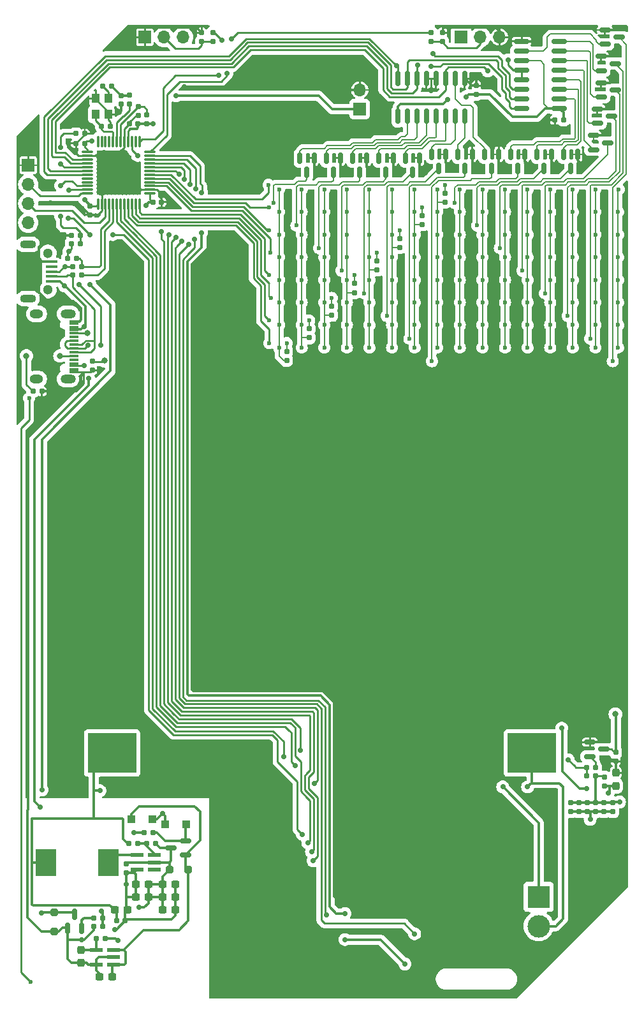
<source format=gbr>
%TF.GenerationSoftware,KiCad,Pcbnew,8.0.0*%
%TF.CreationDate,2024-05-06T00:15:53+08:00*%
%TF.ProjectId,pcb_badge,7063625f-6261-4646-9765-2e6b69636164,rev?*%
%TF.SameCoordinates,Original*%
%TF.FileFunction,Copper,L2,Bot*%
%TF.FilePolarity,Positive*%
%FSLAX46Y46*%
G04 Gerber Fmt 4.6, Leading zero omitted, Abs format (unit mm)*
G04 Created by KiCad (PCBNEW 8.0.0) date 2024-05-06 00:15:53*
%MOMM*%
%LPD*%
G01*
G04 APERTURE LIST*
G04 Aperture macros list*
%AMRoundRect*
0 Rectangle with rounded corners*
0 $1 Rounding radius*
0 $2 $3 $4 $5 $6 $7 $8 $9 X,Y pos of 4 corners*
0 Add a 4 corners polygon primitive as box body*
4,1,4,$2,$3,$4,$5,$6,$7,$8,$9,$2,$3,0*
0 Add four circle primitives for the rounded corners*
1,1,$1+$1,$2,$3*
1,1,$1+$1,$4,$5*
1,1,$1+$1,$6,$7*
1,1,$1+$1,$8,$9*
0 Add four rect primitives between the rounded corners*
20,1,$1+$1,$2,$3,$4,$5,0*
20,1,$1+$1,$4,$5,$6,$7,0*
20,1,$1+$1,$6,$7,$8,$9,0*
20,1,$1+$1,$8,$9,$2,$3,0*%
G04 Aperture macros list end*
%TA.AperFunction,ComponentPad*%
%ADD10R,1.700000X1.700000*%
%TD*%
%TA.AperFunction,ComponentPad*%
%ADD11O,1.700000X1.700000*%
%TD*%
%TA.AperFunction,ComponentPad*%
%ADD12R,3.000000X3.000000*%
%TD*%
%TA.AperFunction,ComponentPad*%
%ADD13C,3.000000*%
%TD*%
%TA.AperFunction,SMDPad,CuDef*%
%ADD14RoundRect,0.155000X0.212500X0.155000X-0.212500X0.155000X-0.212500X-0.155000X0.212500X-0.155000X0*%
%TD*%
%TA.AperFunction,SMDPad,CuDef*%
%ADD15RoundRect,0.150000X-0.150000X0.587500X-0.150000X-0.587500X0.150000X-0.587500X0.150000X0.587500X0*%
%TD*%
%TA.AperFunction,SMDPad,CuDef*%
%ADD16RoundRect,0.160000X-0.160000X0.197500X-0.160000X-0.197500X0.160000X-0.197500X0.160000X0.197500X0*%
%TD*%
%TA.AperFunction,SMDPad,CuDef*%
%ADD17RoundRect,0.075000X-0.075000X0.662500X-0.075000X-0.662500X0.075000X-0.662500X0.075000X0.662500X0*%
%TD*%
%TA.AperFunction,SMDPad,CuDef*%
%ADD18RoundRect,0.075000X-0.662500X0.075000X-0.662500X-0.075000X0.662500X-0.075000X0.662500X0.075000X0*%
%TD*%
%TA.AperFunction,SMDPad,CuDef*%
%ADD19RoundRect,0.237500X-0.300000X-0.237500X0.300000X-0.237500X0.300000X0.237500X-0.300000X0.237500X0*%
%TD*%
%TA.AperFunction,SMDPad,CuDef*%
%ADD20R,1.805236X0.612132*%
%TD*%
%TA.AperFunction,SMDPad,CuDef*%
%ADD21RoundRect,0.250000X-0.250000X0.250000X-0.250000X-0.250000X0.250000X-0.250000X0.250000X0.250000X0*%
%TD*%
%TA.AperFunction,ComponentPad*%
%ADD22O,2.000000X1.200000*%
%TD*%
%TA.AperFunction,ComponentPad*%
%ADD23O,1.800000X1.200000*%
%TD*%
%TA.AperFunction,SMDPad,CuDef*%
%ADD24R,1.300000X0.300000*%
%TD*%
%TA.AperFunction,SMDPad,CuDef*%
%ADD25RoundRect,0.160000X-0.197500X-0.160000X0.197500X-0.160000X0.197500X0.160000X-0.197500X0.160000X0*%
%TD*%
%TA.AperFunction,SMDPad,CuDef*%
%ADD26RoundRect,0.237500X-0.237500X0.300000X-0.237500X-0.300000X0.237500X-0.300000X0.237500X0.300000X0*%
%TD*%
%TA.AperFunction,SMDPad,CuDef*%
%ADD27RoundRect,0.150000X-0.587500X-0.150000X0.587500X-0.150000X0.587500X0.150000X-0.587500X0.150000X0*%
%TD*%
%TA.AperFunction,SMDPad,CuDef*%
%ADD28R,1.600000X0.400000*%
%TD*%
%TA.AperFunction,ComponentPad*%
%ADD29O,2.140000X1.070000*%
%TD*%
%TA.AperFunction,ComponentPad*%
%ADD30C,1.300000*%
%TD*%
%TA.AperFunction,SMDPad,CuDef*%
%ADD31RoundRect,0.160000X0.197500X0.160000X-0.197500X0.160000X-0.197500X-0.160000X0.197500X-0.160000X0*%
%TD*%
%TA.AperFunction,SMDPad,CuDef*%
%ADD32RoundRect,0.155000X-0.212500X-0.155000X0.212500X-0.155000X0.212500X0.155000X-0.212500X0.155000X0*%
%TD*%
%TA.AperFunction,SMDPad,CuDef*%
%ADD33RoundRect,0.160000X0.160000X-0.197500X0.160000X0.197500X-0.160000X0.197500X-0.160000X-0.197500X0*%
%TD*%
%TA.AperFunction,SMDPad,CuDef*%
%ADD34RoundRect,0.155000X-0.155000X0.212500X-0.155000X-0.212500X0.155000X-0.212500X0.155000X0.212500X0*%
%TD*%
%TA.AperFunction,SMDPad,CuDef*%
%ADD35R,6.450000X5.300000*%
%TD*%
%TA.AperFunction,SMDPad,CuDef*%
%ADD36RoundRect,0.150000X0.587500X0.150000X-0.587500X0.150000X-0.587500X-0.150000X0.587500X-0.150000X0*%
%TD*%
%TA.AperFunction,SMDPad,CuDef*%
%ADD37RoundRect,0.150000X-0.850000X-0.150000X0.850000X-0.150000X0.850000X0.150000X-0.850000X0.150000X0*%
%TD*%
%TA.AperFunction,SMDPad,CuDef*%
%ADD38RoundRect,0.250000X-0.300000X-0.300000X0.300000X-0.300000X0.300000X0.300000X-0.300000X0.300000X0*%
%TD*%
%TA.AperFunction,SMDPad,CuDef*%
%ADD39RoundRect,0.150000X-0.150000X0.850000X-0.150000X-0.850000X0.150000X-0.850000X0.150000X0.850000X0*%
%TD*%
%TA.AperFunction,SMDPad,CuDef*%
%ADD40RoundRect,0.237500X0.300000X0.237500X-0.300000X0.237500X-0.300000X-0.237500X0.300000X-0.237500X0*%
%TD*%
%TA.AperFunction,SMDPad,CuDef*%
%ADD41RoundRect,0.237500X0.237500X-0.300000X0.237500X0.300000X-0.237500X0.300000X-0.237500X-0.300000X0*%
%TD*%
%TA.AperFunction,SMDPad,CuDef*%
%ADD42R,2.700000X3.600000*%
%TD*%
%TA.AperFunction,SMDPad,CuDef*%
%ADD43RoundRect,0.155000X0.155000X-0.212500X0.155000X0.212500X-0.155000X0.212500X-0.155000X-0.212500X0*%
%TD*%
%TA.AperFunction,SMDPad,CuDef*%
%ADD44R,1.100000X1.300000*%
%TD*%
%TA.AperFunction,SMDPad,CuDef*%
%ADD45RoundRect,0.150000X0.150000X-0.587500X0.150000X0.587500X-0.150000X0.587500X-0.150000X-0.587500X0*%
%TD*%
%TA.AperFunction,SMDPad,CuDef*%
%ADD46RoundRect,0.250000X0.250000X0.250000X-0.250000X0.250000X-0.250000X-0.250000X0.250000X-0.250000X0*%
%TD*%
%TA.AperFunction,SMDPad,CuDef*%
%ADD47RoundRect,0.250000X0.300000X0.300000X-0.300000X0.300000X-0.300000X-0.300000X0.300000X-0.300000X0*%
%TD*%
%TA.AperFunction,ViaPad*%
%ADD48C,0.700000*%
%TD*%
%TA.AperFunction,ViaPad*%
%ADD49C,0.600000*%
%TD*%
%TA.AperFunction,ViaPad*%
%ADD50C,0.800000*%
%TD*%
%TA.AperFunction,Conductor*%
%ADD51C,0.350000*%
%TD*%
%TA.AperFunction,Conductor*%
%ADD52C,0.250000*%
%TD*%
%TA.AperFunction,Conductor*%
%ADD53C,0.180000*%
%TD*%
G04 APERTURE END LIST*
D10*
%TO.P,J5,1,Pin_1*%
%TO.N,unconnected-(J5-Pin_1-Pad1)*%
X133475002Y-32000000D03*
D11*
%TO.P,J5,2,Pin_2*%
%TO.N,Net-(J5-Pin_2)*%
X136015002Y-32000000D03*
%TO.P,J5,3,Pin_3*%
%TO.N,GND*%
X138555002Y-32000000D03*
%TD*%
D10*
%TO.P,J7,1,Pin_1*%
%TO.N,VCC*%
X120000002Y-41550000D03*
D11*
%TO.P,J7,2,Pin_2*%
%TO.N,GND*%
X120000002Y-39010000D03*
%TD*%
D12*
%TO.P,J2,1,Pin_1*%
%TO.N,/Power/AAA_POS*%
X143750002Y-146092500D03*
D13*
%TO.P,J2,2,Pin_2*%
%TO.N,/Power/AAA_NEG*%
X143750002Y-149972500D03*
%TD*%
D10*
%TO.P,J4,1,Pin_1*%
%TO.N,GND*%
X91475002Y-32000000D03*
D11*
%TO.P,J4,2,Pin_2*%
%TO.N,Net-(J4-Pin_2)*%
X94015002Y-32000000D03*
%TO.P,J4,3,Pin_3*%
%TO.N,unconnected-(J4-Pin_3-Pad3)*%
X96555002Y-32000000D03*
%TD*%
D10*
%TO.P,J3,1,Pin_1*%
%TO.N,GND*%
X76000002Y-49000000D03*
D11*
%TO.P,J3,2,Pin_2*%
%TO.N,/MCU/PA14*%
X76000002Y-51540000D03*
%TO.P,J3,3,Pin_3*%
%TO.N,/MCU/PA13*%
X76000002Y-54080000D03*
%TO.P,J3,4,Pin_4*%
%TO.N,VCC*%
X76000002Y-56620000D03*
%TD*%
D14*
%TO.P,C40,1*%
%TO.N,VCC*%
X147067502Y-43000000D03*
%TO.P,C40,2*%
%TO.N,GND*%
X145932502Y-43000000D03*
%TD*%
D15*
%TO.P,Q90,1,G*%
%TO.N,/LED Matrix/Y0D*%
X140050002Y-47562500D03*
%TO.P,Q90,2,S*%
%TO.N,GND*%
X141950002Y-47562500D03*
%TO.P,Q90,3,D*%
%TO.N,/LED Matrix/MAT_RA*%
X141000002Y-49437500D03*
%TD*%
D16*
%TO.P,R24,1*%
%TO.N,Net-(J1-CC2)*%
X84500002Y-75002500D03*
%TO.P,R24,2*%
%TO.N,GND*%
X84500002Y-76197500D03*
%TD*%
D17*
%TO.P,U3,1,VBAT*%
%TO.N,unconnected-(U3-VBAT-Pad1)*%
X85250002Y-45837500D03*
%TO.P,U3,2,PC13*%
%TO.N,unconnected-(U3-PC13-Pad2)*%
X85750002Y-45837500D03*
%TO.P,U3,3,PC14*%
%TO.N,unconnected-(U3-PC14-Pad3)*%
X86250002Y-45837500D03*
%TO.P,U3,4,PC15*%
%TO.N,unconnected-(U3-PC15-Pad4)*%
X86750002Y-45837500D03*
%TO.P,U3,5,PD0*%
%TO.N,/MCU/OSC_IN*%
X87250002Y-45837500D03*
%TO.P,U3,6,PD1*%
%TO.N,/MCU/OSC_OUT*%
X87750002Y-45837500D03*
%TO.P,U3,7,NRST*%
%TO.N,Net-(U3-NRST)*%
X88250002Y-45837500D03*
%TO.P,U3,8,VSSA*%
%TO.N,GND*%
X88750002Y-45837500D03*
%TO.P,U3,9,VDDA*%
%TO.N,VCC*%
X89250002Y-45837500D03*
%TO.P,U3,10,PA0*%
%TO.N,/MCU/IRRX*%
X89750002Y-45837500D03*
%TO.P,U3,11,PA1*%
%TO.N,unconnected-(U3-PA1-Pad11)*%
X90250002Y-45837500D03*
%TO.P,U3,12,PA2*%
%TO.N,/MCU/PA2*%
X90750002Y-45837500D03*
D18*
%TO.P,U3,13,PA3*%
%TO.N,/MCU/PA3*%
X92162502Y-47250000D03*
%TO.P,U3,14,PA4*%
%TO.N,/MCU/BTN_B*%
X92162502Y-47750000D03*
%TO.P,U3,15,PA5*%
%TO.N,/MCU/BTN_C*%
X92162502Y-48250000D03*
%TO.P,U3,16,PA6*%
%TO.N,/MCU/BTN_D*%
X92162502Y-48750000D03*
%TO.P,U3,17,PA7*%
%TO.N,/MCU/BTN_E*%
X92162502Y-49250000D03*
%TO.P,U3,18,PB0*%
%TO.N,/MCU/IRDRV*%
X92162502Y-49750000D03*
%TO.P,U3,19,PB1*%
%TO.N,/MCU/CH*%
X92162502Y-50250000D03*
%TO.P,U3,20,PB2*%
%TO.N,/MCU/CG*%
X92162502Y-50750000D03*
%TO.P,U3,21,PB10*%
%TO.N,/MCU/CF*%
X92162502Y-51250000D03*
%TO.P,U3,22,PB11*%
%TO.N,/MCU/CE*%
X92162502Y-51750000D03*
%TO.P,U3,23,VSS*%
%TO.N,GND*%
X92162502Y-52250000D03*
%TO.P,U3,24,VDD*%
%TO.N,VCC*%
X92162502Y-52750000D03*
D17*
%TO.P,U3,25,PB12*%
%TO.N,/MCU/CD*%
X90750002Y-54162500D03*
%TO.P,U3,26,PB13*%
%TO.N,/MCU/CC*%
X90250002Y-54162500D03*
%TO.P,U3,27,PB14*%
%TO.N,/MCU/CB*%
X89750002Y-54162500D03*
%TO.P,U3,28,PB15*%
%TO.N,/MCU/CA*%
X89250002Y-54162500D03*
%TO.P,U3,29,PA8*%
%TO.N,/MCU/BTN_F*%
X88750002Y-54162500D03*
%TO.P,U3,30,PA9*%
%TO.N,/MCU/BTN_G*%
X88250002Y-54162500D03*
%TO.P,U3,31,PA10*%
%TO.N,/MCU/BTN_H*%
X87750002Y-54162500D03*
%TO.P,U3,32,PA11*%
%TO.N,/MCU/PA11*%
X87250002Y-54162500D03*
%TO.P,U3,33,PA12*%
%TO.N,/MCU/PA12*%
X86750002Y-54162500D03*
%TO.P,U3,34,PA13*%
%TO.N,/MCU/PA13*%
X86250002Y-54162500D03*
%TO.P,U3,35,VSS*%
%TO.N,GND*%
X85750002Y-54162500D03*
%TO.P,U3,36,VDD*%
%TO.N,VCC*%
X85250002Y-54162500D03*
D18*
%TO.P,U3,37,PA14*%
%TO.N,/MCU/PA14*%
X83837502Y-52750000D03*
%TO.P,U3,38,PA15*%
%TO.N,/MCU/BTN_A*%
X83837502Y-52250000D03*
%TO.P,U3,39,PB3*%
%TO.N,/MCU/USB_DET*%
X83837502Y-51750000D03*
%TO.P,U3,40,PB4*%
%TO.N,unconnected-(U3-PB4-Pad40)*%
X83837502Y-51250000D03*
%TO.P,U3,41,PB5*%
%TO.N,unconnected-(U3-PB5-Pad41)*%
X83837502Y-50750000D03*
%TO.P,U3,42,PB6*%
%TO.N,/LED Matrix/A0*%
X83837502Y-50250000D03*
%TO.P,U3,43,PB7*%
%TO.N,/LED Matrix/A1*%
X83837502Y-49750000D03*
%TO.P,U3,44,BOOT0*%
%TO.N,/MCU/BOOT0*%
X83837502Y-49250000D03*
%TO.P,U3,45,PB8*%
%TO.N,/LED Matrix/A2*%
X83837502Y-48750000D03*
%TO.P,U3,46,PB9*%
%TO.N,/LED Matrix/EN*%
X83837502Y-48250000D03*
%TO.P,U3,47,VSS*%
%TO.N,GND*%
X83837502Y-47750000D03*
%TO.P,U3,48,VDD*%
%TO.N,VCC*%
X83837502Y-47250000D03*
%TD*%
D19*
%TO.P,C24,1*%
%TO.N,/Power/BOOST_OUT*%
X93837502Y-146100000D03*
%TO.P,C24,2*%
%TO.N,GND*%
X95562502Y-146100000D03*
%TD*%
D20*
%TO.P,U1,1,IN*%
%TO.N,/Power/PWR_IN_MIXED*%
X87350485Y-153149997D03*
%TO.P,U1,2,GND*%
%TO.N,GND*%
X87350485Y-154099998D03*
%TO.P,U1,3,EN*%
%TO.N,/Power/PWR_IN_MIXED*%
X87350485Y-155049999D03*
%TO.P,U1,4,NC*%
%TO.N,GND*%
X85049519Y-155049999D03*
%TO.P,U1,5,OUT*%
%TO.N,/Power/TLV_OUT*%
X85049519Y-153149997D03*
%TD*%
D21*
%TO.P,D9,1,K*%
%TO.N,/Power/AAA_NEG*%
X79400002Y-148150000D03*
%TO.P,D9,2,A*%
%TO.N,GND*%
X79400002Y-150650000D03*
%TD*%
D16*
%TO.P,R97,1*%
%TO.N,/MCU/CH*%
X131300002Y-52702500D03*
%TO.P,R97,2*%
%TO.N,/LED Matrix/MAT_CH*%
X131300002Y-53897500D03*
%TD*%
D14*
%TO.P,C32,1*%
%TO.N,VCC*%
X83467502Y-46100000D03*
%TO.P,C32,2*%
%TO.N,GND*%
X82332502Y-46100000D03*
%TD*%
D22*
%TO.P,J1,0*%
%TO.N,N/C*%
X81262502Y-77382500D03*
%TO.P,J1,1*%
X81262502Y-68722500D03*
D23*
%TO.P,J1,2*%
X77082502Y-68722500D03*
%TO.P,J1,3*%
X77082502Y-77382500D03*
D24*
%TO.P,J1,A1,GND*%
%TO.N,GND*%
X82022502Y-76402500D03*
%TO.P,J1,A4,VBUS*%
%TO.N,/Power/USB_5V*%
X82022502Y-75602500D03*
%TO.P,J1,A5,CC1*%
%TO.N,Net-(J1-CC1)*%
X82022502Y-74302500D03*
%TO.P,J1,A6,D+*%
%TO.N,/Power/USB_DP_RAW*%
X82022502Y-73302500D03*
%TO.P,J1,A7,D-*%
%TO.N,/Power/USB_DM_RAW*%
X82022502Y-72802500D03*
%TO.P,J1,A8,SBU1*%
%TO.N,unconnected-(J1-SBU1-PadA8)*%
X82022502Y-71802500D03*
%TO.P,J1,A9,VBUS*%
%TO.N,/Power/USB_5V*%
X82022502Y-70502500D03*
%TO.P,J1,A12,GND*%
%TO.N,GND*%
X82022502Y-69702500D03*
%TO.P,J1,B1,GND*%
X82022502Y-70002500D03*
%TO.P,J1,B4,VBUS*%
%TO.N,/Power/USB_5V*%
X82022502Y-70802500D03*
%TO.P,J1,B5,CC2*%
%TO.N,Net-(J1-CC2)*%
X82022502Y-71302500D03*
%TO.P,J1,B6,D+*%
%TO.N,/Power/USB_DP_RAW*%
X82022502Y-72302500D03*
%TO.P,J1,B7,D-*%
%TO.N,/Power/USB_DM_RAW*%
X82022502Y-73802500D03*
%TO.P,J1,B8,SBU2*%
%TO.N,unconnected-(J1-SBU2-PadB8)*%
X82022502Y-74802500D03*
%TO.P,J1,B9,VBUS*%
%TO.N,/Power/USB_5V*%
X82022502Y-75302500D03*
%TO.P,J1,B12,GND*%
%TO.N,GND*%
X82022502Y-76102500D03*
%TD*%
D16*
%TO.P,R32,1*%
%TO.N,/MCU/IRD_P*%
X148000002Y-133602500D03*
%TO.P,R32,2*%
%TO.N,Net-(D160-K)*%
X148000002Y-134797500D03*
%TD*%
D25*
%TO.P,R10,1*%
%TO.N,/Power/TLV_OUT*%
X85002502Y-151600000D03*
%TO.P,R10,2*%
%TO.N,VCC*%
X86197502Y-151600000D03*
%TD*%
D26*
%TO.P,C11,1*%
%TO.N,/Power/TLV_OUT*%
X83000002Y-153137500D03*
%TO.P,C11,2*%
%TO.N,GND*%
X83000002Y-154862500D03*
%TD*%
D16*
%TO.P,R36,1*%
%TO.N,/MCU/IRD_P*%
X150200002Y-133602500D03*
%TO.P,R36,2*%
%TO.N,Net-(D160-K)*%
X150200002Y-134797500D03*
%TD*%
D27*
%TO.P,Q9,1,G*%
%TO.N,/MCU/IRDRV_G*%
X150562502Y-127450000D03*
%TO.P,Q9,2,S*%
%TO.N,GND*%
X150562502Y-125550000D03*
%TO.P,Q9,3,D*%
%TO.N,/MCU/IRD_N*%
X152437502Y-126500000D03*
%TD*%
D16*
%TO.P,R35,1*%
%TO.N,/MCU/IRD_P*%
X151300002Y-133602500D03*
%TO.P,R35,2*%
%TO.N,Net-(D160-K)*%
X151300002Y-134797500D03*
%TD*%
D19*
%TO.P,C25,1*%
%TO.N,/Power/BOOST_OUT*%
X93837502Y-144400000D03*
%TO.P,C25,2*%
%TO.N,GND*%
X95562502Y-144400000D03*
%TD*%
D28*
%TO.P,J6,1,VCC*%
%TO.N,/Power/USB_5V*%
X79100002Y-64400000D03*
%TO.P,J6,2,D-*%
%TO.N,/Power/USB_DM_RAW*%
X79100002Y-63750000D03*
%TO.P,J6,3,D+*%
%TO.N,/Power/USB_DP_RAW*%
X79100002Y-63100000D03*
%TO.P,J6,4,ID*%
%TO.N,unconnected-(J6-ID-Pad4)*%
X79100002Y-62450000D03*
%TO.P,J6,5,GND*%
%TO.N,GND*%
X79100002Y-61800000D03*
D29*
%TO.P,J6,S3*%
%TO.N,N/C*%
X75950002Y-59500000D03*
D30*
%TO.P,J6,S4*%
X78600002Y-60675000D03*
%TO.P,J6,S5*%
X78600002Y-65525000D03*
D29*
%TO.P,J6,S6*%
X75950002Y-66700000D03*
%TD*%
D31*
%TO.P,R17,1*%
%TO.N,/MCU/USB_DET*%
X82897502Y-58300000D03*
%TO.P,R17,2*%
%TO.N,GND*%
X81702502Y-58300000D03*
%TD*%
D32*
%TO.P,C30,1*%
%TO.N,VCC*%
X92532502Y-53900000D03*
%TO.P,C30,2*%
%TO.N,GND*%
X93667502Y-53900000D03*
%TD*%
%TO.P,C38,1*%
%TO.N,/MCU/OSC_IN*%
X85732502Y-43800000D03*
%TO.P,C38,2*%
%TO.N,GND*%
X86867502Y-43800000D03*
%TD*%
D31*
%TO.P,R19,1*%
%TO.N,/Power/BOOST_OUT*%
X85897502Y-150000000D03*
%TO.P,R19,2*%
%TO.N,GND*%
X84702502Y-150000000D03*
%TD*%
D33*
%TO.P,R21,1*%
%TO.N,/MCU/OSC_OUT*%
X89400002Y-40897500D03*
%TO.P,R21,2*%
%TO.N,/MCU/OSC_OUT_R*%
X89400002Y-39702500D03*
%TD*%
D15*
%TO.P,Q99,1,G*%
%TO.N,/LED Matrix2/Y9D*%
X115550002Y-48062500D03*
%TO.P,Q99,2,S*%
%TO.N,GND*%
X117450002Y-48062500D03*
%TO.P,Q99,3,D*%
%TO.N,/LED Matrix2/MAT_RK*%
X116500002Y-49937500D03*
%TD*%
D16*
%TO.P,R34,1*%
%TO.N,/MCU/IRD_P*%
X152400002Y-133602500D03*
%TO.P,R34,2*%
%TO.N,Net-(D160-K)*%
X152400002Y-134797500D03*
%TD*%
%TO.P,R31,1*%
%TO.N,/MCU/IRD_P*%
X149100002Y-133602500D03*
%TO.P,R31,2*%
%TO.N,Net-(D160-K)*%
X149100002Y-134797500D03*
%TD*%
D31*
%TO.P,R20,1*%
%TO.N,GND*%
X83497502Y-44800000D03*
%TO.P,R20,2*%
%TO.N,/MCU/BOOT0*%
X82302502Y-44800000D03*
%TD*%
D16*
%TO.P,R96,1*%
%TO.N,/MCU/CG*%
X128300002Y-55702500D03*
%TO.P,R96,2*%
%TO.N,/LED Matrix/MAT_CG*%
X128300002Y-56897500D03*
%TD*%
D19*
%TO.P,C20,1*%
%TO.N,/Power/AAA_POS*%
X87437502Y-147800000D03*
%TO.P,C20,2*%
%TO.N,GND*%
X89162502Y-147800000D03*
%TD*%
D31*
%TO.P,R23,1*%
%TO.N,/Power/BOOST_OUT*%
X92897502Y-139000000D03*
%TO.P,R23,2*%
%TO.N,Net-(U2-EN)*%
X91702502Y-139000000D03*
%TD*%
D33*
%TO.P,R6,1*%
%TO.N,Net-(J4-Pin_2)*%
X99000002Y-32597500D03*
%TO.P,R6,2*%
%TO.N,GND*%
X99000002Y-31402500D03*
%TD*%
D16*
%TO.P,R95,1*%
%TO.N,/MCU/CF*%
X125300002Y-58702500D03*
%TO.P,R95,2*%
%TO.N,/LED Matrix/MAT_CF*%
X125300002Y-59897500D03*
%TD*%
D33*
%TO.P,R15,1*%
%TO.N,GND*%
X154000002Y-128097500D03*
%TO.P,R15,2*%
%TO.N,/MCU/IRD_N*%
X154000002Y-126902500D03*
%TD*%
D34*
%TO.P,C21,1*%
%TO.N,/Power/BOOST_OUT*%
X89000002Y-141732500D03*
%TO.P,C21,2*%
%TO.N,GND*%
X89000002Y-142867500D03*
%TD*%
D15*
%TO.P,Q91,1,G*%
%TO.N,/LED Matrix/Y1D*%
X143550002Y-47562500D03*
%TO.P,Q91,2,S*%
%TO.N,GND*%
X145450002Y-47562500D03*
%TO.P,Q91,3,D*%
%TO.N,/LED Matrix/MAT_RB*%
X144500002Y-49437500D03*
%TD*%
D27*
%TO.P,Q94,1,G*%
%TO.N,/LED Matrix/Y4D*%
X151562502Y-43450000D03*
%TO.P,Q94,2,S*%
%TO.N,GND*%
X151562502Y-41550000D03*
%TO.P,Q94,3,D*%
%TO.N,/LED Matrix/MAT_RE*%
X153437502Y-42500000D03*
%TD*%
D34*
%TO.P,C37,1*%
%TO.N,/MCU/OSC_OUT_R*%
X88300002Y-39732500D03*
%TO.P,C37,2*%
%TO.N,GND*%
X88300002Y-40867500D03*
%TD*%
D15*
%TO.P,Q915,1,G*%
%TO.N,/LED Matrix2/Y15D*%
X136550002Y-47562500D03*
%TO.P,Q915,2,S*%
%TO.N,GND*%
X138450002Y-47562500D03*
%TO.P,Q915,3,D*%
%TO.N,/LED Matrix2/MAT_RR*%
X137500002Y-49437500D03*
%TD*%
D35*
%TO.P,BT1,1,+*%
%TO.N,/Power/AAA_POS*%
X87125002Y-127000000D03*
%TO.P,BT1,2,-*%
%TO.N,/Power/AAA_NEG*%
X142875002Y-127000000D03*
%TD*%
D31*
%TO.P,R5,1*%
%TO.N,/Power/BOOST_MIX_GATE*%
X92597502Y-137600000D03*
%TO.P,R5,2*%
%TO.N,GND*%
X91402502Y-137600000D03*
%TD*%
D16*
%TO.P,R90,1*%
%TO.N,/MCU/CA*%
X110300002Y-73702500D03*
%TO.P,R90,2*%
%TO.N,/LED Matrix/MAT_CA*%
X110300002Y-74897500D03*
%TD*%
D15*
%TO.P,Q98,1,G*%
%TO.N,/LED Matrix2/Y8D*%
X112050002Y-48062500D03*
%TO.P,Q98,2,S*%
%TO.N,GND*%
X113950002Y-48062500D03*
%TO.P,Q98,3,D*%
%TO.N,/LED Matrix2/MAT_RJ*%
X113000002Y-49937500D03*
%TD*%
D14*
%TO.P,C33,1*%
%TO.N,VCC*%
X90567502Y-43500000D03*
%TO.P,C33,2*%
%TO.N,GND*%
X89432502Y-43500000D03*
%TD*%
D36*
%TO.P,Q2,1,G*%
%TO.N,/Power/BOOST_MIX_GATE*%
X96837502Y-138650000D03*
%TO.P,Q2,2,S*%
%TO.N,/Power/PWR_IN_MIXED*%
X96837502Y-140550000D03*
%TO.P,Q2,3,D*%
%TO.N,/Power/BOOST_OUT*%
X94962502Y-139600000D03*
%TD*%
D19*
%TO.P,C10,1*%
%TO.N,GND*%
X85437502Y-156700000D03*
%TO.P,C10,2*%
%TO.N,/Power/PWR_IN_MIXED*%
X87162502Y-156700000D03*
%TD*%
D16*
%TO.P,R92,1*%
%TO.N,/MCU/CC*%
X116300002Y-67702500D03*
%TO.P,R92,2*%
%TO.N,/LED Matrix/MAT_CC*%
X116300002Y-68897500D03*
%TD*%
D33*
%TO.P,R9,1*%
%TO.N,Net-(J5-Pin_2)*%
X129500002Y-32597500D03*
%TO.P,R9,2*%
%TO.N,/MCU/PA3*%
X129500002Y-31402500D03*
%TD*%
D25*
%TO.P,R16,1*%
%TO.N,/Power/USB_5V*%
X81702502Y-59400000D03*
%TO.P,R16,2*%
%TO.N,/MCU/USB_DET*%
X82897502Y-59400000D03*
%TD*%
D15*
%TO.P,Q911,1,G*%
%TO.N,/LED Matrix2/Y11D*%
X122550002Y-48062500D03*
%TO.P,Q911,2,S*%
%TO.N,GND*%
X124450002Y-48062500D03*
%TO.P,Q911,3,D*%
%TO.N,/LED Matrix2/MAT_RM*%
X123500002Y-49937500D03*
%TD*%
%TO.P,Q912,1,G*%
%TO.N,/LED Matrix2/Y12D*%
X126050002Y-48062500D03*
%TO.P,Q912,2,S*%
%TO.N,GND*%
X127950002Y-48062500D03*
%TO.P,Q912,3,D*%
%TO.N,/LED Matrix2/MAT_RN*%
X127000002Y-49937500D03*
%TD*%
D37*
%TO.P,U4,1,A0*%
%TO.N,/LED Matrix/A0*%
X141500002Y-41445000D03*
%TO.P,U4,2,A1*%
%TO.N,/LED Matrix/A1*%
X141500002Y-40175000D03*
%TO.P,U4,3,A2*%
%TO.N,/LED Matrix/A2*%
X141500002Y-38905000D03*
%TO.P,U4,4,~{E1}*%
%TO.N,/LED Matrix/EN*%
X141500002Y-37635000D03*
%TO.P,U4,5,~{E2}*%
X141500002Y-36365000D03*
%TO.P,U4,6,E3*%
%TO.N,VCC*%
X141500002Y-35095000D03*
%TO.P,U4,7,Y7*%
%TO.N,/LED Matrix/Y7D*%
X141500002Y-33825000D03*
%TO.P,U4,8,GND*%
%TO.N,GND*%
X141500002Y-32555000D03*
%TO.P,U4,9,Y6*%
%TO.N,/LED Matrix/Y6D*%
X146500002Y-32555000D03*
%TO.P,U4,10,Y5*%
%TO.N,/LED Matrix/Y5D*%
X146500002Y-33825000D03*
%TO.P,U4,11,Y4*%
%TO.N,/LED Matrix/Y4D*%
X146500002Y-35095000D03*
%TO.P,U4,12,Y3*%
%TO.N,/LED Matrix/Y3D*%
X146500002Y-36365000D03*
%TO.P,U4,13,Y2*%
%TO.N,/LED Matrix/Y2D*%
X146500002Y-37635000D03*
%TO.P,U4,14,Y1*%
%TO.N,/LED Matrix/Y1D*%
X146500002Y-38905000D03*
%TO.P,U4,15,Y0*%
%TO.N,/LED Matrix/Y0D*%
X146500002Y-40175000D03*
%TO.P,U4,16,VCC*%
%TO.N,VCC*%
X146500002Y-41445000D03*
%TD*%
D32*
%TO.P,C1,1*%
%TO.N,/Power/AAA_POS*%
X87732502Y-149250000D03*
%TO.P,C1,2*%
%TO.N,GND*%
X88867502Y-149250000D03*
%TD*%
D25*
%TO.P,R11,1*%
%TO.N,/MCU/IRDRV*%
X150102502Y-130000000D03*
%TO.P,R11,2*%
%TO.N,/MCU/IRD_P*%
X151297502Y-130000000D03*
%TD*%
D34*
%TO.P,C31,1*%
%TO.N,VCC*%
X84200002Y-54432500D03*
%TO.P,C31,2*%
%TO.N,GND*%
X84200002Y-55567500D03*
%TD*%
D38*
%TO.P,D2,1,K*%
%TO.N,/Power/PWR_IN_MIXED*%
X89700002Y-135750000D03*
%TO.P,D2,2,A*%
%TO.N,/Power/USB_5V*%
X92500002Y-135750000D03*
%TD*%
D15*
%TO.P,Q914,1,G*%
%TO.N,/LED Matrix2/Y14D*%
X133050002Y-47562500D03*
%TO.P,Q914,2,S*%
%TO.N,GND*%
X134950002Y-47562500D03*
%TO.P,Q914,3,D*%
%TO.N,/LED Matrix2/MAT_RQ*%
X134000002Y-49437500D03*
%TD*%
D39*
%TO.P,U8,1,A0*%
%TO.N,/LED Matrix/A0*%
X125055002Y-37500000D03*
%TO.P,U8,2,A1*%
%TO.N,/LED Matrix/A1*%
X126325002Y-37500000D03*
%TO.P,U8,3,A2*%
%TO.N,/LED Matrix/A2*%
X127595002Y-37500000D03*
%TO.P,U8,4,~{E1}*%
%TO.N,GND*%
X128865002Y-37500000D03*
%TO.P,U8,5,~{E2}*%
X130135002Y-37500000D03*
%TO.P,U8,6,E3*%
%TO.N,/LED Matrix/EN*%
X131405002Y-37500000D03*
%TO.P,U8,7,Y7*%
%TO.N,/LED Matrix2/Y15D*%
X132675002Y-37500000D03*
%TO.P,U8,8,GND*%
%TO.N,GND*%
X133945002Y-37500000D03*
%TO.P,U8,9,Y6*%
%TO.N,/LED Matrix2/Y14D*%
X133945002Y-42500000D03*
%TO.P,U8,10,Y5*%
%TO.N,/LED Matrix2/Y13D*%
X132675002Y-42500000D03*
%TO.P,U8,11,Y4*%
%TO.N,/LED Matrix2/Y12D*%
X131405002Y-42500000D03*
%TO.P,U8,12,Y3*%
%TO.N,/LED Matrix2/Y11D*%
X130135002Y-42500000D03*
%TO.P,U8,13,Y2*%
%TO.N,/LED Matrix2/Y10D*%
X128865002Y-42500000D03*
%TO.P,U8,14,Y1*%
%TO.N,/LED Matrix2/Y9D*%
X127595002Y-42500000D03*
%TO.P,U8,15,Y0*%
%TO.N,/LED Matrix2/Y8D*%
X126325002Y-42500000D03*
%TO.P,U8,16,VCC*%
%TO.N,VCC*%
X125055002Y-42500000D03*
%TD*%
D31*
%TO.P,R3,1*%
%TO.N,/MCU/PA12*%
X82397502Y-61400000D03*
%TO.P,R3,2*%
%TO.N,/Power/USB_5V*%
X81202502Y-61400000D03*
%TD*%
D34*
%TO.P,C34,1*%
%TO.N,Net-(U3-NRST)*%
X90600002Y-41232500D03*
%TO.P,C34,2*%
%TO.N,GND*%
X90600002Y-42367500D03*
%TD*%
D20*
%TO.P,U2,1,EN*%
%TO.N,Net-(U2-EN)*%
X92750485Y-140549999D03*
%TO.P,U2,2,OUT*%
%TO.N,/Power/BOOST_OUT*%
X92750485Y-141500000D03*
%TO.P,U2,3,NC*%
%TO.N,unconnected-(U2-NC-Pad3)*%
X92750485Y-142450001D03*
%TO.P,U2,4,GND*%
%TO.N,GND*%
X90449519Y-142450001D03*
%TO.P,U2,5,LX*%
%TO.N,/Power/BOOST_LX*%
X90449519Y-140549999D03*
%TD*%
D25*
%TO.P,R2,1*%
%TO.N,/Power/USB_DP_RAW*%
X81902502Y-62500000D03*
%TO.P,R2,2*%
%TO.N,/MCU/PA12*%
X83097502Y-62500000D03*
%TD*%
D40*
%TO.P,C22,1*%
%TO.N,/Power/BOOST_OUT*%
X91962502Y-144400000D03*
%TO.P,C22,2*%
%TO.N,GND*%
X90237502Y-144400000D03*
%TD*%
D41*
%TO.P,C92,1*%
%TO.N,VCC*%
X154000002Y-131362500D03*
%TO.P,C92,2*%
%TO.N,GND*%
X154000002Y-129637500D03*
%TD*%
D25*
%TO.P,R1,1*%
%TO.N,/Power/USB_DM_RAW*%
X81902502Y-63600000D03*
%TO.P,R1,2*%
%TO.N,/MCU/PA11*%
X83097502Y-63600000D03*
%TD*%
D16*
%TO.P,R13,1*%
%TO.N,/MCU/IRD_P*%
X152500002Y-130202500D03*
%TO.P,R13,2*%
%TO.N,VCC*%
X152500002Y-131397500D03*
%TD*%
D33*
%TO.P,R7,1*%
%TO.N,Net-(J5-Pin_2)*%
X131000002Y-32597500D03*
%TO.P,R7,2*%
%TO.N,GND*%
X131000002Y-31402500D03*
%TD*%
D15*
%TO.P,Q92,1,G*%
%TO.N,/LED Matrix/Y2D*%
X147050002Y-47562500D03*
%TO.P,Q92,2,S*%
%TO.N,GND*%
X148950002Y-47562500D03*
%TO.P,Q92,3,D*%
%TO.N,/LED Matrix/MAT_RC*%
X148000002Y-49437500D03*
%TD*%
D25*
%TO.P,R18,1*%
%TO.N,/Power/RP_PROT_GATE*%
X84702502Y-148900000D03*
%TO.P,R18,2*%
%TO.N,/Power/BOOST_OUT*%
X85897502Y-148900000D03*
%TD*%
D16*
%TO.P,R33,1*%
%TO.N,/MCU/IRD_P*%
X153600002Y-133602500D03*
%TO.P,R33,2*%
%TO.N,Net-(D160-K)*%
X153600002Y-134797500D03*
%TD*%
D15*
%TO.P,Q910,1,G*%
%TO.N,/LED Matrix2/Y10D*%
X119050002Y-48062500D03*
%TO.P,Q910,2,S*%
%TO.N,GND*%
X120950002Y-48062500D03*
%TO.P,Q910,3,D*%
%TO.N,/LED Matrix2/MAT_RL*%
X120000002Y-49937500D03*
%TD*%
D16*
%TO.P,R93,1*%
%TO.N,/MCU/CD*%
X119300002Y-64702500D03*
%TO.P,R93,2*%
%TO.N,/LED Matrix/MAT_CD*%
X119300002Y-65897500D03*
%TD*%
D40*
%TO.P,C26,1*%
%TO.N,/Power/BOOST_OUT*%
X91962502Y-146100000D03*
%TO.P,C26,2*%
%TO.N,GND*%
X90237502Y-146100000D03*
%TD*%
D42*
%TO.P,L20,1,1*%
%TO.N,/Power/AAA_POS*%
X78350002Y-141500000D03*
%TO.P,L20,2,2*%
%TO.N,/Power/BOOST_LX*%
X86650002Y-141500000D03*
%TD*%
D25*
%TO.P,R25,1*%
%TO.N,Net-(J1-CC1)*%
X76602502Y-79000000D03*
%TO.P,R25,2*%
%TO.N,GND*%
X77797502Y-79000000D03*
%TD*%
D27*
%TO.P,Q96,1,G*%
%TO.N,/LED Matrix/Y6D*%
X152062502Y-36450000D03*
%TO.P,Q96,2,S*%
%TO.N,GND*%
X152062502Y-34550000D03*
%TO.P,Q96,3,D*%
%TO.N,/LED Matrix/MAT_RG*%
X153937502Y-35500000D03*
%TD*%
D33*
%TO.P,R8,1*%
%TO.N,Net-(J4-Pin_2)*%
X100500002Y-32597500D03*
%TO.P,R8,2*%
%TO.N,/MCU/PA2*%
X100500002Y-31402500D03*
%TD*%
D43*
%TO.P,C80,1*%
%TO.N,VCC*%
X135500002Y-39567500D03*
%TO.P,C80,2*%
%TO.N,GND*%
X135500002Y-38432500D03*
%TD*%
D19*
%TO.P,C23,1*%
%TO.N,/Power/BOOST_OUT*%
X93837502Y-147800000D03*
%TO.P,C23,2*%
%TO.N,GND*%
X95562502Y-147800000D03*
%TD*%
D25*
%TO.P,R22,1*%
%TO.N,/Power/AAA_POS*%
X89302502Y-139000000D03*
%TO.P,R22,2*%
%TO.N,Net-(U2-EN)*%
X90497502Y-139000000D03*
%TD*%
D16*
%TO.P,R91,1*%
%TO.N,/MCU/CB*%
X113300002Y-70702500D03*
%TO.P,R91,2*%
%TO.N,/LED Matrix/MAT_CB*%
X113300002Y-71897500D03*
%TD*%
D44*
%TO.P,Y1,1,EN*%
%TO.N,/MCU/OSC_EN*%
X86625002Y-40150000D03*
%TO.P,Y1,2,GND*%
%TO.N,GND*%
X86625002Y-42250000D03*
%TO.P,Y1,3,OUT*%
%TO.N,/MCU/OSC_IN*%
X84975002Y-42250000D03*
%TO.P,Y1,4,Vdd*%
%TO.N,GND*%
X84975002Y-40150000D03*
%TD*%
D16*
%TO.P,R94,1*%
%TO.N,/MCU/CE*%
X122300002Y-61702500D03*
%TO.P,R94,2*%
%TO.N,/LED Matrix/MAT_CE*%
X122300002Y-62897500D03*
%TD*%
D45*
%TO.P,Q1,1,G*%
%TO.N,/Power/RP_PROT_GATE*%
X83112502Y-150237500D03*
%TO.P,Q1,2,S*%
%TO.N,GND*%
X81212502Y-150237500D03*
%TO.P,Q1,3,D*%
%TO.N,/Power/AAA_NEG*%
X82162502Y-148362500D03*
%TD*%
D46*
%TO.P,D1,1,K*%
%TO.N,/Power/PWR_IN_MIXED*%
X97250002Y-142500000D03*
%TO.P,D1,2,A*%
%TO.N,/Power/BOOST_OUT*%
X94750002Y-142500000D03*
%TD*%
D27*
%TO.P,Q93,1,G*%
%TO.N,/LED Matrix/Y3D*%
X151062502Y-46950000D03*
%TO.P,Q93,2,S*%
%TO.N,GND*%
X151062502Y-45050000D03*
%TO.P,Q93,3,D*%
%TO.N,/LED Matrix/MAT_RD*%
X152937502Y-46000000D03*
%TD*%
%TO.P,Q97,1,G*%
%TO.N,/LED Matrix/Y7D*%
X152562502Y-32950000D03*
%TO.P,Q97,2,S*%
%TO.N,GND*%
X152562502Y-31050000D03*
%TO.P,Q97,3,D*%
%TO.N,/LED Matrix/MAT_RH*%
X154437502Y-32000000D03*
%TD*%
D33*
%TO.P,R30,1*%
%TO.N,VCC*%
X91700002Y-43497500D03*
%TO.P,R30,2*%
%TO.N,Net-(U3-NRST)*%
X91700002Y-42302500D03*
%TD*%
D15*
%TO.P,Q913,1,G*%
%TO.N,/LED Matrix2/Y13D*%
X129550002Y-47562500D03*
%TO.P,Q913,2,S*%
%TO.N,GND*%
X131450002Y-47562500D03*
%TO.P,Q913,3,D*%
%TO.N,/LED Matrix2/MAT_RP*%
X130500002Y-49437500D03*
%TD*%
D27*
%TO.P,Q95,1,G*%
%TO.N,/LED Matrix/Y5D*%
X152062502Y-39950000D03*
%TO.P,Q95,2,S*%
%TO.N,GND*%
X152062502Y-38050000D03*
%TO.P,Q95,3,D*%
%TO.N,/LED Matrix/MAT_RF*%
X153937502Y-39000000D03*
%TD*%
D25*
%TO.P,R14,1*%
%TO.N,/MCU/IRDRV*%
X150102502Y-128900000D03*
%TO.P,R14,2*%
%TO.N,/MCU/IRDRV_G*%
X151297502Y-128900000D03*
%TD*%
D31*
%TO.P,R12,1*%
%TO.N,/MCU/OSC_OUT_R*%
X87023456Y-38500000D03*
%TO.P,R12,2*%
%TO.N,/MCU/OSC_EN*%
X85828456Y-38500000D03*
%TD*%
D47*
%TO.P,D18,1,K*%
%TO.N,/Power/BOOST_MIX_GATE*%
X97000002Y-136500000D03*
%TO.P,D18,2,A*%
%TO.N,/Power/USB_5V*%
X94200002Y-136500000D03*
%TD*%
D48*
%TO.N,GND*%
X88100002Y-42000000D03*
X135700002Y-49300000D03*
X152700002Y-127900000D03*
X139200002Y-49300000D03*
X153100002Y-44300000D03*
X154300002Y-30800000D03*
X78900002Y-54000000D03*
X100500002Y-58000000D03*
X90000002Y-137600000D03*
X132200002Y-49300000D03*
X117500002Y-124749999D03*
X118200002Y-50000000D03*
X154100002Y-34000000D03*
X89000002Y-144400000D03*
X152500002Y-125400000D03*
X96700002Y-38600000D03*
X86000002Y-47300000D03*
X142700002Y-49300000D03*
X117400002Y-146800000D03*
X114700002Y-50000000D03*
X87500002Y-150400000D03*
X149700002Y-49200000D03*
X121700002Y-50000000D03*
X83100002Y-151800000D03*
X135500002Y-37300000D03*
X153600002Y-40800000D03*
X146200002Y-49200000D03*
X153900002Y-37400000D03*
X78900002Y-56700000D03*
X143700002Y-32300000D03*
X125200002Y-50000000D03*
X144900002Y-43000000D03*
X128700002Y-50000000D03*
X129500002Y-39100000D03*
%TO.N,VCC*%
X134100002Y-39900000D03*
X95600002Y-39800000D03*
X118050002Y-148300000D03*
X131700002Y-40300000D03*
X77800002Y-131900000D03*
X84400002Y-45800000D03*
X99000002Y-58000000D03*
X118050002Y-151750000D03*
X91600002Y-54300000D03*
X92600002Y-43500000D03*
X126000002Y-155000000D03*
X84200002Y-64800000D03*
X87900002Y-151900000D03*
X83500002Y-53600000D03*
X153000002Y-132325000D03*
%TO.N,/Power/BOOST_OUT*%
X85700002Y-148000000D03*
X90700002Y-147500000D03*
D49*
%TO.N,/LED Matrix/MAT_RA*%
X132600002Y-54000000D03*
%TO.N,/LED Matrix/MAT_CA*%
X133300002Y-61200000D03*
X109300002Y-58200000D03*
X109300002Y-73200000D03*
X109300002Y-61200000D03*
X133300002Y-58200000D03*
X109300002Y-64200000D03*
X133300002Y-64200000D03*
X109300002Y-70200000D03*
X133300002Y-55200000D03*
X133300002Y-67200000D03*
X109300002Y-67200000D03*
X133300002Y-52200000D03*
X133300002Y-70200000D03*
X109300002Y-55200000D03*
X133300002Y-73200000D03*
X109300002Y-52200000D03*
%TO.N,/LED Matrix/MAT_CB*%
X136300002Y-67200000D03*
X112300002Y-52200000D03*
X112300002Y-58200000D03*
X112300002Y-55200000D03*
X136300002Y-73200000D03*
X136300002Y-52200000D03*
X136300002Y-70200000D03*
X136300002Y-58200000D03*
X112300002Y-61200000D03*
X136300002Y-64200000D03*
X112300002Y-73200000D03*
X112300002Y-70200000D03*
X112300002Y-67200000D03*
X112300002Y-64200000D03*
X136300002Y-55200000D03*
X136300002Y-61200000D03*
D48*
%TO.N,/Power/USB_5V*%
X83400002Y-75600000D03*
X77600002Y-134200000D03*
X80797502Y-65000000D03*
X84000002Y-77300000D03*
X93800002Y-135000000D03*
X81397502Y-60400000D03*
X83400002Y-70400000D03*
D49*
%TO.N,/LED Matrix/MAT_CC*%
X115300002Y-52200000D03*
X115300002Y-58200000D03*
X139300002Y-73200000D03*
X115300002Y-55200000D03*
X139300002Y-61200000D03*
X139300002Y-52200000D03*
X115300002Y-64200000D03*
X115300002Y-61200000D03*
X115300002Y-70200000D03*
X139300002Y-64200000D03*
X115300002Y-67200000D03*
X139300002Y-70200000D03*
X115300002Y-73200000D03*
X139300002Y-55200000D03*
X139300002Y-67200000D03*
X139300002Y-58200000D03*
%TO.N,/LED Matrix/MAT_CD*%
X118300002Y-73200000D03*
X142300002Y-70200000D03*
X118300002Y-52200000D03*
X142300002Y-64200000D03*
X142300002Y-55200000D03*
X142300002Y-73200000D03*
X142300002Y-58200000D03*
X142300002Y-67200000D03*
X118300002Y-55200000D03*
X118300002Y-64200000D03*
X118300002Y-67200000D03*
X142300002Y-52200000D03*
X118300002Y-70200000D03*
X118300002Y-61200000D03*
X142300002Y-61200000D03*
X118300002Y-58200000D03*
%TO.N,/LED Matrix/MAT_CE*%
X121300002Y-61200000D03*
X121300002Y-58200000D03*
X145300002Y-58200000D03*
X121300002Y-52200000D03*
X145300002Y-70200000D03*
X121300002Y-64200000D03*
X121300002Y-70200000D03*
X145300002Y-61200000D03*
X121300002Y-73200000D03*
X145300002Y-64200000D03*
X121300002Y-55200000D03*
X121300002Y-67200000D03*
X145300002Y-67200000D03*
X145300002Y-52200000D03*
X145300002Y-55200000D03*
X145300002Y-73200000D03*
%TO.N,/LED Matrix/MAT_CF*%
X124300002Y-70200000D03*
X148300002Y-73200000D03*
X124300002Y-64200000D03*
X124300002Y-52200000D03*
X148300002Y-55200000D03*
X124300002Y-55200000D03*
X124300002Y-73200000D03*
X148300002Y-70200000D03*
X148300002Y-61200000D03*
X124300002Y-58200000D03*
X148300002Y-64200000D03*
X148300002Y-67200000D03*
X148300002Y-52200000D03*
X124300002Y-61200000D03*
X124300002Y-67200000D03*
X148300002Y-58200000D03*
%TO.N,/LED Matrix/MAT_CG*%
X151300002Y-58200000D03*
X151300002Y-73200000D03*
X151300002Y-52200000D03*
X151300002Y-64200000D03*
X151300002Y-70200000D03*
X151300002Y-55200000D03*
X127300002Y-58200000D03*
X127300002Y-64200000D03*
X127300002Y-61200000D03*
X151300002Y-61200000D03*
X151300002Y-67200000D03*
X127300002Y-55200000D03*
X127300002Y-67200000D03*
X127300002Y-73200000D03*
X127300002Y-70200000D03*
X127300002Y-52200000D03*
%TO.N,/LED Matrix/MAT_CH*%
X130300002Y-70200000D03*
X154300002Y-64200000D03*
X154300002Y-70200000D03*
X130300002Y-64200000D03*
X130300002Y-61200000D03*
X130300002Y-73200000D03*
X154300002Y-73200000D03*
X130300002Y-52200000D03*
X154300002Y-67200000D03*
X154300002Y-58200000D03*
X130300002Y-55200000D03*
X130300002Y-67200000D03*
X154400002Y-52200000D03*
X154300002Y-55200000D03*
X154300002Y-61200000D03*
X130300002Y-58200000D03*
%TO.N,/LED Matrix/MAT_RB*%
X135600002Y-57000000D03*
%TO.N,/LED Matrix/MAT_RC*%
X138600002Y-60000000D03*
%TO.N,/LED Matrix/MAT_RD*%
X141600002Y-63000000D03*
%TO.N,/LED Matrix/MAT_RE*%
X144600002Y-66000000D03*
%TO.N,/LED Matrix/MAT_RF*%
X147600002Y-69000000D03*
%TO.N,/LED Matrix/MAT_RG*%
X150600002Y-72000000D03*
%TO.N,/LED Matrix/MAT_RH*%
X153600002Y-75000000D03*
D48*
%TO.N,/MCU/PA2*%
X101700002Y-32400000D03*
X101300002Y-37100000D03*
D49*
%TO.N,/LED Matrix2/MAT_RJ*%
X108600002Y-54000000D03*
%TO.N,/LED Matrix2/MAT_RK*%
X111600002Y-57000000D03*
%TO.N,/LED Matrix2/MAT_RL*%
X114600002Y-60000000D03*
%TO.N,/LED Matrix2/MAT_RM*%
X117600002Y-63000000D03*
%TO.N,/LED Matrix2/MAT_RN*%
X120600002Y-66000000D03*
%TO.N,/LED Matrix2/MAT_RP*%
X123600002Y-69000000D03*
%TO.N,/LED Matrix2/MAT_RQ*%
X126600002Y-72000000D03*
%TO.N,/LED Matrix2/MAT_RR*%
X129600002Y-75000000D03*
D48*
%TO.N,/MCU/PA3*%
X102400002Y-36800000D03*
X103000002Y-32200000D03*
D49*
%TO.N,/MCU/IRD_P*%
X76300002Y-157400000D03*
X76100002Y-79900000D03*
D48*
X154500002Y-133500000D03*
D50*
%TO.N,/MCU/IRD_N*%
X153950000Y-121850000D03*
D48*
%TO.N,/MCU/IRDRV*%
X96000002Y-50200000D03*
X112100002Y-126600000D03*
X93700002Y-57800000D03*
X147700002Y-127900000D03*
%TO.N,/MCU/USB_DET*%
X80300002Y-51700000D03*
X80300002Y-55800000D03*
%TO.N,/MCU/BOOT0*%
X80300002Y-48800000D03*
X80300002Y-46600000D03*
%TO.N,/MCU/IRRX*%
X90500002Y-47700000D03*
X115600002Y-148500000D03*
X98100002Y-58800000D03*
%TO.N,/MCU/BTN_A*%
X87200002Y-58200000D03*
X81300002Y-56000000D03*
X84200002Y-58200000D03*
X112400002Y-137800000D03*
X81400002Y-52300000D03*
%TO.N,/MCU/BTN_B*%
X127300002Y-151000000D03*
X99000002Y-52600000D03*
X97300002Y-59500000D03*
%TO.N,/MCU/BTN_C*%
X98200002Y-52100000D03*
X96400002Y-59100000D03*
X114000002Y-131000000D03*
%TO.N,/MCU/BTN_D*%
X95600002Y-58600000D03*
X113800002Y-141300000D03*
X97500002Y-51500000D03*
%TO.N,/MCU/BTN_E*%
X113600002Y-140100000D03*
X96700002Y-50900000D03*
X94700002Y-58200000D03*
%TO.N,/MCU/BTN_F*%
X113100002Y-138900000D03*
%TO.N,/MCU/BTN_G*%
X111400002Y-128700000D03*
%TO.N,/MCU/BTN_H*%
X109900002Y-127500000D03*
%TO.N,/LED Matrix/A0*%
X124900002Y-35800000D03*
X129500002Y-35900000D03*
%TO.N,/LED Matrix/EN*%
X139700002Y-35000000D03*
X137000002Y-36500000D03*
%TO.N,/LED Matrix/A2*%
X127700002Y-35700000D03*
X129700002Y-34200000D03*
D49*
%TO.N,/MCU/CA*%
X108000002Y-72600000D03*
X110300002Y-72600000D03*
%TO.N,/MCU/CB*%
X108000002Y-69600000D03*
X113300002Y-69600000D03*
%TO.N,/MCU/CC*%
X116300002Y-66600000D03*
X108200002Y-66600000D03*
%TO.N,/MCU/CD*%
X108000002Y-63600000D03*
X119300002Y-63600000D03*
%TO.N,/MCU/CE*%
X122300002Y-60600000D03*
X108100002Y-60600000D03*
%TO.N,/MCU/CF*%
X108000002Y-57600000D03*
X125300002Y-57600000D03*
%TO.N,/MCU/CG*%
X128300002Y-54600000D03*
X108000002Y-54600000D03*
%TO.N,/MCU/CH*%
X107900002Y-51600000D03*
X131300002Y-51600000D03*
D48*
%TO.N,/Power/USB_DP_RAW*%
X82700002Y-64800000D03*
X85600002Y-72900000D03*
X83900002Y-72900000D03*
X80900002Y-62500000D03*
%TO.N,/Power/AAA_NEG*%
X77700002Y-148200000D03*
X142300002Y-131500000D03*
%TO.N,/Power/AAA_POS*%
X139000002Y-131500000D03*
X85500002Y-132000000D03*
%TO.N,Net-(D160-K)*%
X146850000Y-123700000D03*
X150600002Y-135800000D03*
X150100002Y-131700000D03*
D50*
%TO.N,Net-(J1-CC2)*%
X83850002Y-71300000D03*
X86145002Y-74950000D03*
%TO.N,Net-(J1-CC1)*%
X75750002Y-74300000D03*
X80200002Y-74300000D03*
%TD*%
D51*
%TO.N,/Power/PWR_IN_MIXED*%
X97250002Y-142500000D02*
X96837502Y-142087500D01*
X89700002Y-135100000D02*
X89700002Y-135750000D01*
X88649999Y-153149997D02*
X88900002Y-153400000D01*
X91299996Y-150500000D02*
X88649999Y-153149997D01*
X90700002Y-134100000D02*
X89700002Y-135100000D01*
X87162502Y-155237982D02*
X87350485Y-155049999D01*
X88750003Y-155049999D02*
X87350485Y-155049999D01*
X96837502Y-140550000D02*
X98800002Y-138587500D01*
X97250002Y-142500000D02*
X97250002Y-149250000D01*
X98800002Y-134800000D02*
X98100002Y-134100000D01*
X96000002Y-150500000D02*
X91299996Y-150500000D01*
X97250002Y-149250000D02*
X96000002Y-150500000D01*
X87350485Y-153149997D02*
X88649999Y-153149997D01*
X98100002Y-134100000D02*
X90700002Y-134100000D01*
X98800002Y-138587500D02*
X98800002Y-134800000D01*
X96837502Y-142087500D02*
X96837502Y-140550000D01*
X88900002Y-154900000D02*
X88750003Y-155049999D01*
X97250002Y-142500000D02*
X97300002Y-142500000D01*
X87162502Y-156700000D02*
X87162502Y-155237982D01*
X88900002Y-153400000D02*
X88900002Y-154900000D01*
D52*
%TO.N,GND*%
X86625002Y-41925000D02*
X86625002Y-42250000D01*
D51*
X77375956Y-61800000D02*
X77375956Y-61625954D01*
X75970002Y-84930000D02*
X75970002Y-134530000D01*
X82797502Y-69702500D02*
X83000002Y-69500000D01*
D52*
X92162502Y-52250000D02*
X93050002Y-52250000D01*
D51*
X100500002Y-59300000D02*
X97700002Y-62100000D01*
X97700002Y-62100000D02*
X97700002Y-118600000D01*
X138450002Y-47562500D02*
X138450002Y-48550000D01*
X152562502Y-31050000D02*
X154050002Y-31050000D01*
X85750002Y-52950000D02*
X86450002Y-52250000D01*
X118610002Y-39010000D02*
X120000002Y-39010000D01*
D52*
X88300002Y-40867500D02*
X88300002Y-41800000D01*
X88750002Y-44182500D02*
X89432502Y-43500000D01*
D51*
X153250002Y-38050000D02*
X153900002Y-37400000D01*
D52*
X84900002Y-47750000D02*
X83837502Y-47750000D01*
X138555002Y-31255000D02*
X138000002Y-30700000D01*
D51*
X134950002Y-48550000D02*
X135700002Y-49300000D01*
X83950001Y-155049999D02*
X85049519Y-155049999D01*
X134877502Y-38432500D02*
X133945002Y-37500000D01*
X77375956Y-65875954D02*
X77375956Y-61800000D01*
X88867502Y-149250000D02*
X88867502Y-148095000D01*
X85049519Y-154450483D02*
X85049519Y-155049999D01*
X80050002Y-150650000D02*
X80500002Y-150200000D01*
X131450002Y-47562500D02*
X131450002Y-48550000D01*
X141500002Y-32555000D02*
X143445002Y-32555000D01*
X97700002Y-118600000D02*
X97900002Y-118800000D01*
X154050002Y-31050000D02*
X154300002Y-30800000D01*
X152062502Y-38050000D02*
X153250002Y-38050000D01*
X152350002Y-125550000D02*
X152500002Y-125400000D01*
X77375956Y-61625954D02*
X77375002Y-61625000D01*
X153802502Y-127900000D02*
X152700002Y-127900000D01*
X113950002Y-48062500D02*
X113950002Y-49250000D01*
X83100002Y-151800000D02*
X81212502Y-151800000D01*
X88867502Y-148095000D02*
X89162502Y-147800000D01*
D52*
X93050002Y-52250000D02*
X93300002Y-52500000D01*
X82332502Y-46100000D02*
X82332502Y-47432500D01*
X138000002Y-30700000D02*
X131200002Y-30700000D01*
D51*
X141950002Y-48450000D02*
X142400002Y-48900000D01*
X84702502Y-150000000D02*
X84702502Y-150547500D01*
X90237502Y-146100000D02*
X90237502Y-144400000D01*
X117500002Y-124749999D02*
X116600003Y-124749999D01*
X138450002Y-48550000D02*
X139200002Y-49300000D01*
X116600002Y-124750000D02*
X116600002Y-146000000D01*
X75900002Y-148850000D02*
X77700002Y-150650000D01*
X90237502Y-143072986D02*
X90237502Y-144400000D01*
X78500002Y-67000000D02*
X77375956Y-65875954D01*
X96700002Y-38600000D02*
X118200002Y-38600000D01*
X83000002Y-68000000D02*
X82000002Y-67000000D01*
X85437502Y-156237500D02*
X85049519Y-155849517D01*
X135500002Y-38432500D02*
X134877502Y-38432500D01*
D52*
X82022502Y-76402500D02*
X83100002Y-76402500D01*
X99000002Y-31402500D02*
X98297502Y-30700000D01*
X84975002Y-40150000D02*
X84975002Y-40275000D01*
D51*
X87500002Y-150400000D02*
X87717502Y-150400000D01*
D52*
X83500002Y-76402500D02*
X84295002Y-76402500D01*
X99000002Y-31200000D02*
X99000002Y-31402500D01*
X91475002Y-30825000D02*
X91600002Y-30700000D01*
D51*
X151062502Y-45050000D02*
X152350002Y-45050000D01*
D52*
X93300002Y-53100000D02*
X93667502Y-53467500D01*
D51*
X124450002Y-49250000D02*
X125200002Y-50000000D01*
X120950002Y-48062500D02*
X120950002Y-49250000D01*
D52*
X86867502Y-43267500D02*
X86625002Y-43025000D01*
D51*
X145450002Y-47562500D02*
X145450002Y-48450000D01*
X79100002Y-77300000D02*
X79100002Y-81800000D01*
X77375002Y-59850954D02*
X78925956Y-58300000D01*
X87350485Y-154099998D02*
X85400004Y-154099998D01*
D52*
X138555002Y-32000000D02*
X138555002Y-31255000D01*
D51*
X124450002Y-48062500D02*
X124450002Y-49250000D01*
D52*
X83837502Y-47750000D02*
X82650002Y-47750000D01*
X129500002Y-37500000D02*
X130135002Y-37500000D01*
D51*
X152350002Y-45050000D02*
X153100002Y-44300000D01*
D52*
X128865002Y-37500000D02*
X129500002Y-37500000D01*
X86867502Y-43800000D02*
X86867502Y-43267500D01*
D51*
X142400002Y-48900000D02*
X142700002Y-49200000D01*
X116600002Y-120300000D02*
X116600002Y-124750000D01*
X134950002Y-47562500D02*
X134950002Y-48550000D01*
X95562502Y-146100000D02*
X95562502Y-144400000D01*
X79400002Y-150650000D02*
X80050002Y-150650000D01*
X117450002Y-49250000D02*
X118200002Y-50000000D01*
D52*
X83345002Y-77955000D02*
X82300002Y-79000000D01*
D51*
X81212502Y-154312500D02*
X81212502Y-151800000D01*
X150562502Y-125550000D02*
X152350002Y-125550000D01*
X153550002Y-34550000D02*
X154100002Y-34000000D01*
D52*
X93667502Y-53467500D02*
X93667502Y-53900000D01*
D51*
X141950002Y-47562500D02*
X141950002Y-48450000D01*
D52*
X89432502Y-43267500D02*
X89500002Y-43200000D01*
X88750002Y-45837500D02*
X88750002Y-46642764D01*
D51*
X79100002Y-67000000D02*
X79100002Y-77300000D01*
D52*
X82332502Y-46067500D02*
X83497502Y-44902500D01*
X90332502Y-42367500D02*
X89500002Y-43200000D01*
D51*
X127950002Y-49250000D02*
X128700002Y-50000000D01*
X145450002Y-48450000D02*
X145800002Y-48800000D01*
X135500002Y-38432500D02*
X135500002Y-37300000D01*
D52*
X85750002Y-54162500D02*
X85750002Y-55050000D01*
X91475002Y-32000000D02*
X91475002Y-30825000D01*
D51*
X87642766Y-52207236D02*
X87600002Y-52250000D01*
X79100002Y-77300000D02*
X79100002Y-78400000D01*
X83000002Y-154862500D02*
X83762502Y-154862500D01*
X80500002Y-150200000D02*
X81175002Y-150200000D01*
X87642766Y-47750000D02*
X87642766Y-52207236D01*
X152850002Y-41550000D02*
X153600002Y-40800000D01*
X84702502Y-150547500D02*
X83450002Y-151800000D01*
X143445002Y-32555000D02*
X143700002Y-32300000D01*
X84167502Y-55567500D02*
X84200002Y-55567500D01*
D52*
X93300002Y-52500000D02*
X93300002Y-53100000D01*
D51*
X131450002Y-48550000D02*
X132200002Y-49300000D01*
D52*
X88300002Y-41800000D02*
X88100002Y-42000000D01*
D51*
X149500002Y-48900000D02*
X149700002Y-49100000D01*
X142700002Y-49200000D02*
X142700002Y-49300000D01*
D52*
X131000002Y-30900000D02*
X131000002Y-31402500D01*
D51*
X86450002Y-52250000D02*
X87600002Y-52250000D01*
X82000002Y-67000000D02*
X79100002Y-67000000D01*
X86000002Y-47750000D02*
X86000002Y-47300000D01*
X77700002Y-150650000D02*
X79400002Y-150650000D01*
X84900002Y-47750000D02*
X86000002Y-47750000D01*
D52*
X82650002Y-47750000D02*
X82332502Y-47432500D01*
D51*
X79100002Y-81800000D02*
X75970002Y-84930000D01*
D52*
X83345002Y-76407500D02*
X83345002Y-77955000D01*
D51*
X148950002Y-48350000D02*
X149500002Y-48900000D01*
X95562502Y-148537500D02*
X95000002Y-149100000D01*
D52*
X89432502Y-43500000D02*
X89432502Y-43267500D01*
D51*
X83000002Y-69500000D02*
X83000002Y-68000000D01*
X83450002Y-151800000D02*
X83100002Y-151800000D01*
X85150002Y-154350000D02*
X85049519Y-154450483D01*
X95562502Y-147800000D02*
X95562502Y-148537500D01*
D52*
X83497502Y-44902500D02*
X83497502Y-44800000D01*
D51*
X83000002Y-154862500D02*
X81762502Y-154862500D01*
X81212502Y-151800000D02*
X81212502Y-150237500D01*
D52*
X85232502Y-55567500D02*
X84200002Y-55567500D01*
D51*
X79100002Y-61800000D02*
X79212979Y-61800000D01*
X82600002Y-54000000D02*
X84167502Y-55567500D01*
X79100002Y-61800000D02*
X79300002Y-61800000D01*
X154000002Y-128097500D02*
X153802502Y-127900000D01*
X90032018Y-142867502D02*
X90237502Y-143072986D01*
D52*
X82300002Y-79000000D02*
X79100002Y-79000000D01*
D51*
X91402502Y-137600000D02*
X90000002Y-137600000D01*
X81702502Y-58300000D02*
X78925956Y-58300000D01*
D52*
X86625002Y-42250000D02*
X87850002Y-42250000D01*
D51*
X89000002Y-144400000D02*
X89000002Y-146100000D01*
X90032018Y-142867502D02*
X90449519Y-142450001D01*
X78925956Y-58300000D02*
X78900002Y-58274046D01*
X127950002Y-48062500D02*
X127950002Y-49250000D01*
D52*
X90600002Y-42367500D02*
X90332502Y-42367500D01*
D51*
X115100002Y-118800000D02*
X116600002Y-120300000D01*
D52*
X82332502Y-46100000D02*
X82332502Y-46067500D01*
X84295002Y-76402500D02*
X84500002Y-76197500D01*
D51*
X151562502Y-41550000D02*
X152850002Y-41550000D01*
X90237502Y-146100000D02*
X89000002Y-146100000D01*
D52*
X83100002Y-76402500D02*
X83350002Y-76402500D01*
D51*
X87717502Y-150400000D02*
X88867502Y-149250000D01*
X120950002Y-49250000D02*
X121700002Y-50000000D01*
X79100002Y-67000000D02*
X78500002Y-67000000D01*
D52*
X83350002Y-76402500D02*
X83500002Y-76402500D01*
D51*
X95000002Y-149100000D02*
X88867502Y-149100000D01*
X85400004Y-154099998D02*
X85150002Y-154350000D01*
X75970002Y-134530000D02*
X75900002Y-134600000D01*
X95562502Y-147800000D02*
X95562502Y-146100000D01*
D52*
X88750002Y-45837500D02*
X88750002Y-44182500D01*
X86625002Y-43025000D02*
X86625002Y-42250000D01*
D51*
X149700002Y-49100000D02*
X149700002Y-49200000D01*
X145800002Y-48800000D02*
X146200002Y-49200000D01*
X89000002Y-142867500D02*
X89000002Y-144400000D01*
X154000002Y-128097500D02*
X154000002Y-128700000D01*
X116600003Y-124749999D02*
X116600002Y-124750000D01*
X148950002Y-47562500D02*
X148950002Y-48350000D01*
D52*
X129500002Y-39100000D02*
X129500002Y-37500000D01*
D51*
X86000002Y-47750000D02*
X87642766Y-47750000D01*
X82022502Y-69702500D02*
X82797502Y-69702500D01*
D52*
X88750002Y-46642764D02*
X88346384Y-47046382D01*
D51*
X85049519Y-155849517D02*
X85049519Y-155049999D01*
X79100002Y-61800000D02*
X77375956Y-61800000D01*
X144900002Y-43000000D02*
X145932502Y-43000000D01*
X113950002Y-49250000D02*
X114700002Y-50000000D01*
X75900002Y-134600000D02*
X75900002Y-148850000D01*
X89000002Y-146100000D02*
X89000002Y-147637500D01*
X78900002Y-54000000D02*
X82600002Y-54000000D01*
X117450002Y-48062500D02*
X117450002Y-49250000D01*
X154000002Y-128700000D02*
X154000002Y-129637500D01*
X78900002Y-58274046D02*
X78900002Y-56700000D01*
X100500002Y-58000000D02*
X100500002Y-59300000D01*
D52*
X92162502Y-52250000D02*
X90900002Y-52250000D01*
D51*
X116600002Y-146000000D02*
X117400002Y-146800000D01*
D52*
X87850002Y-42250000D02*
X88100002Y-42000000D01*
D51*
X77375002Y-61625000D02*
X77375002Y-59850954D01*
X152062502Y-34550000D02*
X153550002Y-34550000D01*
X89000002Y-142867502D02*
X90032018Y-142867502D01*
X87600002Y-52250000D02*
X90900002Y-52250000D01*
X89000002Y-147637500D02*
X89162502Y-147800000D01*
D52*
X84975002Y-40275000D02*
X86625002Y-41925000D01*
D51*
X83762502Y-154862500D02*
X83950001Y-155049999D01*
D52*
X85750002Y-55050000D02*
X85232502Y-55567500D01*
D51*
X77797502Y-79000000D02*
X79100002Y-79000000D01*
X81175002Y-150200000D02*
X81212502Y-150237500D01*
X81762502Y-154862500D02*
X81212502Y-154312500D01*
D52*
X131200002Y-30700000D02*
X131000002Y-30900000D01*
X98297502Y-30700000D02*
X91600002Y-30700000D01*
X83350002Y-76402500D02*
X83345002Y-76407500D01*
D51*
X97900002Y-118800000D02*
X115100002Y-118800000D01*
X85437502Y-156700000D02*
X85437502Y-156237500D01*
D52*
X85750002Y-52950000D02*
X85750002Y-54162500D01*
D51*
X118200002Y-38600000D02*
X118610002Y-39010000D01*
X87642766Y-47750000D02*
X88346384Y-47046382D01*
%TO.N,/Power/TLV_OUT*%
X85002502Y-153102980D02*
X85049519Y-153149997D01*
X85002502Y-151600000D02*
X85002502Y-153102980D01*
X85037022Y-153137500D02*
X85049519Y-153149997D01*
X83000002Y-153137500D02*
X85037022Y-153137500D01*
%TO.N,VCC*%
X153200002Y-131362500D02*
X153200002Y-132125000D01*
X84200002Y-64800000D02*
X86900002Y-67500000D01*
X140300002Y-42600000D02*
X137267502Y-39567500D01*
D52*
X83767502Y-45800000D02*
X83467502Y-46100000D01*
D51*
X97100002Y-119200000D02*
X97100002Y-61800000D01*
D52*
X92162502Y-53530000D02*
X92532502Y-53900000D01*
D51*
X97300002Y-119400000D02*
X97100002Y-119200000D01*
D53*
X143995002Y-35095000D02*
X141500002Y-35095000D01*
D52*
X84980002Y-54432500D02*
X85250002Y-54162500D01*
X89250002Y-45837500D02*
X89250002Y-44450000D01*
D51*
X90400002Y-44200000D02*
X89500002Y-44200000D01*
X118050002Y-148300000D02*
X116900002Y-148300000D01*
X153200002Y-132125000D02*
X153000002Y-132325000D01*
X116350002Y-41550000D02*
X114600002Y-39800000D01*
D53*
X144500002Y-40900000D02*
X144500002Y-35600000D01*
D51*
X146500002Y-41445000D02*
X144655002Y-41445000D01*
X153200002Y-131362500D02*
X152535002Y-131362500D01*
X116000002Y-147400000D02*
X116000002Y-120600000D01*
X84200002Y-54300000D02*
X83500002Y-53600000D01*
X77800002Y-85400000D02*
X77800002Y-131900000D01*
X90567502Y-43500000D02*
X90567502Y-44032500D01*
D52*
X89250002Y-44450000D02*
X89500002Y-44200000D01*
D51*
X125400002Y-40900000D02*
X125055002Y-41245000D01*
X118050002Y-151750000D02*
X122750002Y-151750000D01*
D53*
X144500002Y-35600000D02*
X143995002Y-35095000D01*
D51*
X84200002Y-54432500D02*
X84200002Y-54300000D01*
X91697502Y-43500000D02*
X91700002Y-43497500D01*
X116900002Y-148300000D02*
X116000002Y-147400000D01*
X90567502Y-43500000D02*
X91697502Y-43500000D01*
X154000002Y-131362500D02*
X153200002Y-131362500D01*
X92597502Y-43497500D02*
X92600002Y-43500000D01*
D53*
X146500002Y-41445000D02*
X145045002Y-41445000D01*
D51*
X137267502Y-39567500D02*
X135500002Y-39567500D01*
X131100002Y-40900000D02*
X125400002Y-40900000D01*
X134432502Y-39567500D02*
X134100002Y-39900000D01*
X131700002Y-40300000D02*
X131100002Y-40900000D01*
X87600002Y-151600000D02*
X87900002Y-151900000D01*
D52*
X92162502Y-52750000D02*
X92162502Y-53530000D01*
X83837502Y-47250000D02*
X83837502Y-46937500D01*
D51*
X99000002Y-59900000D02*
X99000002Y-58000000D01*
D53*
X145045002Y-41445000D02*
X144500002Y-40900000D01*
D51*
X125055002Y-41245000D02*
X125055002Y-42500000D01*
X122750002Y-151750000D02*
X126000002Y-155000000D01*
X86900002Y-76300000D02*
X77800002Y-85400000D01*
X143500002Y-42600000D02*
X140300002Y-42600000D01*
X92532502Y-53900000D02*
X92000002Y-53900000D01*
D52*
X84200002Y-54432500D02*
X84980002Y-54432500D01*
D51*
X97100002Y-61800000D02*
X99000002Y-59900000D01*
X120000002Y-41550000D02*
X116350002Y-41550000D01*
D52*
X84400002Y-45800000D02*
X83767502Y-45800000D01*
D51*
X147067502Y-42012500D02*
X146500002Y-41445000D01*
D52*
X83837502Y-46937500D02*
X83467502Y-46567500D01*
D51*
X91700002Y-43497500D02*
X92597502Y-43497500D01*
D52*
X83467502Y-46567500D02*
X83467502Y-46100000D01*
D51*
X86197502Y-151600000D02*
X87600002Y-151600000D01*
X152535002Y-131362500D02*
X152500002Y-131397500D01*
X144655002Y-41445000D02*
X143500002Y-42600000D01*
X86900002Y-67500000D02*
X86900002Y-76300000D01*
X116000002Y-120600000D02*
X114800002Y-119400000D01*
X135500002Y-39567500D02*
X134432502Y-39567500D01*
X90567502Y-44032500D02*
X90400002Y-44200000D01*
X147067502Y-43000000D02*
X147067502Y-42012500D01*
X114800002Y-119400000D02*
X97300002Y-119400000D01*
X114600002Y-39800000D02*
X95600002Y-39800000D01*
X92000002Y-53900000D02*
X91600002Y-54300000D01*
D52*
%TO.N,Net-(U3-NRST)*%
X88250002Y-43582500D02*
X88250002Y-45837500D01*
X91700002Y-42302500D02*
X91700002Y-41600000D01*
X90600002Y-41232500D02*
X88250002Y-43582500D01*
X90600002Y-41232500D02*
X91332502Y-41232500D01*
X91700002Y-41600000D02*
X91332502Y-41232500D01*
D51*
%TO.N,/Power/BOOST_OUT*%
X91962502Y-146100000D02*
X91962502Y-146937500D01*
X85897502Y-148900000D02*
X85897502Y-148197500D01*
X92897502Y-139000000D02*
X93497502Y-139600000D01*
X93837502Y-144400000D02*
X93837502Y-143412500D01*
X93837502Y-144400000D02*
X91962502Y-144400000D01*
X91962502Y-146937500D02*
X91400002Y-147500000D01*
X93837502Y-143412500D02*
X94750002Y-142500000D01*
X93497502Y-139600000D02*
X94962502Y-139600000D01*
X92750485Y-141500000D02*
X94750002Y-141500000D01*
X93837502Y-144400000D02*
X93837502Y-146100000D01*
X92750485Y-141500000D02*
X89232504Y-141500000D01*
X93837502Y-146100000D02*
X91962502Y-146100000D01*
X94962502Y-141287500D02*
X94750002Y-141500000D01*
X94962502Y-139600000D02*
X94962502Y-141287500D01*
X91962502Y-146100000D02*
X91962502Y-144400000D01*
X94750002Y-142500000D02*
X94750002Y-141500000D01*
X85897502Y-148197500D02*
X85700002Y-148000000D01*
X93837502Y-147800000D02*
X93837502Y-146100000D01*
X85897502Y-148900000D02*
X85897502Y-150000000D01*
X91400002Y-147500000D02*
X90700002Y-147500000D01*
X89232504Y-141500000D02*
X89000002Y-141732502D01*
D52*
%TO.N,/MCU/OSC_OUT_R*%
X87023456Y-38500000D02*
X87067502Y-38500000D01*
D53*
X88330002Y-39702500D02*
X88300002Y-39732500D01*
D52*
X89370002Y-39732500D02*
X89400002Y-39702500D01*
D53*
X88800002Y-39702500D02*
X88330002Y-39702500D01*
D52*
X88300002Y-39732500D02*
X89370002Y-39732500D01*
D53*
X89400002Y-39702500D02*
X88800002Y-39702500D01*
D52*
X87067502Y-38500000D02*
X88300002Y-39732500D01*
D53*
%TO.N,/LED Matrix/MAT_RA*%
X135400002Y-51600000D02*
X133000002Y-51600000D01*
X138500002Y-50800000D02*
X138100002Y-51200000D01*
X141000002Y-49437500D02*
X141000002Y-50500000D01*
X132600002Y-54000000D02*
X132600002Y-52000000D01*
X138100002Y-51200000D02*
X135800002Y-51200000D01*
X133000002Y-51600000D02*
X132600002Y-52000000D01*
X135800002Y-51200000D02*
X135400002Y-51600000D01*
X140700002Y-50800000D02*
X138500002Y-50800000D01*
X141000002Y-50500000D02*
X140700002Y-50800000D01*
%TO.N,/LED Matrix/MAT_CA*%
X110300002Y-74897500D02*
X109897502Y-74897500D01*
X109897502Y-74897500D02*
X109300002Y-74300000D01*
X133300002Y-71800000D02*
X133300002Y-72100000D01*
X133300002Y-72250000D02*
X133300002Y-71800000D01*
X109300002Y-74300000D02*
X109300002Y-73200000D01*
X133300002Y-71800000D02*
X133300002Y-52200000D01*
X109300002Y-52200000D02*
X109300002Y-73200000D01*
X133300002Y-73200000D02*
X133300002Y-72250000D01*
%TO.N,/LED Matrix/MAT_CB*%
X112300002Y-71900000D02*
X112300002Y-52200000D01*
X112302502Y-71897500D02*
X112300002Y-71900000D01*
X113300002Y-71897500D02*
X112302502Y-71897500D01*
X136300002Y-52200000D02*
X136300002Y-73200000D01*
X112300002Y-73200000D02*
X112300002Y-71900000D01*
X136200002Y-73300000D02*
X136300002Y-73200000D01*
D52*
%TO.N,/Power/USB_5V*%
X82022502Y-75602500D02*
X83397502Y-75602500D01*
D51*
X79100002Y-64400000D02*
X80197502Y-64400000D01*
D52*
X81202502Y-60595000D02*
X81397502Y-60400000D01*
D51*
X84000002Y-78200000D02*
X76800002Y-85400000D01*
X80900002Y-65000000D02*
X83600002Y-67700000D01*
X76800002Y-133400000D02*
X77600002Y-134200000D01*
X83600002Y-70200000D02*
X83022502Y-70777500D01*
X94200002Y-135400000D02*
X93800002Y-135000000D01*
X92500002Y-135750000D02*
X93050002Y-135750000D01*
X94200002Y-136500000D02*
X94200002Y-135400000D01*
D52*
X81202502Y-61400000D02*
X81202502Y-60595000D01*
D51*
X93050002Y-135750000D02*
X93800002Y-135000000D01*
D52*
X81702502Y-59400000D02*
X81702502Y-60095000D01*
D51*
X76800002Y-85400000D02*
X76800002Y-133400000D01*
D52*
X83397502Y-75602500D02*
X83400002Y-75600000D01*
D51*
X80197502Y-64400000D02*
X80797502Y-65000000D01*
X84000002Y-77300000D02*
X84000002Y-78200000D01*
X83600002Y-67700000D02*
X83600002Y-70200000D01*
D52*
X81702502Y-60095000D02*
X81397502Y-60400000D01*
D51*
X83022502Y-70777500D02*
X82022502Y-70777500D01*
X80797502Y-65000000D02*
X80900002Y-65000000D01*
D53*
%TO.N,/LED Matrix/MAT_CC*%
X115302502Y-68897500D02*
X115300002Y-68900000D01*
X115300002Y-52200000D02*
X115300002Y-68900000D01*
X139300002Y-73200000D02*
X139300002Y-52200000D01*
X115300002Y-68900000D02*
X115300002Y-73200000D01*
X116300002Y-68897500D02*
X115302502Y-68897500D01*
D52*
%TO.N,/MCU/OSC_IN*%
X84975002Y-43042500D02*
X85732502Y-43800000D01*
X87125956Y-44550000D02*
X86025956Y-44550000D01*
D53*
X85732502Y-43800000D02*
X85732502Y-43732500D01*
D52*
X84975002Y-42250000D02*
X84975002Y-43042500D01*
X86025956Y-44550000D02*
X85732502Y-44256546D01*
X87250002Y-45837500D02*
X87250002Y-44674046D01*
X87250002Y-44674046D02*
X87125956Y-44550000D01*
X85732502Y-44256546D02*
X85732502Y-43800000D01*
D53*
%TO.N,/LED Matrix/MAT_CD*%
X118300002Y-73200000D02*
X118300002Y-65900000D01*
X118300002Y-65900000D02*
X118300002Y-52200000D01*
X118302502Y-65897500D02*
X118300002Y-65900000D01*
X142300002Y-52200000D02*
X142300002Y-73200000D01*
X119300002Y-65897500D02*
X118302502Y-65897500D01*
%TO.N,/LED Matrix/MAT_CE*%
X121300002Y-52200000D02*
X121300002Y-62900000D01*
X122300002Y-62897500D02*
X121302502Y-62897500D01*
X145300002Y-73200000D02*
X145300002Y-52200000D01*
X121300002Y-62900000D02*
X121300002Y-73200000D01*
X121302502Y-62897500D02*
X121300002Y-62900000D01*
%TO.N,/LED Matrix/MAT_CF*%
X124302502Y-59897500D02*
X124300002Y-59900000D01*
X148300002Y-52200000D02*
X148300002Y-73200000D01*
X124300002Y-59900000D02*
X124300002Y-52200000D01*
X124300002Y-73200000D02*
X124300002Y-59900000D01*
X125300002Y-59897500D02*
X124302502Y-59897500D01*
%TO.N,/LED Matrix/MAT_CG*%
X127300002Y-52200000D02*
X127300002Y-56900000D01*
X128300002Y-56897500D02*
X127302502Y-56897500D01*
X127300002Y-56900000D02*
X127300002Y-73200000D01*
X151300002Y-73200000D02*
X151300002Y-52200000D01*
X127302502Y-56897500D02*
X127300002Y-56900000D01*
%TO.N,/LED Matrix/MAT_CH*%
X131300002Y-53897500D02*
X130302502Y-53897500D01*
X130300002Y-53900000D02*
X130300002Y-52200000D01*
X154300002Y-52200000D02*
X154300002Y-73200000D01*
X130300002Y-73200000D02*
X130300002Y-53900000D01*
X130302502Y-53897500D02*
X130300002Y-53900000D01*
%TO.N,/LED Matrix/MAT_RB*%
X138300002Y-51600000D02*
X136000002Y-51600000D01*
X144500002Y-49437500D02*
X143137502Y-50800000D01*
X136000002Y-51600000D02*
X135600002Y-52000000D01*
X135600002Y-57000000D02*
X135600002Y-52000000D01*
X138700002Y-51200000D02*
X138300002Y-51600000D01*
X141300002Y-50800000D02*
X140900002Y-51200000D01*
X140900002Y-51200000D02*
X138700002Y-51200000D01*
X143137502Y-50800000D02*
X141300002Y-50800000D01*
%TO.N,/LED Matrix/MAT_RC*%
X138600002Y-60000000D02*
X138600002Y-51900000D01*
X144000002Y-51200000D02*
X141500002Y-51200000D01*
X148000002Y-49437500D02*
X146637502Y-50800000D01*
X144400002Y-50800000D02*
X144000002Y-51200000D01*
X146637502Y-50800000D02*
X144400002Y-50800000D01*
X141100002Y-51600000D02*
X138900002Y-51600000D01*
X138900002Y-51600000D02*
X138600002Y-51900000D01*
X141500002Y-51200000D02*
X141100002Y-51600000D01*
%TO.N,/LED Matrix/MAT_RD*%
X152937502Y-46000000D02*
X152937502Y-47562500D01*
X149700002Y-50800000D02*
X147500002Y-50800000D01*
X147100002Y-51200000D02*
X144600002Y-51200000D01*
X141600002Y-51700000D02*
X141600002Y-63000000D01*
X141700002Y-51600000D02*
X141600002Y-51700000D01*
X144600002Y-51200000D02*
X144200002Y-51600000D01*
X152937502Y-47562500D02*
X149700002Y-50800000D01*
X147500002Y-50800000D02*
X147100002Y-51200000D01*
X144200002Y-51600000D02*
X141700002Y-51600000D01*
%TO.N,/LED Matrix/MAT_RE*%
X144800002Y-51600000D02*
X144600002Y-51800000D01*
X154000002Y-49799998D02*
X153000002Y-50800000D01*
X154000002Y-43062500D02*
X154000002Y-49799998D01*
X150300002Y-50800000D02*
X149900002Y-51200000D01*
X153437502Y-42500000D02*
X154000002Y-43062500D01*
X153000002Y-50800000D02*
X150300002Y-50800000D01*
X147700002Y-51200000D02*
X147300002Y-51600000D01*
X144600002Y-51800000D02*
X144600002Y-66000000D01*
X149900002Y-51200000D02*
X147700002Y-51200000D01*
X147300002Y-51600000D02*
X144800002Y-51600000D01*
%TO.N,/LED Matrix/MAT_RF*%
X150100002Y-51600000D02*
X148000002Y-51600000D01*
X150500002Y-51200000D02*
X150100002Y-51600000D01*
X148000002Y-51600000D02*
X147600002Y-52000000D01*
X154500002Y-49809116D02*
X153109118Y-51200000D01*
X153109118Y-51200000D02*
X150500002Y-51200000D01*
X153937502Y-39000000D02*
X154500002Y-39562500D01*
X147600002Y-52000000D02*
X147600002Y-69000000D01*
X154500002Y-39562500D02*
X154500002Y-49809116D01*
%TO.N,/LED Matrix/MAT_RG*%
X150700002Y-51600000D02*
X150600002Y-51700000D01*
X150600002Y-51700000D02*
X150600002Y-72000000D01*
X155000002Y-50000000D02*
X153400002Y-51600000D01*
X153937502Y-35500000D02*
X155000002Y-36562500D01*
X155000002Y-36562500D02*
X155000002Y-50000000D01*
X153400002Y-51600000D02*
X150700002Y-51600000D01*
%TO.N,/LED Matrix/MAT_RH*%
X153600002Y-52000000D02*
X153600002Y-75000000D01*
X155400002Y-50200000D02*
X153600002Y-52000000D01*
X154437502Y-32000000D02*
X155400002Y-32962500D01*
X155400002Y-32962500D02*
X155400002Y-50200000D01*
D52*
%TO.N,/MCU/PA14*%
X82650002Y-53100000D02*
X83000002Y-52750000D01*
X76000002Y-51540000D02*
X77560002Y-53100000D01*
X83000002Y-52750000D02*
X83837502Y-52750000D01*
X77560002Y-53100000D02*
X82650002Y-53100000D01*
%TO.N,/MCU/PA13*%
X86250002Y-55825954D02*
X86250002Y-54162500D01*
X76920002Y-55000000D02*
X81800002Y-55000000D01*
X85475956Y-56600000D02*
X86250002Y-55825954D01*
X76000002Y-54080000D02*
X76920002Y-55000000D01*
X81800002Y-55000000D02*
X83400002Y-56600000D01*
X83400002Y-56600000D02*
X85475956Y-56600000D01*
%TO.N,/MCU/PA2*%
X95550002Y-37100000D02*
X101300002Y-37100000D01*
X100702502Y-31402500D02*
X101700002Y-32400000D01*
X92800002Y-45500000D02*
X93900002Y-44400000D01*
X90750002Y-45837500D02*
X91087502Y-45500000D01*
X100500002Y-31402500D02*
X100702502Y-31402500D01*
X93900002Y-38750000D02*
X95550002Y-37100000D01*
X91087502Y-45500000D02*
X92800002Y-45500000D01*
X93900002Y-44400000D02*
X93900002Y-38750000D01*
%TO.N,Net-(J4-Pin_2)*%
X95515002Y-33500000D02*
X98600002Y-33500000D01*
X99000002Y-32597500D02*
X100500002Y-32597500D01*
X94015002Y-32000000D02*
X95515002Y-33500000D01*
X98600002Y-33500000D02*
X99000002Y-33100000D01*
X99000002Y-33100000D02*
X99000002Y-32597500D01*
D53*
%TO.N,/LED Matrix2/MAT_RJ*%
X108750002Y-51550000D02*
X108600002Y-51700000D01*
X113000002Y-50900000D02*
X112800002Y-51100000D01*
X113000002Y-49937500D02*
X113000002Y-50900000D01*
X112800002Y-51100000D02*
X111800002Y-51100000D01*
X108600002Y-51700000D02*
X108600002Y-54000000D01*
X111350002Y-51550000D02*
X108750002Y-51550000D01*
X111800002Y-51100000D02*
X111350002Y-51550000D01*
D52*
%TO.N,/MCU/PA11*%
X86100002Y-62700000D02*
X86100002Y-57700000D01*
X86100002Y-57700000D02*
X87250002Y-56550000D01*
X87250002Y-56550000D02*
X87250002Y-54162500D01*
X85200002Y-63600000D02*
X86100002Y-62700000D01*
X83097502Y-63600000D02*
X85200002Y-63600000D01*
%TO.N,/MCU/PA12*%
X82800002Y-61400000D02*
X82397502Y-61400000D01*
X85600002Y-57500000D02*
X86750002Y-56350000D01*
X85400002Y-62500000D02*
X85600002Y-62300000D01*
X85600002Y-62300000D02*
X85600002Y-57500000D01*
X83097502Y-62500000D02*
X83097502Y-61697500D01*
X83097502Y-61697500D02*
X82800002Y-61400000D01*
X86750002Y-56350000D02*
X86750002Y-54162500D01*
X83097502Y-62500000D02*
X85400002Y-62500000D01*
D53*
%TO.N,/LED Matrix/Y7D*%
X152562502Y-32950000D02*
X151750002Y-32950000D01*
X151400002Y-32600000D02*
X151400002Y-32400000D01*
X151750002Y-32950000D02*
X151400002Y-32600000D01*
X145300002Y-31600000D02*
X144900002Y-32000000D01*
X144900002Y-32000000D02*
X144900002Y-33300000D01*
X144900002Y-33300000D02*
X144375002Y-33825000D01*
X144375002Y-33825000D02*
X141500002Y-33825000D01*
X150600002Y-31600000D02*
X145300002Y-31600000D01*
X151400002Y-32400000D02*
X150600002Y-31600000D01*
%TO.N,/LED Matrix/Y6D*%
X146500002Y-32555000D02*
X150555002Y-32555000D01*
X151000002Y-33000000D02*
X151000002Y-36200000D01*
X151250002Y-36450000D02*
X152062502Y-36450000D01*
X150555002Y-32555000D02*
X151000002Y-33000000D01*
X151000002Y-36200000D02*
X151250002Y-36450000D01*
%TO.N,/LED Matrix/Y5D*%
X150425002Y-33825000D02*
X150600002Y-34000000D01*
X150600002Y-34000000D02*
X150600002Y-39500000D01*
X151050002Y-39950000D02*
X152062502Y-39950000D01*
X150600002Y-39500000D02*
X151050002Y-39950000D01*
X146500002Y-33825000D02*
X150425002Y-33825000D01*
%TO.N,/LED Matrix/Y4D*%
X150200002Y-43200000D02*
X150450002Y-43450000D01*
X150200002Y-35200000D02*
X150200002Y-43200000D01*
X146500002Y-35095000D02*
X150095002Y-35095000D01*
X150095002Y-35095000D02*
X150200002Y-35200000D01*
X150450002Y-43450000D02*
X151562502Y-43450000D01*
%TO.N,/LED Matrix/Y3D*%
X149800002Y-36500000D02*
X149800002Y-45687500D01*
X149800002Y-45687500D02*
X151062502Y-46950000D01*
X146500002Y-36365000D02*
X149665002Y-36365000D01*
X149665002Y-36365000D02*
X149800002Y-36500000D01*
%TO.N,/LED Matrix/Y2D*%
X148900002Y-46300000D02*
X147500002Y-46300000D01*
X149400002Y-37900000D02*
X149400002Y-45800000D01*
X149135002Y-37635000D02*
X149400002Y-37900000D01*
X149400002Y-45800000D02*
X148900002Y-46300000D01*
X147500002Y-46300000D02*
X147050002Y-46750000D01*
X146500002Y-37635000D02*
X149135002Y-37635000D01*
X147050002Y-46750000D02*
X147050002Y-47562500D01*
%TO.N,/LED Matrix/Y1D*%
X146800002Y-46300000D02*
X143700002Y-46300000D01*
X146500002Y-38905000D02*
X148905002Y-38905000D01*
X147200002Y-45900000D02*
X146800002Y-46300000D01*
X149000002Y-39000000D02*
X149000002Y-45600000D01*
X143700002Y-46300000D02*
X143550002Y-46450000D01*
X148700002Y-45900000D02*
X147200002Y-45900000D01*
X143550002Y-46450000D02*
X143550002Y-47562500D01*
X148905002Y-38905000D02*
X149000002Y-39000000D01*
X149000002Y-45600000D02*
X148700002Y-45900000D01*
%TO.N,/LED Matrix/Y0D*%
X148475002Y-40175000D02*
X148600002Y-40300000D01*
X140300002Y-46300000D02*
X140050002Y-46550000D01*
X146600002Y-45900000D02*
X143500002Y-45900000D01*
X140050002Y-46550000D02*
X140050002Y-47562500D01*
X146500002Y-40175000D02*
X148475002Y-40175000D01*
X143500002Y-45900000D02*
X143100002Y-46300000D01*
X147000002Y-45500000D02*
X146600002Y-45900000D01*
X143100002Y-46300000D02*
X140300002Y-46300000D01*
X148600002Y-45400000D02*
X148500002Y-45500000D01*
X148600002Y-40300000D02*
X148600002Y-45400000D01*
X148500002Y-45500000D02*
X147000002Y-45500000D01*
%TO.N,/LED Matrix2/MAT_RK*%
X111600002Y-57000000D02*
X111600002Y-51900000D01*
X111600002Y-51900000D02*
X111900002Y-51600000D01*
X111900002Y-51600000D02*
X114200002Y-51600000D01*
X116300002Y-51200000D02*
X116500002Y-51000000D01*
X114600002Y-51200000D02*
X116300002Y-51200000D01*
X116500002Y-51000000D02*
X116500002Y-49937500D01*
X114200002Y-51600000D02*
X114600002Y-51200000D01*
%TO.N,/LED Matrix2/MAT_RL*%
X114600002Y-60000000D02*
X114600002Y-51900000D01*
X120000002Y-51000000D02*
X119800002Y-51200000D01*
X119800002Y-51200000D02*
X117700002Y-51200000D01*
X117300002Y-51600000D02*
X114900002Y-51600000D01*
X114900002Y-51600000D02*
X114600002Y-51900000D01*
X117700002Y-51200000D02*
X117300002Y-51600000D01*
X120000002Y-49937500D02*
X120000002Y-51000000D01*
%TO.N,/LED Matrix2/MAT_RM*%
X120400002Y-51600000D02*
X117900002Y-51600000D01*
X120800002Y-51200000D02*
X120400002Y-51600000D01*
X123500002Y-50800000D02*
X123100002Y-51200000D01*
X117600002Y-63000000D02*
X117600002Y-51900000D01*
X123100002Y-51200000D02*
X120800002Y-51200000D01*
X117900002Y-51600000D02*
X117600002Y-51900000D01*
X123500002Y-49937500D02*
X123500002Y-50800000D01*
%TO.N,/LED Matrix2/MAT_RN*%
X123300002Y-51600000D02*
X121000002Y-51600000D01*
X120600002Y-52000000D02*
X120600002Y-66000000D01*
X121000002Y-51600000D02*
X120600002Y-52000000D01*
X123700002Y-51200000D02*
X123300002Y-51600000D01*
X125737502Y-51200000D02*
X123700002Y-51200000D01*
X127000002Y-49937500D02*
X125737502Y-51200000D01*
%TO.N,/LED Matrix2/MAT_RP*%
X126700002Y-51200000D02*
X126300002Y-51600000D01*
X128737502Y-51200000D02*
X126700002Y-51200000D01*
X130500002Y-49437500D02*
X128737502Y-51200000D01*
X126300002Y-51600000D02*
X123900002Y-51600000D01*
X123600002Y-69000000D02*
X123600002Y-51900000D01*
X123900002Y-51600000D02*
X123600002Y-51900000D01*
%TO.N,/LED Matrix2/MAT_RQ*%
X126600002Y-51900000D02*
X126600002Y-72000000D01*
X126900002Y-51600000D02*
X126600002Y-51900000D01*
X134000002Y-50400000D02*
X133800002Y-50600000D01*
X130300002Y-50600000D02*
X129300002Y-51600000D01*
X129300002Y-51600000D02*
X126900002Y-51600000D01*
X133800002Y-50600000D02*
X130300002Y-50600000D01*
X134000002Y-49437500D02*
X134000002Y-50400000D01*
%TO.N,/LED Matrix2/MAT_RR*%
X130500002Y-51000000D02*
X134700002Y-51000000D01*
X129600002Y-75000000D02*
X129600002Y-51900000D01*
X137500002Y-50600000D02*
X137500002Y-49437500D01*
X129600002Y-51900000D02*
X130500002Y-51000000D01*
X137300002Y-50800000D02*
X137500002Y-50600000D01*
X134700002Y-51000000D02*
X134900002Y-50800000D01*
X134900002Y-50800000D02*
X137300002Y-50800000D01*
%TO.N,/LED Matrix2/Y8D*%
X122100002Y-45600000D02*
X121700002Y-46000000D01*
X126325002Y-42500000D02*
X126325002Y-44875000D01*
X115700002Y-46400000D02*
X115300002Y-46800000D01*
X112050002Y-47150000D02*
X112050002Y-48062500D01*
X125500002Y-45200000D02*
X125100002Y-45600000D01*
X126000002Y-45200000D02*
X125500002Y-45200000D01*
X115300002Y-46800000D02*
X112400002Y-46800000D01*
X119100002Y-46000000D02*
X118700002Y-46400000D01*
X125100002Y-45600000D02*
X122100002Y-45600000D01*
X121700002Y-46000000D02*
X119100002Y-46000000D01*
X112400002Y-46800000D02*
X112050002Y-47150000D01*
X118700002Y-46400000D02*
X115700002Y-46400000D01*
X126325002Y-44875000D02*
X126000002Y-45200000D01*
D52*
%TO.N,/MCU/OSC_EN*%
X86625002Y-40150000D02*
X86625002Y-39296546D01*
X86625002Y-39296546D02*
X85828456Y-38500000D01*
D53*
X86697502Y-40077500D02*
X86625002Y-40150000D01*
%TO.N,/LED Matrix2/Y9D*%
X127595002Y-45305000D02*
X127300002Y-45600000D01*
X122300002Y-46000000D02*
X121900002Y-46400000D01*
X115550002Y-47150000D02*
X115550002Y-48062500D01*
X121900002Y-46400000D02*
X119300002Y-46400000D01*
X127300002Y-45600000D02*
X125700002Y-45600000D01*
X127595002Y-42500000D02*
X127595002Y-45305000D01*
X118900002Y-46800000D02*
X115900002Y-46800000D01*
X119300002Y-46400000D02*
X118900002Y-46800000D01*
X125300002Y-46000000D02*
X122300002Y-46000000D01*
X125700002Y-45600000D02*
X125300002Y-46000000D01*
X115900002Y-46800000D02*
X115550002Y-47150000D01*
%TO.N,/LED Matrix2/Y10D*%
X119050002Y-48062500D02*
X119050002Y-47250000D01*
X127900002Y-46000000D02*
X126000002Y-46000000D01*
X128865002Y-45035000D02*
X127900002Y-46000000D01*
X126000002Y-46000000D02*
X125600002Y-46400000D01*
X128865002Y-42500000D02*
X128865002Y-45035000D01*
X119050002Y-47250000D02*
X119500002Y-46800000D01*
X125600002Y-46400000D02*
X122500002Y-46400000D01*
X122100002Y-46800000D02*
X119500002Y-46800000D01*
X122500002Y-46400000D02*
X122100002Y-46800000D01*
D52*
%TO.N,Net-(J5-Pin_2)*%
X135500002Y-33400000D02*
X131700002Y-33400000D01*
X136015002Y-32000000D02*
X136015002Y-32885000D01*
X131000002Y-32700000D02*
X131000002Y-32597500D01*
X136015002Y-32885000D02*
X135500002Y-33400000D01*
X131700002Y-33400000D02*
X131000002Y-32700000D01*
X131000002Y-32597500D02*
X129500002Y-32597500D01*
%TO.N,/MCU/PA3*%
X94400002Y-39600000D02*
X94400002Y-45012500D01*
X129500002Y-31402500D02*
X103797502Y-31402500D01*
X103797502Y-31402500D02*
X103000002Y-32200000D01*
X101600002Y-37900000D02*
X96100002Y-37900000D01*
X94400002Y-45012500D02*
X92162502Y-47250000D01*
X96100002Y-37900000D02*
X94400002Y-39600000D01*
X102400002Y-37100000D02*
X101600002Y-37900000D01*
X102400002Y-36800000D02*
X102400002Y-37100000D01*
D53*
%TO.N,/LED Matrix2/Y11D*%
X130135002Y-45265000D02*
X130135002Y-42500000D01*
X129100002Y-45400000D02*
X130000002Y-45400000D01*
X122550002Y-47050000D02*
X122800002Y-46800000D01*
X128100002Y-46400000D02*
X129100002Y-45400000D01*
X122550002Y-48062500D02*
X122550002Y-47050000D01*
X122800002Y-46800000D02*
X125900002Y-46800000D01*
X126300002Y-46400000D02*
X128100002Y-46400000D01*
X125900002Y-46800000D02*
X126300002Y-46400000D01*
X130000002Y-45400000D02*
X130135002Y-45265000D01*
D51*
%TO.N,/MCU/IRD_P*%
X151297502Y-133600000D02*
X151300002Y-133602500D01*
D52*
X152297502Y-130000000D02*
X152500002Y-130202500D01*
D51*
X153600002Y-133602500D02*
X148000002Y-133602500D01*
X151297502Y-130000000D02*
X151297502Y-133600000D01*
D52*
X75000002Y-156100000D02*
X76300002Y-157400000D01*
D51*
X154500002Y-133500000D02*
X153702502Y-133500000D01*
D52*
X76100002Y-82800000D02*
X75000002Y-83900000D01*
X76100002Y-79900000D02*
X76100002Y-82800000D01*
X75000002Y-83900000D02*
X75000002Y-156100000D01*
D51*
X153702502Y-133500000D02*
X153600002Y-133602500D01*
D52*
X151297502Y-130000000D02*
X152297502Y-130000000D01*
%TO.N,/MCU/IRD_N*%
X153802502Y-126902500D02*
X153400002Y-126500000D01*
X154000002Y-126902500D02*
X153802502Y-126902500D01*
D51*
X154000002Y-126902500D02*
X154000002Y-121900002D01*
D52*
X153400002Y-126500000D02*
X152437502Y-126500000D01*
D51*
X154000002Y-121900002D02*
X153950000Y-121850000D01*
D52*
%TO.N,/MCU/IRDRV_G*%
X151297502Y-128900000D02*
X151297502Y-128185000D01*
X151297502Y-128185000D02*
X150562502Y-127450000D01*
D53*
%TO.N,/LED Matrix2/Y12D*%
X126050002Y-47250000D02*
X126050002Y-48062500D01*
X128300002Y-46800000D02*
X126500002Y-46800000D01*
X131405002Y-42500000D02*
X131405002Y-45695000D01*
X131300002Y-45800000D02*
X129300002Y-45800000D01*
X129300002Y-45800000D02*
X128300002Y-46800000D01*
X131405002Y-45695000D02*
X131300002Y-45800000D01*
X126500002Y-46800000D02*
X126050002Y-47250000D01*
%TO.N,/LED Matrix2/Y13D*%
X129550002Y-47562500D02*
X129550002Y-46650000D01*
X132675002Y-45625000D02*
X132100002Y-46200000D01*
X129550002Y-46650000D02*
X130000002Y-46200000D01*
X132675002Y-42500000D02*
X132675002Y-45625000D01*
X132100002Y-46200000D02*
X130000002Y-46200000D01*
%TO.N,/LED Matrix2/Y14D*%
X133050002Y-46250000D02*
X133945002Y-45355000D01*
X133945002Y-45355000D02*
X133945002Y-42500000D01*
X133050002Y-47562500D02*
X133050002Y-46250000D01*
%TO.N,/LED Matrix2/Y15D*%
X135100002Y-41400000D02*
X135100002Y-45300000D01*
X132675002Y-40175000D02*
X133500002Y-41000000D01*
X133500002Y-41000000D02*
X134700002Y-41000000D01*
X132675002Y-37500000D02*
X132675002Y-40175000D01*
X134700002Y-41000000D02*
X135100002Y-41400000D01*
X135100002Y-45300000D02*
X136550002Y-46750000D01*
X136550002Y-46750000D02*
X136550002Y-47562500D01*
D52*
%TO.N,/MCU/IRDRV*%
X93700002Y-57800000D02*
X93700002Y-58800000D01*
X110908114Y-122500000D02*
X97750002Y-122500000D01*
X96000002Y-122500000D02*
X97900002Y-122500000D01*
X92162502Y-49750000D02*
X95550002Y-49750000D01*
X94000002Y-59100000D02*
X94000002Y-65000000D01*
X112100002Y-123691888D02*
X110908114Y-122500000D01*
X150102502Y-130000000D02*
X150102502Y-128900000D01*
X147700002Y-127900000D02*
X148500002Y-128700000D01*
X93700002Y-58800000D02*
X94000002Y-59100000D01*
X95300002Y-121800000D02*
X96000002Y-122500000D01*
X94000002Y-65000000D02*
X94000002Y-120500000D01*
X95550002Y-49750000D02*
X96000002Y-50200000D01*
X112100002Y-126600000D02*
X112100002Y-123691888D01*
X94000002Y-120500000D02*
X95300002Y-121800000D01*
X148700002Y-128900000D02*
X148500002Y-128700000D01*
X150102502Y-128900000D02*
X148700002Y-128900000D01*
%TO.N,/MCU/USB_DET*%
X82897502Y-58300000D02*
X82897502Y-57897500D01*
X81800002Y-51100000D02*
X82450002Y-51750000D01*
X82450002Y-51750000D02*
X83837502Y-51750000D01*
X80500002Y-57200000D02*
X80300002Y-57000000D01*
X82897502Y-59400000D02*
X82897502Y-58300000D01*
X82897502Y-57897500D02*
X82300002Y-57300000D01*
X80300002Y-57000000D02*
X80300002Y-55800000D01*
X80300002Y-51700000D02*
X80900002Y-51100000D01*
X82300002Y-57300000D02*
X80600002Y-57300000D01*
X80600002Y-57300000D02*
X80500002Y-57200000D01*
X80900002Y-51100000D02*
X81800002Y-51100000D01*
%TO.N,/MCU/BOOT0*%
X83837502Y-49250000D02*
X80750002Y-49250000D01*
X80750002Y-49250000D02*
X80300002Y-48800000D01*
X80700002Y-44800000D02*
X80300002Y-45200000D01*
X82302502Y-44800000D02*
X80700002Y-44800000D01*
X80300002Y-45200000D02*
X80300002Y-46600000D01*
%TO.N,/MCU/OSC_OUT*%
X87750002Y-43350000D02*
X88600002Y-42500000D01*
X88600002Y-42500000D02*
X88625956Y-42500000D01*
X87750002Y-45837500D02*
X87750002Y-43350000D01*
X89400002Y-41725954D02*
X89400002Y-40897500D01*
X88625956Y-42500000D02*
X89400002Y-41725954D01*
%TO.N,/MCU/IRRX*%
X89750002Y-45837500D02*
X89750002Y-46950000D01*
X115400002Y-148300000D02*
X115600002Y-148500000D01*
X115400002Y-120900000D02*
X115400002Y-148300000D01*
X97300002Y-60700000D02*
X96500002Y-61500000D01*
X114500002Y-120000000D02*
X115400002Y-120900000D01*
X96500002Y-119500000D02*
X97000002Y-120000000D01*
X98100002Y-59900000D02*
X98100002Y-58800000D01*
X109700002Y-120000000D02*
X114500002Y-120000000D01*
X97000002Y-120000000D02*
X109700002Y-120000000D01*
X89750002Y-46950000D02*
X90500002Y-47700000D01*
X96500002Y-61500000D02*
X96500002Y-65000000D01*
X96500002Y-65000000D02*
X96500002Y-119500000D01*
X97300002Y-60700000D02*
X98100002Y-59900000D01*
%TO.N,/MCU/BTN_A*%
X82500002Y-52250000D02*
X81550002Y-52250000D01*
X81300002Y-56000000D02*
X82000002Y-56000000D01*
X82500002Y-52250000D02*
X81450002Y-52250000D01*
X81450002Y-52250000D02*
X81400002Y-52300000D01*
X82000002Y-56000000D02*
X84200002Y-58200000D01*
X92000002Y-61500000D02*
X92000002Y-121300000D01*
X109100002Y-128200000D02*
X111700002Y-130800000D01*
X87200002Y-58200000D02*
X88700002Y-58200000D01*
X111700002Y-137100000D02*
X112400002Y-137800000D01*
X88700002Y-58200000D02*
X92000002Y-61500000D01*
X81550002Y-52250000D02*
X81400002Y-52400000D01*
X109100002Y-125300000D02*
X109100002Y-128200000D01*
X83837502Y-52250000D02*
X82500002Y-52250000D01*
X95300002Y-124600000D02*
X108400002Y-124600000D01*
X108400002Y-124600000D02*
X109100002Y-125300000D01*
X92000002Y-121300000D02*
X95300002Y-124600000D01*
X111700002Y-130800000D02*
X111700002Y-137100000D01*
%TO.N,/MCU/BTN_B*%
X114900002Y-121100000D02*
X114900002Y-149200000D01*
X99100002Y-51700000D02*
X99100002Y-52500000D01*
X96000002Y-62200000D02*
X96000002Y-65000000D01*
X98800002Y-51400000D02*
X99100002Y-51700000D01*
X98800002Y-49100000D02*
X98800002Y-51400000D01*
X114300002Y-120500000D02*
X114900002Y-121100000D01*
X96000002Y-60800000D02*
X96000002Y-62200000D01*
X96800002Y-120500000D02*
X97600002Y-120500000D01*
X92162502Y-47750000D02*
X97450002Y-47750000D01*
X114100002Y-120500000D02*
X114300002Y-120500000D01*
X114900002Y-149200000D02*
X115300002Y-149600000D01*
X113800002Y-120500000D02*
X114300002Y-120500000D01*
X113800002Y-120500000D02*
X114100002Y-120500000D01*
X125900002Y-149600000D02*
X127300002Y-151000000D01*
X97600002Y-120500000D02*
X113800002Y-120500000D01*
X96000002Y-119700000D02*
X96500002Y-120200000D01*
X96600002Y-60200000D02*
X96000002Y-60800000D01*
X97450002Y-47750000D02*
X98800002Y-49100000D01*
X115300002Y-149600000D02*
X125900002Y-149600000D01*
X99100002Y-52500000D02*
X99000002Y-52600000D01*
X96500002Y-120200000D02*
X96800002Y-120500000D01*
X97300002Y-59500000D02*
X96600002Y-60200000D01*
X96000002Y-65000000D02*
X96000002Y-119700000D01*
%TO.N,/MCU/BTN_C*%
X114100002Y-121000000D02*
X114400002Y-121300000D01*
X95800002Y-59700000D02*
X95500002Y-60000000D01*
X114400002Y-121300000D02*
X114400002Y-121700000D01*
X92162502Y-48250000D02*
X97050002Y-48250000D01*
X97050002Y-48250000D02*
X98200002Y-49400000D01*
X114400002Y-130200000D02*
X114400002Y-130600000D01*
X114400002Y-130600000D02*
X114000002Y-131000000D01*
X96500002Y-120900000D02*
X96600002Y-121000000D01*
X98200002Y-49700000D02*
X98200002Y-52100000D01*
X95500002Y-65000000D02*
X95500002Y-119900000D01*
X114400002Y-121700000D02*
X114400002Y-130200000D01*
X95500002Y-61400000D02*
X95500002Y-65000000D01*
X98900002Y-121000000D02*
X114100002Y-121000000D01*
X95500002Y-60000000D02*
X95500002Y-61400000D01*
X95500002Y-119900000D02*
X96500002Y-120900000D01*
X96400002Y-59100000D02*
X95800002Y-59700000D01*
X96600002Y-121000000D02*
X98900002Y-121000000D01*
X98200002Y-49400000D02*
X98200002Y-49700000D01*
%TO.N,/MCU/BTN_D*%
X96400002Y-121500000D02*
X95000002Y-120100000D01*
X97500002Y-49600000D02*
X97500002Y-51500000D01*
X92162502Y-48750000D02*
X96650002Y-48750000D01*
X113200002Y-130200000D02*
X113900002Y-129500000D01*
X113700002Y-121500000D02*
X96400002Y-121500000D01*
X113900002Y-121700000D02*
X113700002Y-121500000D01*
X96650002Y-48750000D02*
X97200002Y-49300000D01*
X113200002Y-131700000D02*
X113200002Y-130200000D01*
X114400002Y-132900000D02*
X113200002Y-131700000D01*
X95000002Y-120100000D02*
X95000002Y-59200000D01*
X97200002Y-49300000D02*
X97500002Y-49600000D01*
X113900002Y-129500000D02*
X113900002Y-121700000D01*
X114400002Y-140700000D02*
X114400002Y-132900000D01*
X95000002Y-59200000D02*
X95600002Y-58600000D01*
X113800002Y-141300000D02*
X114400002Y-140700000D01*
%TO.N,/MCU/BTN_E*%
X113400002Y-122100000D02*
X113400002Y-123700000D01*
X94500002Y-59100000D02*
X94500002Y-58400000D01*
X97400002Y-122000000D02*
X113300002Y-122000000D01*
X94500002Y-58400000D02*
X94700002Y-58200000D01*
X94500002Y-59100000D02*
X94500002Y-65000000D01*
X96700002Y-49700000D02*
X96250002Y-49250000D01*
X113400002Y-123700000D02*
X113400002Y-129300000D01*
X113300002Y-122000000D02*
X113400002Y-122100000D01*
X92162502Y-49250000D02*
X96250002Y-49250000D01*
X112700002Y-130700000D02*
X112700002Y-131900000D01*
X96700002Y-50900000D02*
X96700002Y-49700000D01*
X113900002Y-133100000D02*
X113900002Y-136200000D01*
X113400002Y-129300000D02*
X113000002Y-129700000D01*
X94500002Y-65000000D02*
X94500002Y-120300000D01*
X112700002Y-130000000D02*
X112700002Y-130700000D01*
X95200002Y-121000000D02*
X96200002Y-122000000D01*
X113900002Y-139800000D02*
X113600002Y-140100000D01*
X112700002Y-131900000D02*
X113900002Y-133100000D01*
X94500002Y-120300000D02*
X95200002Y-121000000D01*
X113900002Y-136200000D02*
X113900002Y-139800000D01*
X113000002Y-129700000D02*
X112700002Y-130000000D01*
X96200002Y-122000000D02*
X97400002Y-122000000D01*
X94500002Y-58600000D02*
X94500002Y-59100000D01*
%TO.N,/MCU/BTN_F*%
X88750002Y-54162500D02*
X88750002Y-56150000D01*
X112200002Y-132100000D02*
X113000002Y-132900000D01*
X112200002Y-131700000D02*
X112200002Y-132100000D01*
X88750002Y-56150000D02*
X93500002Y-60900000D01*
X112200002Y-128200000D02*
X112200002Y-131400000D01*
X112200002Y-131400000D02*
X112200002Y-131700000D01*
X113000002Y-132900000D02*
X113400002Y-133300000D01*
X113400002Y-135200000D02*
X113400002Y-138600000D01*
X93500002Y-60900000D02*
X93500002Y-120700000D01*
X113400002Y-138600000D02*
X113100002Y-138900000D01*
X112200002Y-131400000D02*
X112200002Y-132100000D01*
X93500002Y-120700000D02*
X95800002Y-123000000D01*
X110800002Y-123000000D02*
X111400002Y-123600000D01*
X113400002Y-133300000D02*
X113400002Y-135200000D01*
X111400002Y-123600000D02*
X111400002Y-127400000D01*
X95800002Y-123000000D02*
X110800002Y-123000000D01*
X111400002Y-127400000D02*
X112200002Y-128200000D01*
%TO.N,/MCU/BTN_G*%
X100200002Y-123500000D02*
X110100002Y-123500000D01*
X110900002Y-128200000D02*
X111400002Y-128700000D01*
X90000002Y-58100000D02*
X93000002Y-61100000D01*
X110900002Y-127400000D02*
X110900002Y-128200000D01*
X93000002Y-120900000D02*
X94300002Y-122200000D01*
X94300002Y-122200000D02*
X95600002Y-123500000D01*
X110900002Y-124300000D02*
X110900002Y-127400000D01*
X93000002Y-61100000D02*
X93000002Y-64800000D01*
X95600002Y-123500000D02*
X100200002Y-123500000D01*
X88250002Y-56350000D02*
X90000002Y-58100000D01*
X93000002Y-64800000D02*
X93000002Y-120900000D01*
X88250002Y-54162500D02*
X88250002Y-56350000D01*
X110100002Y-123500000D02*
X110600002Y-124000000D01*
X110600002Y-124000000D02*
X110900002Y-124300000D01*
%TO.N,/MCU/BTN_H*%
X109900002Y-125491888D02*
X108508114Y-124100000D01*
X108508114Y-124100000D02*
X95500002Y-124100000D01*
X95500002Y-124100000D02*
X92500002Y-121100000D01*
X87750002Y-56550000D02*
X87750002Y-54162500D01*
X92500002Y-61300000D02*
X87750002Y-56550000D01*
X109900002Y-127500000D02*
X109900002Y-125491888D01*
X92500002Y-121100000D02*
X92500002Y-61300000D01*
%TO.N,/LED Matrix/A0*%
X104900002Y-32200000D02*
X102600002Y-34500000D01*
X125055002Y-37500000D02*
X125055002Y-35955000D01*
X125055002Y-35955000D02*
X124900002Y-35800000D01*
X78500002Y-50250000D02*
X83837502Y-50250000D01*
X124900002Y-35800000D02*
X121300002Y-32200000D01*
X137100002Y-35500000D02*
X131100002Y-35500000D01*
X102600002Y-34500000D02*
X86200002Y-34500000D01*
X78100002Y-49850000D02*
X78500002Y-50250000D01*
X139400002Y-39400000D02*
X138900002Y-38900000D01*
X78100002Y-42600000D02*
X78100002Y-49850000D01*
X141500002Y-41445000D02*
X140145002Y-41445000D01*
X130700002Y-35900000D02*
X129500002Y-35900000D01*
X139900002Y-40600000D02*
X139400002Y-40100000D01*
X140145002Y-41445000D02*
X139900002Y-41200000D01*
X131100002Y-35500000D02*
X130700002Y-35900000D01*
X86200002Y-34500000D02*
X78100002Y-42600000D01*
X121300002Y-32200000D02*
X104900002Y-32200000D01*
X139900002Y-41200000D02*
X139900002Y-40600000D01*
X138900002Y-38900000D02*
X138900002Y-37300000D01*
X139400002Y-40100000D02*
X139400002Y-39400000D01*
X138900002Y-37300000D02*
X137100002Y-35500000D01*
%TO.N,/LED Matrix/EN*%
X79600002Y-43200000D02*
X86800002Y-36000000D01*
X105500002Y-33700000D02*
X120700002Y-33700000D01*
X141500002Y-37635000D02*
X141500002Y-36365000D01*
X131405002Y-37500000D02*
X131405002Y-36395000D01*
X139700002Y-35700000D02*
X139700002Y-35000000D01*
X131405002Y-38995000D02*
X131405002Y-37500000D01*
X86800002Y-36000000D02*
X103200002Y-36000000D01*
X136500002Y-36000000D02*
X137000002Y-36500000D01*
X123100002Y-39000000D02*
X124000002Y-39900000D01*
X134300002Y-36000000D02*
X136000002Y-36000000D01*
X103200002Y-36000000D02*
X105500002Y-33700000D01*
X83837502Y-48250000D02*
X81850002Y-48250000D01*
X132100002Y-36000000D02*
X134300002Y-36000000D01*
X141500002Y-36365000D02*
X140365002Y-36365000D01*
X79600002Y-47300000D02*
X79600002Y-43200000D01*
X80900002Y-47300000D02*
X79600002Y-47300000D01*
X131800002Y-36000000D02*
X132100002Y-36000000D01*
X124000002Y-39900000D02*
X130500002Y-39900000D01*
X81850002Y-48250000D02*
X80900002Y-47300000D01*
X131405002Y-36395000D02*
X131800002Y-36000000D01*
X130500002Y-39900000D02*
X131405002Y-38995000D01*
X136000002Y-36000000D02*
X136500002Y-36000000D01*
X120700002Y-33700000D02*
X123100002Y-36100000D01*
X123100002Y-36100000D02*
X123100002Y-39000000D01*
X140365002Y-36365000D02*
X139700002Y-35700000D01*
%TO.N,/LED Matrix/A2*%
X79100002Y-47700000D02*
X79100002Y-43000000D01*
X81650002Y-48750000D02*
X80800002Y-47900000D01*
X124200002Y-39400000D02*
X127000002Y-39400000D01*
X123600002Y-38800000D02*
X124200002Y-39400000D01*
X105300002Y-33200000D02*
X120900002Y-33200000D01*
X127595002Y-37500000D02*
X127595002Y-35805000D01*
X130000002Y-34500000D02*
X138400002Y-34500000D01*
X140305002Y-38905000D02*
X141500002Y-38905000D01*
X127595002Y-38805000D02*
X127595002Y-37500000D01*
X79300002Y-47900000D02*
X79100002Y-47700000D01*
X139900002Y-36900000D02*
X139900002Y-38500000D01*
X83837502Y-48750000D02*
X81650002Y-48750000D01*
X103000002Y-35500000D02*
X105300002Y-33200000D01*
X127000002Y-39400000D02*
X127595002Y-38805000D01*
X138900002Y-35900000D02*
X139900002Y-36900000D01*
X120900002Y-33200000D02*
X123600002Y-35900000D01*
X138400002Y-34500000D02*
X138900002Y-35000000D01*
X79100002Y-43000000D02*
X86600002Y-35500000D01*
X129700002Y-34200000D02*
X130000002Y-34500000D01*
X80800002Y-47900000D02*
X79300002Y-47900000D01*
X139900002Y-38500000D02*
X140305002Y-38905000D01*
X86600002Y-35500000D02*
X103000002Y-35500000D01*
X127595002Y-35805000D02*
X127700002Y-35700000D01*
X138900002Y-35000000D02*
X138900002Y-35900000D01*
X123600002Y-35900000D02*
X123600002Y-38800000D01*
%TO.N,/LED Matrix/A1*%
X139900002Y-39200000D02*
X139900002Y-39900000D01*
X139900002Y-39900000D02*
X140175002Y-40175000D01*
X139400002Y-38700000D02*
X139900002Y-39200000D01*
X105100002Y-32700000D02*
X121100002Y-32700000D01*
X126325002Y-35275000D02*
X126600002Y-35000000D01*
X138400002Y-35300000D02*
X138400002Y-36100000D01*
X78600002Y-49450000D02*
X78600002Y-42800000D01*
X138100002Y-35000000D02*
X138400002Y-35300000D01*
X139400002Y-37100000D02*
X139400002Y-38700000D01*
X102800002Y-35000000D02*
X105100002Y-32700000D01*
X126100002Y-38900000D02*
X126325002Y-38675000D01*
X126325002Y-38675000D02*
X126325002Y-37500000D01*
X121100002Y-32700000D02*
X124100002Y-35700000D01*
X126325002Y-37500000D02*
X126325002Y-35275000D01*
X138400002Y-36100000D02*
X139400002Y-37100000D01*
X124100002Y-35700000D02*
X124100002Y-38600000D01*
X140175002Y-40175000D02*
X141500002Y-40175000D01*
X124100002Y-38600000D02*
X124400002Y-38900000D01*
X83837502Y-49750000D02*
X78900002Y-49750000D01*
X126600002Y-35000000D02*
X138100002Y-35000000D01*
X78600002Y-42800000D02*
X86400002Y-35000000D01*
X78900002Y-49750000D02*
X78600002Y-49450000D01*
X124400002Y-38900000D02*
X126100002Y-38900000D01*
X86400002Y-35000000D02*
X102800002Y-35000000D01*
%TO.N,/MCU/CA*%
X89250002Y-55850000D02*
X90400002Y-57000000D01*
X105900002Y-64000000D02*
X106900002Y-65000000D01*
X106900002Y-69700000D02*
X108000002Y-70800000D01*
X108000002Y-70800000D02*
X108000002Y-72600000D01*
X103600002Y-57000000D02*
X105900002Y-59300000D01*
X90400002Y-57000000D02*
X103600002Y-57000000D01*
X105900002Y-59300000D02*
X105900002Y-64000000D01*
X106900002Y-65000000D02*
X106900002Y-69700000D01*
D53*
X110300002Y-73702500D02*
X110300002Y-72600000D01*
D52*
X89250002Y-54162500D02*
X89250002Y-55850000D01*
%TO.N,/MCU/CB*%
X106400002Y-59100000D02*
X106400002Y-63800000D01*
D53*
X113300002Y-70702500D02*
X113300002Y-69600000D01*
D52*
X106400002Y-63800000D02*
X107400002Y-64800000D01*
X90600002Y-56500000D02*
X103800002Y-56500000D01*
X89750002Y-55650000D02*
X90600002Y-56500000D01*
X107400002Y-69000000D02*
X108000002Y-69600000D01*
X103800002Y-56500000D02*
X106400002Y-59100000D01*
X89750002Y-54162500D02*
X89750002Y-55650000D01*
X107400002Y-64800000D02*
X107400002Y-69000000D01*
%TO.N,/MCU/CC*%
X90800002Y-56000000D02*
X104000002Y-56000000D01*
X106900002Y-63600000D02*
X108000002Y-64700000D01*
D53*
X116300002Y-67702500D02*
X116300002Y-66600000D01*
D52*
X90250002Y-54162500D02*
X90250002Y-55450000D01*
X106900002Y-58900000D02*
X106900002Y-63600000D01*
D53*
X108000002Y-64700000D02*
X108000002Y-66400000D01*
X108000002Y-66400000D02*
X108200002Y-66600000D01*
D52*
X90250002Y-55450000D02*
X90800002Y-56000000D01*
X104000002Y-56000000D02*
X106900002Y-58900000D01*
%TO.N,/MCU/CD*%
X90750002Y-55200000D02*
X90750002Y-54162500D01*
X104200002Y-55500000D02*
X91050002Y-55500000D01*
X108000002Y-63600000D02*
X107400002Y-63000000D01*
X107400002Y-63000000D02*
X107400002Y-58700000D01*
X91050002Y-55500000D02*
X90750002Y-55200000D01*
X107400002Y-58700000D02*
X104200002Y-55500000D01*
D53*
X119300002Y-64702500D02*
X119300002Y-63600000D01*
D52*
%TO.N,/MCU/CE*%
X97600002Y-55000000D02*
X104400002Y-55000000D01*
X94350002Y-51750000D02*
X97600002Y-55000000D01*
X92162502Y-51750000D02*
X94350002Y-51750000D01*
X108100002Y-58700000D02*
X108100002Y-60600000D01*
X104400002Y-55000000D02*
X108100002Y-58700000D01*
D53*
X122300002Y-61702500D02*
X122300002Y-60600000D01*
D52*
%TO.N,/MCU/CF*%
X94550002Y-51250000D02*
X97800002Y-54500000D01*
X92162502Y-51250000D02*
X94550002Y-51250000D01*
X107700002Y-57600000D02*
X108000002Y-57600000D01*
X97800002Y-54500000D02*
X104600002Y-54500000D01*
D53*
X125300002Y-58702500D02*
X125300002Y-57600000D01*
D52*
X104600002Y-54500000D02*
X107700002Y-57600000D01*
%TO.N,/MCU/CG*%
X104800002Y-54000000D02*
X105400002Y-54600000D01*
X98000002Y-54000000D02*
X104800002Y-54000000D01*
X94750002Y-50750000D02*
X98000002Y-54000000D01*
X92162502Y-50750000D02*
X94750002Y-50750000D01*
X105400002Y-54600000D02*
X108000002Y-54600000D01*
D53*
X128300002Y-55702500D02*
X128300002Y-54600000D01*
%TO.N,/MCU/CH*%
X131300002Y-52702500D02*
X131300002Y-51600000D01*
D52*
X98200002Y-53500000D02*
X107000002Y-53500000D01*
X92162502Y-50250000D02*
X94950002Y-50250000D01*
X107900002Y-52600000D02*
X107900002Y-51600000D01*
X107000002Y-53500000D02*
X107900002Y-52600000D01*
X94950002Y-50250000D02*
X98200002Y-53500000D01*
%TO.N,/Power/USB_DP_RAW*%
X80850002Y-72950000D02*
X81202502Y-73302500D01*
X82700002Y-64850000D02*
X82700002Y-64800000D01*
X85600002Y-72900000D02*
X85600002Y-67750000D01*
X80900002Y-62500000D02*
X81902502Y-62500000D01*
X82022502Y-72302500D02*
X81097502Y-72302500D01*
X82022502Y-73302500D02*
X83497502Y-73302500D01*
X80700002Y-62500000D02*
X80900002Y-62500000D01*
X81202502Y-73302500D02*
X82022502Y-73302500D01*
X85600002Y-67750000D02*
X82700002Y-64850000D01*
X81097502Y-72302500D02*
X80850002Y-72550000D01*
X83497502Y-73302500D02*
X83900002Y-72900000D01*
X80850002Y-72550000D02*
X80850002Y-72950000D01*
X80100002Y-63100000D02*
X80700002Y-62500000D01*
X79100002Y-63100000D02*
X80100002Y-63100000D01*
%TO.N,/Power/USB_DM_RAW*%
X81902502Y-65202500D02*
X81902502Y-63600000D01*
X83245002Y-72628690D02*
X83628692Y-72245000D01*
X84800002Y-73300000D02*
X84800002Y-72250000D01*
X83628692Y-72245000D02*
X84795002Y-72245000D01*
X84795002Y-72245000D02*
X84800002Y-72250000D01*
X84800002Y-68100000D02*
X81902502Y-65202500D01*
X83245002Y-72655000D02*
X83245002Y-72628690D01*
X81902502Y-63600000D02*
X81202502Y-63600000D01*
X81076752Y-63723250D02*
X81200002Y-63600000D01*
X82022502Y-73802500D02*
X84297502Y-73802500D01*
X83097502Y-72802500D02*
X83245002Y-72655000D01*
X84297502Y-73802500D02*
X84800002Y-73300000D01*
X84800002Y-72250000D02*
X84800002Y-68100000D01*
X82022502Y-72802500D02*
X83097502Y-72802500D01*
X79100002Y-63750000D02*
X81052502Y-63750000D01*
X81052502Y-63750000D02*
X81202502Y-63600000D01*
D51*
%TO.N,/Power/AAA_NEG*%
X146027502Y-149972500D02*
X147000002Y-149000000D01*
X81950002Y-148150000D02*
X79400002Y-148150000D01*
X77750002Y-148150000D02*
X77700002Y-148200000D01*
X143750002Y-149972500D02*
X146027502Y-149972500D01*
X82162502Y-148362500D02*
X81950002Y-148150000D01*
X142950002Y-131000000D02*
X142875002Y-130925000D01*
X147000002Y-149000000D02*
X147000002Y-131500000D01*
X142875002Y-130925000D02*
X142300002Y-131500000D01*
X147000002Y-131500000D02*
X146500002Y-131000000D01*
X146500002Y-131000000D02*
X142950002Y-131000000D01*
X142875002Y-127000000D02*
X142875002Y-130925000D01*
X79400002Y-148150000D02*
X77750002Y-148150000D01*
%TO.N,/Power/AAA_POS*%
X76500002Y-135700000D02*
X76500002Y-141500000D01*
X76500002Y-147100000D02*
X76600002Y-147200000D01*
X78350002Y-141500000D02*
X76500002Y-141500000D01*
X84700002Y-132000000D02*
X85500002Y-132000000D01*
X84700002Y-135700000D02*
X76500002Y-135700000D01*
X76500002Y-141500000D02*
X76500002Y-147100000D01*
X88500002Y-135700000D02*
X84700002Y-135700000D01*
X84700002Y-132000000D02*
X84700002Y-129425000D01*
X89200002Y-139000000D02*
X88600002Y-138400000D01*
X76600002Y-147200000D02*
X86837502Y-147200000D01*
X88600002Y-138400000D02*
X88600002Y-135800000D01*
X87732502Y-148095000D02*
X87437502Y-147800000D01*
X88600002Y-135800000D02*
X88500002Y-135700000D01*
X84700002Y-132000000D02*
X84700002Y-135700000D01*
X143750002Y-146092500D02*
X143750002Y-136250000D01*
X89302502Y-139000000D02*
X89200002Y-139000000D01*
X143750002Y-136250000D02*
X139000002Y-131500000D01*
X87732502Y-149250000D02*
X87732502Y-148095000D01*
X86837502Y-147200000D02*
X87437502Y-147800000D01*
X84700002Y-129425000D02*
X87125002Y-127000000D01*
%TO.N,/Power/BOOST_MIX_GATE*%
X92597502Y-137600000D02*
X93100002Y-137600000D01*
X96837502Y-138650000D02*
X96837502Y-136662500D01*
X94150002Y-138650000D02*
X96837502Y-138650000D01*
X96837502Y-136662500D02*
X97000002Y-136500000D01*
X93100002Y-137600000D02*
X94150002Y-138650000D01*
X97000002Y-136500000D02*
X97000002Y-136612500D01*
%TO.N,/Power/BOOST_LX*%
X87600005Y-140549997D02*
X86650002Y-141500000D01*
X87600003Y-140549999D02*
X86650002Y-141500000D01*
X90449519Y-140549999D02*
X87600003Y-140549999D01*
%TO.N,/Power/RP_PROT_GATE*%
X83112502Y-150237500D02*
X83112502Y-149187500D01*
X83112502Y-149187500D02*
X83400002Y-148900000D01*
X83400002Y-148900000D02*
X84702502Y-148900000D01*
%TO.N,Net-(U2-EN)*%
X91702502Y-139302500D02*
X92750485Y-140350483D01*
X92702502Y-140502016D02*
X92750485Y-140549999D01*
X91702502Y-139000000D02*
X91702502Y-139302500D01*
X92750485Y-140350483D02*
X92750485Y-140549999D01*
X90497502Y-139000000D02*
X91702502Y-139000000D01*
%TO.N,Net-(D160-K)*%
X146850000Y-123700000D02*
X146900002Y-123750002D01*
X146900002Y-123750002D02*
X146900002Y-129400000D01*
X150600002Y-135800000D02*
X150600002Y-134897500D01*
X146900002Y-129400000D02*
X149200002Y-131700000D01*
X150600002Y-134897500D02*
X150700002Y-134797500D01*
X150700002Y-134797500D02*
X148000002Y-134797500D01*
X153600002Y-134797500D02*
X150700002Y-134797500D01*
X149200002Y-131700000D02*
X150100002Y-131700000D01*
D52*
%TO.N,Net-(J1-CC2)*%
X83847502Y-71302500D02*
X83850002Y-71300000D01*
X86145002Y-74950000D02*
X86045002Y-75050000D01*
X86045002Y-75050000D02*
X84547502Y-75050000D01*
X84547502Y-75050000D02*
X84500002Y-75002500D01*
X82022502Y-71302500D02*
X83847502Y-71302500D01*
%TO.N,Net-(J1-CC1)*%
X80202502Y-74302500D02*
X80200002Y-74300000D01*
X82022502Y-74302500D02*
X80202502Y-74302500D01*
X75750002Y-74300000D02*
X75750002Y-78147500D01*
X75750002Y-78147500D02*
X76602502Y-79000000D01*
%TD*%
%TA.AperFunction,Conductor*%
%TO.N,GND*%
G36*
X155518836Y-51018772D02*
G01*
X155574769Y-51060644D01*
X155599186Y-51126108D01*
X155599502Y-51134954D01*
X155599502Y-133458441D01*
X155587478Y-133499389D01*
X155597479Y-133519251D01*
X155599502Y-133541558D01*
X155599502Y-144782745D01*
X155579817Y-144849784D01*
X155563183Y-144870426D01*
X140870428Y-159563181D01*
X140809105Y-159596666D01*
X140782747Y-159599500D01*
X100124002Y-159599500D01*
X100056963Y-159579815D01*
X100011208Y-159527011D01*
X100000002Y-159475500D01*
X100000002Y-157110227D01*
X130099500Y-157110227D01*
X130133984Y-157327952D01*
X130202107Y-157537610D01*
X130272366Y-157675500D01*
X130302185Y-157734023D01*
X130431759Y-157912366D01*
X130431761Y-157912368D01*
X130587637Y-158068244D01*
X130587642Y-158068248D01*
X130765974Y-158197813D01*
X130765976Y-158197814D01*
X130765979Y-158197816D01*
X130962390Y-158297892D01*
X130962398Y-158297896D01*
X131157951Y-158361434D01*
X131172051Y-158366016D01*
X131389781Y-158400501D01*
X131500003Y-158400500D01*
X139442420Y-158400500D01*
X139500003Y-158400500D01*
X139610224Y-158400500D01*
X139610229Y-158400500D01*
X139731185Y-158381341D01*
X139827954Y-158366015D01*
X140037607Y-158297894D01*
X140234024Y-158197814D01*
X140412366Y-158068241D01*
X140568243Y-157912364D01*
X140697816Y-157734021D01*
X140797895Y-157537605D01*
X140866016Y-157327951D01*
X140885259Y-157206446D01*
X140900500Y-157110227D01*
X140900500Y-156889772D01*
X140866358Y-156674211D01*
X140866016Y-156672049D01*
X140797895Y-156462395D01*
X140797893Y-156462392D01*
X140797893Y-156462390D01*
X140761585Y-156391134D01*
X140697816Y-156265979D01*
X140681261Y-156243193D01*
X140568248Y-156087642D01*
X140568244Y-156087637D01*
X140412368Y-155931761D01*
X140412366Y-155931759D01*
X140234024Y-155802186D01*
X140037607Y-155702106D01*
X139827954Y-155633985D01*
X139827952Y-155633984D01*
X139827950Y-155633984D01*
X139610229Y-155599500D01*
X139610224Y-155599500D01*
X139552729Y-155599500D01*
X131500003Y-155599500D01*
X131389781Y-155599499D01*
X131389780Y-155599499D01*
X131389775Y-155599499D01*
X131172049Y-155633984D01*
X131172046Y-155633984D01*
X130962398Y-155702103D01*
X130765974Y-155802186D01*
X130587642Y-155931751D01*
X130587637Y-155931755D01*
X130431761Y-156087631D01*
X130431761Y-156087632D01*
X130431759Y-156087634D01*
X130387549Y-156148484D01*
X130302185Y-156265976D01*
X130202107Y-156462389D01*
X130133984Y-156672047D01*
X130099500Y-156889772D01*
X130099500Y-157110227D01*
X100000002Y-157110227D01*
X100000002Y-151750000D01*
X117194817Y-151750000D01*
X117213505Y-151927805D01*
X117213506Y-151927807D01*
X117268749Y-152097829D01*
X117268752Y-152097835D01*
X117358143Y-152252665D01*
X117378704Y-152275500D01*
X117477766Y-152385521D01*
X117477769Y-152385523D01*
X117477772Y-152385526D01*
X117622409Y-152490612D01*
X117785735Y-152563329D01*
X117960611Y-152600500D01*
X117960612Y-152600500D01*
X118139391Y-152600500D01*
X118139393Y-152600500D01*
X118314269Y-152563329D01*
X118477595Y-152490612D01*
X118534618Y-152449182D01*
X118600425Y-152425702D01*
X118607504Y-152425500D01*
X122418839Y-152425500D01*
X122485878Y-152445185D01*
X122506520Y-152461819D01*
X125125525Y-155080824D01*
X125159010Y-155142147D01*
X125161164Y-155155539D01*
X125163504Y-155177797D01*
X125163506Y-155177807D01*
X125218749Y-155347829D01*
X125218752Y-155347835D01*
X125308143Y-155502665D01*
X125349814Y-155548946D01*
X125427766Y-155635521D01*
X125427769Y-155635523D01*
X125427772Y-155635526D01*
X125572409Y-155740612D01*
X125735735Y-155813329D01*
X125910611Y-155850500D01*
X125910612Y-155850500D01*
X126089391Y-155850500D01*
X126089393Y-155850500D01*
X126264269Y-155813329D01*
X126427595Y-155740612D01*
X126572232Y-155635526D01*
X126573621Y-155633984D01*
X126605664Y-155598396D01*
X126691861Y-155502665D01*
X126781252Y-155347835D01*
X126836499Y-155177803D01*
X126855187Y-155000000D01*
X126836499Y-154822197D01*
X126808875Y-154737181D01*
X126781254Y-154652170D01*
X126781251Y-154652164D01*
X126772179Y-154636450D01*
X126691861Y-154497335D01*
X126645005Y-154445296D01*
X126572237Y-154364478D01*
X126572234Y-154364476D01*
X126572233Y-154364475D01*
X126572232Y-154364474D01*
X126427595Y-154259388D01*
X126264269Y-154186671D01*
X126264267Y-154186670D01*
X126144888Y-154161295D01*
X126083407Y-154128102D01*
X126082989Y-154127686D01*
X123180611Y-151225307D01*
X123180607Y-151225304D01*
X123069977Y-151151383D01*
X123069967Y-151151378D01*
X122947038Y-151100459D01*
X122947030Y-151100457D01*
X122816537Y-151074500D01*
X122816533Y-151074500D01*
X118607504Y-151074500D01*
X118540465Y-151054815D01*
X118534618Y-151050818D01*
X118509898Y-151032858D01*
X118477595Y-151009388D01*
X118314269Y-150936671D01*
X118314267Y-150936670D01*
X118186596Y-150909533D01*
X118139393Y-150899500D01*
X117960611Y-150899500D01*
X117929956Y-150906015D01*
X117785735Y-150936670D01*
X117785730Y-150936672D01*
X117622410Y-151009387D01*
X117477770Y-151114475D01*
X117358142Y-151247336D01*
X117268752Y-151402164D01*
X117268749Y-151402170D01*
X117213506Y-151572192D01*
X117213505Y-151572194D01*
X117194817Y-151750000D01*
X100000002Y-151750000D01*
X100000002Y-133000000D01*
X85928373Y-133000000D01*
X85861334Y-132980315D01*
X85815579Y-132927511D01*
X85805635Y-132858353D01*
X85834660Y-132794797D01*
X85877935Y-132762721D01*
X85927595Y-132740612D01*
X86072232Y-132635526D01*
X86191861Y-132502665D01*
X86281252Y-132347835D01*
X86336499Y-132177803D01*
X86355187Y-132000000D01*
X86336499Y-131822197D01*
X86289583Y-131677805D01*
X86281254Y-131652170D01*
X86281251Y-131652164D01*
X86191861Y-131497335D01*
X86131379Y-131430163D01*
X86072237Y-131364478D01*
X86072234Y-131364476D01*
X86072233Y-131364475D01*
X86072232Y-131364474D01*
X85927595Y-131259388D01*
X85764269Y-131186671D01*
X85764267Y-131186670D01*
X85601954Y-131152170D01*
X85589393Y-131149500D01*
X85499502Y-131149500D01*
X85432463Y-131129815D01*
X85386708Y-131077011D01*
X85375502Y-131025500D01*
X85375502Y-130274499D01*
X85395187Y-130207460D01*
X85447991Y-130161705D01*
X85499502Y-130150499D01*
X90397873Y-130150499D01*
X90397874Y-130150499D01*
X90457485Y-130144091D01*
X90592333Y-130093796D01*
X90707548Y-130007546D01*
X90793798Y-129892331D01*
X90844093Y-129757483D01*
X90850502Y-129697873D01*
X90850501Y-124302128D01*
X90844093Y-124242517D01*
X90819887Y-124177618D01*
X90793799Y-124107671D01*
X90793795Y-124107664D01*
X90707549Y-123992455D01*
X90707546Y-123992452D01*
X90592337Y-123906206D01*
X90592330Y-123906202D01*
X90457484Y-123855908D01*
X90457485Y-123855908D01*
X90397885Y-123849501D01*
X90397883Y-123849500D01*
X90397875Y-123849500D01*
X90397866Y-123849500D01*
X83852131Y-123849500D01*
X83852125Y-123849501D01*
X83792518Y-123855908D01*
X83657673Y-123906202D01*
X83657666Y-123906206D01*
X83542457Y-123992452D01*
X83542454Y-123992455D01*
X83456208Y-124107664D01*
X83456204Y-124107671D01*
X83405910Y-124242517D01*
X83402326Y-124275858D01*
X83399503Y-124302123D01*
X83399502Y-124302135D01*
X83399502Y-129697870D01*
X83399503Y-129697876D01*
X83405910Y-129757483D01*
X83456204Y-129892328D01*
X83456208Y-129892335D01*
X83542454Y-130007544D01*
X83542457Y-130007547D01*
X83657666Y-130093793D01*
X83657673Y-130093797D01*
X83702620Y-130110561D01*
X83792519Y-130144091D01*
X83852129Y-130150500D01*
X83900502Y-130150499D01*
X83967539Y-130170182D01*
X84013295Y-130222985D01*
X84024502Y-130274499D01*
X84024502Y-132876000D01*
X84004817Y-132943039D01*
X83952013Y-132988794D01*
X83900502Y-133000000D01*
X77599502Y-133000000D01*
X77532463Y-132980315D01*
X77486708Y-132927511D01*
X77475502Y-132876000D01*
X77475502Y-132853652D01*
X77495187Y-132786613D01*
X77547991Y-132740858D01*
X77617149Y-132730914D01*
X77625249Y-132732355D01*
X77710611Y-132750500D01*
X77710613Y-132750500D01*
X77889391Y-132750500D01*
X77889393Y-132750500D01*
X78064269Y-132713329D01*
X78227595Y-132640612D01*
X78372232Y-132535526D01*
X78384786Y-132521584D01*
X78401696Y-132502803D01*
X78491861Y-132402665D01*
X78581252Y-132247835D01*
X78636499Y-132077803D01*
X78655187Y-131900000D01*
X78636499Y-131722197D01*
X78581252Y-131552165D01*
X78549597Y-131497336D01*
X78492115Y-131397773D01*
X78475502Y-131335774D01*
X78475502Y-85731163D01*
X78495187Y-85664124D01*
X78511821Y-85643482D01*
X87424696Y-76730607D01*
X87424697Y-76730606D01*
X87468151Y-76665572D01*
X87498622Y-76619969D01*
X87549542Y-76497036D01*
X87561669Y-76436070D01*
X87575502Y-76366533D01*
X87575502Y-67433470D01*
X87575502Y-67433469D01*
X87573153Y-67421658D01*
X87571751Y-67414612D01*
X87549544Y-67302969D01*
X87549543Y-67302968D01*
X87549543Y-67302964D01*
X87520120Y-67231931D01*
X87506893Y-67199999D01*
X87506892Y-67199997D01*
X87498622Y-67180032D01*
X87498622Y-67180031D01*
X87458640Y-67120193D01*
X87424700Y-67069398D01*
X87424699Y-67069397D01*
X87424697Y-67069394D01*
X87330608Y-66975305D01*
X85074478Y-64719175D01*
X85040993Y-64657852D01*
X85038838Y-64644453D01*
X85036499Y-64622198D01*
X84981254Y-64452170D01*
X84981251Y-64452164D01*
X84957774Y-64411500D01*
X84941301Y-64343599D01*
X84964154Y-64277572D01*
X85019075Y-64234382D01*
X85065161Y-64225500D01*
X85261610Y-64225500D01*
X85261610Y-64225499D01*
X85325980Y-64212696D01*
X85325981Y-64212696D01*
X85340195Y-64209868D01*
X85382454Y-64201463D01*
X85418165Y-64186671D01*
X85496288Y-64154312D01*
X85563352Y-64109500D01*
X85598735Y-64085858D01*
X85685860Y-63998733D01*
X85685861Y-63998731D01*
X85692927Y-63991665D01*
X85692930Y-63991661D01*
X86498731Y-63185860D01*
X86498735Y-63185858D01*
X86585860Y-63098733D01*
X86654313Y-62996286D01*
X86701465Y-62882452D01*
X86710411Y-62837478D01*
X86716967Y-62804521D01*
X86725502Y-62761606D01*
X86725502Y-59110670D01*
X86745187Y-59043631D01*
X86797991Y-58997876D01*
X86867149Y-58987932D01*
X86899936Y-58997390D01*
X86935735Y-59013329D01*
X87110611Y-59050500D01*
X87110612Y-59050500D01*
X87289391Y-59050500D01*
X87289393Y-59050500D01*
X87464269Y-59013329D01*
X87627595Y-58940612D01*
X87722189Y-58871885D01*
X87753437Y-58849182D01*
X87819244Y-58825702D01*
X87826323Y-58825500D01*
X88389550Y-58825500D01*
X88456589Y-58845185D01*
X88477231Y-58861819D01*
X91338183Y-61722771D01*
X91371668Y-61784094D01*
X91374502Y-61810452D01*
X91374502Y-121238393D01*
X91374502Y-121361607D01*
X91374502Y-121361609D01*
X91374501Y-121361609D01*
X91382877Y-121403712D01*
X91382877Y-121403714D01*
X91382878Y-121403714D01*
X91398540Y-121482457D01*
X91399949Y-121485857D01*
X91399952Y-121485864D01*
X91445687Y-121596281D01*
X91445692Y-121596290D01*
X91465211Y-121625501D01*
X91465212Y-121625502D01*
X91514143Y-121698732D01*
X91514146Y-121698736D01*
X91605588Y-121790178D01*
X91605610Y-121790198D01*
X94811018Y-124995606D01*
X94811047Y-124995637D01*
X94901266Y-125085856D01*
X94901269Y-125085858D01*
X94978192Y-125137256D01*
X95003712Y-125154309D01*
X95003714Y-125154310D01*
X95003717Y-125154312D01*
X95070398Y-125181931D01*
X95070400Y-125181933D01*
X95110642Y-125198601D01*
X95117550Y-125201463D01*
X95177973Y-125213481D01*
X95238395Y-125225500D01*
X95238396Y-125225500D01*
X108089550Y-125225500D01*
X108156589Y-125245185D01*
X108177231Y-125261819D01*
X108438183Y-125522771D01*
X108471668Y-125584094D01*
X108474502Y-125610452D01*
X108474502Y-128261611D01*
X108498537Y-128382444D01*
X108498542Y-128382461D01*
X108545687Y-128496281D01*
X108545689Y-128496285D01*
X108563004Y-128522197D01*
X108563005Y-128522199D01*
X108614143Y-128598732D01*
X108614146Y-128598736D01*
X108705588Y-128690178D01*
X108705610Y-128690198D01*
X111038183Y-131022771D01*
X111071668Y-131084094D01*
X111074502Y-131110452D01*
X111074502Y-137161609D01*
X111079591Y-137187192D01*
X111079591Y-137187194D01*
X111098055Y-137280022D01*
X111098057Y-137280031D01*
X111098444Y-137281976D01*
X111098540Y-137282457D01*
X111145687Y-137396280D01*
X111145692Y-137396289D01*
X111179916Y-137447507D01*
X111179917Y-137447509D01*
X111214142Y-137498731D01*
X111214143Y-137498732D01*
X111214144Y-137498733D01*
X111301269Y-137585858D01*
X111301270Y-137585858D01*
X111308337Y-137592925D01*
X111308336Y-137592925D01*
X111308340Y-137592928D01*
X111517220Y-137801809D01*
X111550705Y-137863132D01*
X111552859Y-137876525D01*
X111563505Y-137977803D01*
X111563506Y-137977805D01*
X111563506Y-137977807D01*
X111618749Y-138147829D01*
X111618752Y-138147835D01*
X111708143Y-138302665D01*
X111712676Y-138307699D01*
X111827766Y-138435521D01*
X111827769Y-138435523D01*
X111827772Y-138435526D01*
X111972409Y-138540612D01*
X112135735Y-138613329D01*
X112162695Y-138619059D01*
X112224176Y-138652250D01*
X112257953Y-138713413D01*
X112260235Y-138753311D01*
X112244817Y-138899999D01*
X112263505Y-139077805D01*
X112263506Y-139077807D01*
X112318749Y-139247829D01*
X112318752Y-139247835D01*
X112408143Y-139402665D01*
X112435519Y-139433069D01*
X112527766Y-139535521D01*
X112527769Y-139535523D01*
X112527772Y-139535526D01*
X112672409Y-139640612D01*
X112729924Y-139666219D01*
X112783161Y-139711468D01*
X112803483Y-139778316D01*
X112797420Y-139817816D01*
X112763506Y-139922192D01*
X112763505Y-139922194D01*
X112744817Y-140100000D01*
X112763505Y-140277805D01*
X112763506Y-140277807D01*
X112818749Y-140447829D01*
X112818752Y-140447835D01*
X112908143Y-140602665D01*
X112958552Y-140658649D01*
X113027770Y-140735525D01*
X113029505Y-140737087D01*
X113030216Y-140738242D01*
X113032120Y-140740356D01*
X113031733Y-140740703D01*
X113066158Y-140796571D01*
X113064832Y-140866428D01*
X113053926Y-140891242D01*
X113018752Y-140952164D01*
X113018749Y-140952170D01*
X112963506Y-141122192D01*
X112963505Y-141122194D01*
X112944817Y-141300000D01*
X112963505Y-141477805D01*
X112963506Y-141477807D01*
X113018749Y-141647829D01*
X113018752Y-141647835D01*
X113108143Y-141802665D01*
X113149814Y-141848946D01*
X113227766Y-141935521D01*
X113227769Y-141935523D01*
X113227772Y-141935526D01*
X113372409Y-142040612D01*
X113535735Y-142113329D01*
X113710611Y-142150500D01*
X113710612Y-142150500D01*
X113889391Y-142150500D01*
X113889393Y-142150500D01*
X114064269Y-142113329D01*
X114100066Y-142097390D01*
X114169316Y-142088106D01*
X114232592Y-142117734D01*
X114269806Y-142176868D01*
X114274502Y-142210670D01*
X114274502Y-149261611D01*
X114284789Y-149313327D01*
X114284789Y-149313328D01*
X114298536Y-149382442D01*
X114298540Y-149382455D01*
X114301502Y-149389605D01*
X114301503Y-149389608D01*
X114345687Y-149496281D01*
X114345692Y-149496291D01*
X114353751Y-149508349D01*
X114353754Y-149508359D01*
X114353757Y-149508358D01*
X114414142Y-149598731D01*
X114414143Y-149598732D01*
X114414144Y-149598733D01*
X114501269Y-149685858D01*
X114501270Y-149685858D01*
X114508337Y-149692925D01*
X114508336Y-149692925D01*
X114508340Y-149692928D01*
X114901264Y-150085854D01*
X114901267Y-150085857D01*
X114942161Y-150113181D01*
X115003716Y-150154311D01*
X115117550Y-150201463D01*
X115238390Y-150225499D01*
X115238394Y-150225500D01*
X115238395Y-150225500D01*
X115238396Y-150225500D01*
X125589550Y-150225500D01*
X125656589Y-150245185D01*
X125677231Y-150261819D01*
X126417220Y-151001808D01*
X126450705Y-151063131D01*
X126452859Y-151076524D01*
X126463505Y-151177803D01*
X126463506Y-151177805D01*
X126463506Y-151177807D01*
X126518749Y-151347829D01*
X126518752Y-151347835D01*
X126608143Y-151502665D01*
X126649814Y-151548946D01*
X126727766Y-151635521D01*
X126727769Y-151635523D01*
X126727772Y-151635526D01*
X126872409Y-151740612D01*
X127035735Y-151813329D01*
X127210611Y-151850500D01*
X127210612Y-151850500D01*
X127389391Y-151850500D01*
X127389393Y-151850500D01*
X127564269Y-151813329D01*
X127727595Y-151740612D01*
X127872232Y-151635526D01*
X127991861Y-151502665D01*
X128081252Y-151347835D01*
X128136499Y-151177803D01*
X128155187Y-151000000D01*
X128136499Y-150822197D01*
X128108875Y-150737181D01*
X128081254Y-150652170D01*
X128081251Y-150652164D01*
X127991861Y-150497335D01*
X127945005Y-150445296D01*
X127872237Y-150364478D01*
X127872234Y-150364476D01*
X127872233Y-150364475D01*
X127872232Y-150364474D01*
X127727595Y-150259388D01*
X127564269Y-150186671D01*
X127564267Y-150186670D01*
X127436596Y-150159533D01*
X127389393Y-150149500D01*
X127389392Y-150149500D01*
X127385454Y-150149500D01*
X127383257Y-150148854D01*
X127382925Y-150148820D01*
X127382931Y-150148759D01*
X127318415Y-150129815D01*
X127297773Y-150113181D01*
X126390200Y-149205608D01*
X126390180Y-149205586D01*
X126298738Y-149114144D01*
X126298730Y-149114138D01*
X126242284Y-149076422D01*
X126242282Y-149076421D01*
X126206586Y-149052569D01*
X126196287Y-149045687D01*
X126155509Y-149028797D01*
X126115053Y-149012040D01*
X126115051Y-149012038D01*
X126082460Y-148998539D01*
X126082456Y-148998537D01*
X126082454Y-148998537D01*
X126082450Y-148998536D01*
X126082446Y-148998535D01*
X126018709Y-148985857D01*
X126018708Y-148985857D01*
X125961613Y-148974500D01*
X125961609Y-148974500D01*
X125961608Y-148974500D01*
X118857426Y-148974500D01*
X118790387Y-148954815D01*
X118744632Y-148902011D01*
X118734688Y-148832853D01*
X118750039Y-148788500D01*
X118831252Y-148647835D01*
X118886499Y-148477803D01*
X118905187Y-148300000D01*
X118886499Y-148122197D01*
X118831252Y-147952165D01*
X118741861Y-147797335D01*
X118695005Y-147745296D01*
X118622237Y-147664478D01*
X118622234Y-147664476D01*
X118622233Y-147664475D01*
X118622232Y-147664474D01*
X118477595Y-147559388D01*
X118314269Y-147486671D01*
X118314267Y-147486670D01*
X118186596Y-147459533D01*
X118139393Y-147449500D01*
X117960611Y-147449500D01*
X117929956Y-147456015D01*
X117785735Y-147486670D01*
X117785730Y-147486672D01*
X117622410Y-147559387D01*
X117582780Y-147588181D01*
X117565385Y-147600818D01*
X117499580Y-147624298D01*
X117492501Y-147624500D01*
X117231165Y-147624500D01*
X117164126Y-147604815D01*
X117143484Y-147588181D01*
X116711821Y-147156518D01*
X116678336Y-147095195D01*
X116675502Y-147068837D01*
X116675502Y-131500000D01*
X138144817Y-131500000D01*
X138163505Y-131677805D01*
X138163506Y-131677807D01*
X138218749Y-131847829D01*
X138218752Y-131847835D01*
X138308143Y-132002665D01*
X138349814Y-132048946D01*
X138427766Y-132135521D01*
X138427769Y-132135523D01*
X138427772Y-132135526D01*
X138572409Y-132240612D01*
X138735735Y-132313329D01*
X138855114Y-132338703D01*
X138916594Y-132371895D01*
X138917013Y-132372312D01*
X143038183Y-136493482D01*
X143071668Y-136554805D01*
X143074502Y-136581163D01*
X143074502Y-143968000D01*
X143054817Y-144035039D01*
X143002013Y-144080794D01*
X142950502Y-144092000D01*
X142202131Y-144092000D01*
X142202125Y-144092001D01*
X142142518Y-144098408D01*
X142007673Y-144148702D01*
X142007666Y-144148706D01*
X141892457Y-144234952D01*
X141892454Y-144234955D01*
X141806208Y-144350164D01*
X141806204Y-144350171D01*
X141755910Y-144485017D01*
X141749503Y-144544616D01*
X141749503Y-144544623D01*
X141749502Y-144544635D01*
X141749502Y-147640370D01*
X141749503Y-147640376D01*
X141755910Y-147699983D01*
X141806204Y-147834828D01*
X141806208Y-147834835D01*
X141892454Y-147950044D01*
X141892457Y-147950047D01*
X142007666Y-148036293D01*
X142007673Y-148036297D01*
X142142519Y-148086591D01*
X142142518Y-148086591D01*
X142149446Y-148087335D01*
X142202129Y-148093000D01*
X142549977Y-148092999D01*
X142617014Y-148112683D01*
X142662769Y-148165487D01*
X142672713Y-148234646D01*
X142643688Y-148298201D01*
X142624286Y-148316266D01*
X142436608Y-148456760D01*
X142436596Y-148456770D01*
X142234272Y-148659094D01*
X142234256Y-148659112D01*
X142062777Y-148888182D01*
X142062772Y-148888190D01*
X141925637Y-149139333D01*
X141825630Y-149407462D01*
X141764806Y-149687066D01*
X141744392Y-149972498D01*
X141744392Y-149972501D01*
X141764806Y-150257933D01*
X141825630Y-150537537D01*
X141825632Y-150537543D01*
X141825633Y-150537546D01*
X141915878Y-150779501D01*
X141925637Y-150805666D01*
X142062772Y-151056809D01*
X142062777Y-151056817D01*
X142234256Y-151285887D01*
X142234272Y-151285905D01*
X142436596Y-151488229D01*
X142436614Y-151488245D01*
X142665684Y-151659724D01*
X142665692Y-151659729D01*
X142916835Y-151796864D01*
X142916834Y-151796864D01*
X142916838Y-151796865D01*
X142916841Y-151796867D01*
X143184956Y-151896869D01*
X143184962Y-151896870D01*
X143184964Y-151896871D01*
X143464568Y-151957695D01*
X143464570Y-151957695D01*
X143464574Y-151957696D01*
X143718222Y-151975837D01*
X143750001Y-151978110D01*
X143750002Y-151978110D01*
X143750003Y-151978110D01*
X143778597Y-151976064D01*
X144035430Y-151957696D01*
X144172847Y-151927803D01*
X144315039Y-151896871D01*
X144315039Y-151896870D01*
X144315048Y-151896869D01*
X144583163Y-151796867D01*
X144834317Y-151659726D01*
X145063397Y-151488239D01*
X145265741Y-151285895D01*
X145437228Y-151056815D01*
X145574369Y-150805661D01*
X145588889Y-150766733D01*
X145603088Y-150728665D01*
X145644959Y-150672732D01*
X145710424Y-150648316D01*
X145719269Y-150648000D01*
X146094034Y-150648000D01*
X146094035Y-150647999D01*
X146224538Y-150622041D01*
X146347471Y-150571120D01*
X146458108Y-150497195D01*
X147524697Y-149430606D01*
X147533422Y-149417548D01*
X147598622Y-149319969D01*
X147626949Y-149251581D01*
X147649543Y-149197036D01*
X147675502Y-149066531D01*
X147675502Y-148933469D01*
X147675502Y-135779499D01*
X147695187Y-135712460D01*
X147747991Y-135666705D01*
X147799497Y-135655499D01*
X148213382Y-135655499D01*
X148213390Y-135655499D01*
X148279928Y-135649453D01*
X148279929Y-135649452D01*
X148279935Y-135649452D01*
X148433071Y-135601733D01*
X148485853Y-135569824D01*
X148553406Y-135551989D01*
X148614150Y-135569824D01*
X148666933Y-135601733D01*
X148666936Y-135601734D01*
X148666935Y-135601734D01*
X148721102Y-135618612D01*
X148820069Y-135649452D01*
X148886621Y-135655500D01*
X149313382Y-135655499D01*
X149313390Y-135655499D01*
X149379928Y-135649453D01*
X149379929Y-135649452D01*
X149379935Y-135649452D01*
X149533071Y-135601733D01*
X149567883Y-135580687D01*
X149635433Y-135562852D01*
X149701907Y-135584368D01*
X149746196Y-135638408D01*
X149755352Y-135699766D01*
X149744817Y-135799999D01*
X149763505Y-135977805D01*
X149763506Y-135977807D01*
X149818749Y-136147829D01*
X149818752Y-136147835D01*
X149908143Y-136302665D01*
X149949814Y-136348946D01*
X150027766Y-136435521D01*
X150027769Y-136435523D01*
X150027772Y-136435526D01*
X150172409Y-136540612D01*
X150335735Y-136613329D01*
X150510611Y-136650500D01*
X150510612Y-136650500D01*
X150689391Y-136650500D01*
X150689393Y-136650500D01*
X150864269Y-136613329D01*
X151027595Y-136540612D01*
X151172232Y-136435526D01*
X151291861Y-136302665D01*
X151381252Y-136147835D01*
X151436499Y-135977803D01*
X151455187Y-135800000D01*
X151453839Y-135787180D01*
X151466405Y-135718452D01*
X151514134Y-135667426D01*
X151565938Y-135650723D01*
X151579935Y-135649452D01*
X151733071Y-135601733D01*
X151785853Y-135569824D01*
X151853406Y-135551989D01*
X151914150Y-135569824D01*
X151966933Y-135601733D01*
X151966936Y-135601734D01*
X151966935Y-135601734D01*
X152021102Y-135618612D01*
X152120069Y-135649452D01*
X152186621Y-135655500D01*
X152613382Y-135655499D01*
X152613390Y-135655499D01*
X152679928Y-135649453D01*
X152679929Y-135649452D01*
X152679935Y-135649452D01*
X152823699Y-135604653D01*
X152833068Y-135601734D01*
X152833068Y-135601733D01*
X152833071Y-135601733D01*
X152868777Y-135580147D01*
X152935853Y-135539600D01*
X153003407Y-135521764D01*
X153064151Y-135539600D01*
X153166931Y-135601732D01*
X153166935Y-135601734D01*
X153221102Y-135618612D01*
X153320069Y-135649452D01*
X153386621Y-135655500D01*
X153813382Y-135655499D01*
X153813390Y-135655499D01*
X153879928Y-135649453D01*
X153879929Y-135649452D01*
X153879935Y-135649452D01*
X154023699Y-135604653D01*
X154033068Y-135601734D01*
X154033068Y-135601733D01*
X154033071Y-135601733D01*
X154150004Y-135531045D01*
X154170331Y-135518757D01*
X154170332Y-135518755D01*
X154170337Y-135518753D01*
X154283755Y-135405335D01*
X154366735Y-135268069D01*
X154414454Y-135114933D01*
X154420502Y-135048381D01*
X154420501Y-134546620D01*
X154420501Y-134546611D01*
X154414968Y-134485721D01*
X154428505Y-134417176D01*
X154476952Y-134366830D01*
X154538459Y-134350500D01*
X154589391Y-134350500D01*
X154589393Y-134350500D01*
X154764269Y-134313329D01*
X154927595Y-134240612D01*
X155072232Y-134135526D01*
X155191861Y-134002665D01*
X155281252Y-133847835D01*
X155336499Y-133677803D01*
X155352181Y-133528594D01*
X155362711Y-133503002D01*
X155356525Y-133493376D01*
X155352181Y-133471403D01*
X155349980Y-133450459D01*
X155336499Y-133322197D01*
X155281252Y-133152165D01*
X155191861Y-132997335D01*
X155145005Y-132945296D01*
X155072237Y-132864478D01*
X155072234Y-132864476D01*
X155072233Y-132864475D01*
X155072232Y-132864474D01*
X154927595Y-132759388D01*
X154764269Y-132686671D01*
X154764267Y-132686670D01*
X154636596Y-132659533D01*
X154589393Y-132649500D01*
X154410611Y-132649500D01*
X154379956Y-132656015D01*
X154235735Y-132686670D01*
X154235730Y-132686672D01*
X154072410Y-132759388D01*
X154066777Y-132762640D01*
X154065989Y-132761276D01*
X154007686Y-132782072D01*
X153963728Y-132776659D01*
X153887220Y-132752818D01*
X153829073Y-132714081D01*
X153801099Y-132650055D01*
X153806180Y-132596115D01*
X153821001Y-132550500D01*
X153836499Y-132502803D01*
X153836500Y-132502798D01*
X153837369Y-132498713D01*
X153870564Y-132437232D01*
X153931729Y-132403458D01*
X153958658Y-132400499D01*
X154286672Y-132400499D01*
X154286678Y-132400499D01*
X154387755Y-132390174D01*
X154551518Y-132335908D01*
X154698352Y-132245340D01*
X154820342Y-132123350D01*
X154910910Y-131976516D01*
X154965176Y-131812753D01*
X154975502Y-131711677D01*
X154975501Y-131013324D01*
X154971617Y-130975305D01*
X154965176Y-130912247D01*
X154949346Y-130864475D01*
X154910910Y-130748484D01*
X154820342Y-130601650D01*
X154698352Y-130479660D01*
X154698347Y-130479656D01*
X154680055Y-130468374D01*
X154633329Y-130416427D01*
X154622106Y-130347465D01*
X154646346Y-130287909D01*
X154710424Y-130203408D01*
X154710425Y-130203407D01*
X154764628Y-130065958D01*
X154775002Y-129979571D01*
X154775002Y-129762500D01*
X153999002Y-129762500D01*
X153931963Y-129742815D01*
X153886208Y-129690011D01*
X153875002Y-129638500D01*
X153875002Y-128222500D01*
X154125002Y-128222500D01*
X154125002Y-129512500D01*
X154775002Y-129512500D01*
X154775002Y-129295428D01*
X154764628Y-129209041D01*
X154710425Y-129071592D01*
X154710422Y-129071586D01*
X154621145Y-128953856D01*
X154503415Y-128864579D01*
X154503411Y-128864577D01*
X154489796Y-128859208D01*
X154434653Y-128816302D01*
X154411460Y-128750394D01*
X154427581Y-128682410D01*
X154461655Y-128644083D01*
X154488944Y-128623943D01*
X154571289Y-128512369D01*
X154617086Y-128381492D01*
X154617088Y-128381480D01*
X154620002Y-128350413D01*
X154620002Y-128222500D01*
X154125002Y-128222500D01*
X153875002Y-128222500D01*
X153380002Y-128222500D01*
X153380002Y-128350413D01*
X153382915Y-128381480D01*
X153382917Y-128381492D01*
X153428714Y-128512369D01*
X153511060Y-128623944D01*
X153538349Y-128644084D01*
X153580600Y-128699731D01*
X153586059Y-128769387D01*
X153552992Y-128830937D01*
X153510208Y-128859208D01*
X153496590Y-128864578D01*
X153496588Y-128864579D01*
X153378858Y-128953856D01*
X153289581Y-129071586D01*
X153289578Y-129071592D01*
X153235375Y-129209041D01*
X153225002Y-129295428D01*
X153225002Y-129354887D01*
X153205317Y-129421926D01*
X153152513Y-129467681D01*
X153083355Y-129477625D01*
X153036853Y-129461004D01*
X152933072Y-129398267D01*
X152933068Y-129398265D01*
X152779935Y-129350548D01*
X152779937Y-129350548D01*
X152753314Y-129348128D01*
X152713383Y-129344500D01*
X152713380Y-129344500D01*
X152286619Y-129344500D01*
X152277493Y-129345330D01*
X152208948Y-129331790D01*
X152158604Y-129283342D01*
X152142445Y-129215366D01*
X152147892Y-129184945D01*
X152149454Y-129179933D01*
X152155502Y-129113381D01*
X152155501Y-128686620D01*
X152155501Y-128686611D01*
X152149455Y-128620073D01*
X152149454Y-128620070D01*
X152149454Y-128620067D01*
X152115894Y-128512369D01*
X152101736Y-128466933D01*
X152101734Y-128466929D01*
X152018759Y-128329670D01*
X152018755Y-128329665D01*
X151959321Y-128270231D01*
X151925836Y-128208908D01*
X151923002Y-128182550D01*
X151923002Y-128123393D01*
X151915823Y-128087305D01*
X151915823Y-128087304D01*
X151901949Y-128017549D01*
X151898965Y-128002548D01*
X151858027Y-127903715D01*
X151851814Y-127888715D01*
X151851813Y-127888713D01*
X151851812Y-127888711D01*
X151851811Y-127888710D01*
X151825612Y-127849501D01*
X151825612Y-127849502D01*
X151825611Y-127849500D01*
X151808424Y-127823777D01*
X151787546Y-127757104D01*
X151792450Y-127720294D01*
X151797600Y-127702569D01*
X151800502Y-127665694D01*
X151800502Y-127424500D01*
X151820187Y-127357461D01*
X151872991Y-127311706D01*
X151924502Y-127300500D01*
X153090688Y-127300500D01*
X153090696Y-127300500D01*
X153109856Y-127298992D01*
X153178233Y-127313356D01*
X153227990Y-127362408D01*
X153232656Y-127371708D01*
X153233268Y-127373068D01*
X153316244Y-127510329D01*
X153316248Y-127510334D01*
X153389128Y-127583214D01*
X153422613Y-127644537D01*
X153418489Y-127711848D01*
X153382917Y-127813508D01*
X153382915Y-127813519D01*
X153380002Y-127844586D01*
X153380002Y-127972500D01*
X154620002Y-127972500D01*
X154620002Y-127844586D01*
X154617088Y-127813519D01*
X154617086Y-127813510D01*
X154581514Y-127711852D01*
X154577951Y-127642073D01*
X154610871Y-127583218D01*
X154683755Y-127510335D01*
X154766735Y-127373069D01*
X154814454Y-127219933D01*
X154820502Y-127153381D01*
X154820501Y-126651620D01*
X154820501Y-126651611D01*
X154814455Y-126585073D01*
X154814454Y-126585070D01*
X154814454Y-126585067D01*
X154766735Y-126431931D01*
X154766734Y-126431929D01*
X154693385Y-126310593D01*
X154675502Y-126246444D01*
X154675502Y-122427619D01*
X154692115Y-122365619D01*
X154777179Y-122218284D01*
X154835674Y-122038256D01*
X154855460Y-121850000D01*
X154835674Y-121661744D01*
X154777179Y-121481716D01*
X154682533Y-121317784D01*
X154555871Y-121177112D01*
X154555870Y-121177111D01*
X154402734Y-121065851D01*
X154402729Y-121065848D01*
X154229807Y-120988857D01*
X154229802Y-120988855D01*
X154084001Y-120957865D01*
X154044646Y-120949500D01*
X153855354Y-120949500D01*
X153822897Y-120956398D01*
X153670197Y-120988855D01*
X153670192Y-120988857D01*
X153497270Y-121065848D01*
X153497265Y-121065851D01*
X153344129Y-121177111D01*
X153217466Y-121317785D01*
X153122821Y-121481715D01*
X153122818Y-121481722D01*
X153064327Y-121661740D01*
X153064326Y-121661744D01*
X153044540Y-121850000D01*
X153064326Y-122038256D01*
X153064327Y-122038259D01*
X153122818Y-122218277D01*
X153122821Y-122218284D01*
X153217467Y-122382216D01*
X153292652Y-122465717D01*
X153322882Y-122528708D01*
X153324502Y-122548689D01*
X153324502Y-125594463D01*
X153304817Y-125661502D01*
X153252013Y-125707257D01*
X153182855Y-125717201D01*
X153165908Y-125713540D01*
X153127569Y-125702401D01*
X153090703Y-125699500D01*
X153090696Y-125699500D01*
X151784308Y-125699500D01*
X151784300Y-125699500D01*
X151747434Y-125702401D01*
X151747428Y-125702402D01*
X151724843Y-125708964D01*
X151654974Y-125708763D01*
X151602569Y-125677567D01*
X151600002Y-125675000D01*
X150687502Y-125675000D01*
X150687502Y-126149999D01*
X151075930Y-126149999D01*
X151142969Y-126169684D01*
X151188724Y-126222488D01*
X151199211Y-126281852D01*
X151199598Y-126281868D01*
X151199528Y-126283644D01*
X151199546Y-126283745D01*
X151199502Y-126284292D01*
X151199502Y-126525500D01*
X151179817Y-126592539D01*
X151127013Y-126638294D01*
X151075502Y-126649500D01*
X149909300Y-126649500D01*
X149872434Y-126652401D01*
X149872428Y-126652402D01*
X149714608Y-126698254D01*
X149714605Y-126698255D01*
X149573139Y-126781917D01*
X149573131Y-126781923D01*
X149456925Y-126898129D01*
X149456919Y-126898137D01*
X149373257Y-127039603D01*
X149373256Y-127039606D01*
X149327404Y-127197426D01*
X149327403Y-127197432D01*
X149324502Y-127234298D01*
X149324502Y-127665701D01*
X149327403Y-127702567D01*
X149327404Y-127702573D01*
X149373256Y-127860393D01*
X149373257Y-127860396D01*
X149373258Y-127860398D01*
X149410683Y-127923681D01*
X149456919Y-128001862D01*
X149456925Y-128001870D01*
X149495303Y-128040248D01*
X149528788Y-128101571D01*
X149523804Y-128171263D01*
X149495303Y-128215610D01*
X149472732Y-128238181D01*
X149411409Y-128271666D01*
X149385051Y-128274500D01*
X149010454Y-128274500D01*
X148943415Y-128254815D01*
X148922773Y-128238181D01*
X148582782Y-127898190D01*
X148549297Y-127836867D01*
X148547145Y-127823489D01*
X148536499Y-127722197D01*
X148500532Y-127611503D01*
X148481254Y-127552170D01*
X148481251Y-127552164D01*
X148457101Y-127510335D01*
X148391861Y-127397335D01*
X148316246Y-127313356D01*
X148272237Y-127264478D01*
X148272234Y-127264476D01*
X148272233Y-127264475D01*
X148272232Y-127264474D01*
X148127595Y-127159388D01*
X147964269Y-127086671D01*
X147964267Y-127086670D01*
X147824499Y-127056962D01*
X147789393Y-127049500D01*
X147699502Y-127049500D01*
X147632463Y-127029815D01*
X147586708Y-126977011D01*
X147575502Y-126925500D01*
X147575502Y-125675000D01*
X149525003Y-125675000D01*
X149525003Y-125754196D01*
X149527853Y-125784606D01*
X149572655Y-125912645D01*
X149653209Y-126021792D01*
X149762356Y-126102346D01*
X149890399Y-126147149D01*
X149920794Y-126149999D01*
X150437501Y-126149999D01*
X150437502Y-126149998D01*
X150437502Y-125675000D01*
X149525003Y-125675000D01*
X147575502Y-125675000D01*
X147575502Y-125425000D01*
X149525002Y-125425000D01*
X150437502Y-125425000D01*
X150437502Y-124950000D01*
X150687502Y-124950000D01*
X150687502Y-125425000D01*
X151600001Y-125425000D01*
X151600001Y-125345803D01*
X151597150Y-125315393D01*
X151552348Y-125187354D01*
X151471794Y-125078207D01*
X151362647Y-124997653D01*
X151234604Y-124952850D01*
X151204209Y-124950000D01*
X150687502Y-124950000D01*
X150437502Y-124950000D01*
X149920805Y-124950000D01*
X149890395Y-124952851D01*
X149762356Y-124997653D01*
X149653209Y-125078207D01*
X149572655Y-125187354D01*
X149527852Y-125315395D01*
X149527852Y-125315399D01*
X149525002Y-125345793D01*
X149525002Y-125425000D01*
X147575502Y-125425000D01*
X147575502Y-124177618D01*
X147592115Y-124115618D01*
X147631250Y-124047835D01*
X147686497Y-123877803D01*
X147705185Y-123700000D01*
X147686497Y-123522197D01*
X147631250Y-123352165D01*
X147541859Y-123197335D01*
X147495003Y-123145296D01*
X147422235Y-123064478D01*
X147422232Y-123064476D01*
X147422231Y-123064475D01*
X147422230Y-123064474D01*
X147277593Y-122959388D01*
X147114267Y-122886671D01*
X147114265Y-122886670D01*
X146986594Y-122859533D01*
X146939391Y-122849500D01*
X146760609Y-122849500D01*
X146729954Y-122856015D01*
X146585733Y-122886670D01*
X146585728Y-122886672D01*
X146422408Y-122959387D01*
X146277768Y-123064475D01*
X146158140Y-123197336D01*
X146068750Y-123352164D01*
X146068747Y-123352170D01*
X146013504Y-123522192D01*
X146013503Y-123522194D01*
X145994815Y-123700000D01*
X145996133Y-123712540D01*
X145983563Y-123781269D01*
X145935830Y-123832293D01*
X145872812Y-123849500D01*
X139602131Y-123849500D01*
X139602125Y-123849501D01*
X139542518Y-123855908D01*
X139407673Y-123906202D01*
X139407666Y-123906206D01*
X139292457Y-123992452D01*
X139292454Y-123992455D01*
X139206208Y-124107664D01*
X139206204Y-124107671D01*
X139155910Y-124242517D01*
X139152326Y-124275858D01*
X139149503Y-124302123D01*
X139149502Y-124302135D01*
X139149502Y-129697870D01*
X139149503Y-129697876D01*
X139155910Y-129757483D01*
X139206204Y-129892328D01*
X139206208Y-129892335D01*
X139292454Y-130007544D01*
X139292457Y-130007547D01*
X139407666Y-130093793D01*
X139407673Y-130093797D01*
X139542519Y-130144091D01*
X139542518Y-130144091D01*
X139549446Y-130144835D01*
X139602129Y-130150500D01*
X142075502Y-130150499D01*
X142142541Y-130170184D01*
X142188296Y-130222987D01*
X142199502Y-130274499D01*
X142199502Y-130551447D01*
X142179817Y-130618486D01*
X142127013Y-130664241D01*
X142101285Y-130672737D01*
X142035732Y-130686671D01*
X142035730Y-130686672D01*
X141872410Y-130759387D01*
X141727770Y-130864475D01*
X141608142Y-130997336D01*
X141518752Y-131152164D01*
X141518749Y-131152170D01*
X141463506Y-131322192D01*
X141463505Y-131322194D01*
X141444817Y-131500000D01*
X141463505Y-131677805D01*
X141463506Y-131677807D01*
X141518749Y-131847829D01*
X141518752Y-131847835D01*
X141608143Y-132002665D01*
X141649814Y-132048946D01*
X141727766Y-132135521D01*
X141727769Y-132135523D01*
X141727772Y-132135526D01*
X141872409Y-132240612D01*
X142035735Y-132313329D01*
X142210611Y-132350500D01*
X142210612Y-132350500D01*
X142389391Y-132350500D01*
X142389393Y-132350500D01*
X142564269Y-132313329D01*
X142727595Y-132240612D01*
X142872232Y-132135526D01*
X142883195Y-132123351D01*
X142898150Y-132106741D01*
X142991861Y-132002665D01*
X143081252Y-131847835D01*
X143109407Y-131761182D01*
X143148844Y-131703507D01*
X143213202Y-131676308D01*
X143227338Y-131675500D01*
X146168839Y-131675500D01*
X146235878Y-131695185D01*
X146256520Y-131711819D01*
X146288183Y-131743482D01*
X146321668Y-131804805D01*
X146324502Y-131831163D01*
X146324502Y-148668837D01*
X146304817Y-148735876D01*
X146288183Y-148756518D01*
X145800720Y-149243980D01*
X145739397Y-149277465D01*
X145669705Y-149272481D01*
X145613772Y-149230609D01*
X145596859Y-149199636D01*
X145574369Y-149139339D01*
X145573852Y-149138393D01*
X145437231Y-148888190D01*
X145437226Y-148888182D01*
X145265747Y-148659112D01*
X145265731Y-148659094D01*
X145063407Y-148456770D01*
X145063389Y-148456754D01*
X144875718Y-148316266D01*
X144833846Y-148260333D01*
X144828862Y-148190641D01*
X144862347Y-148129318D01*
X144923670Y-148095833D01*
X144950028Y-148092999D01*
X145297873Y-148092999D01*
X145297874Y-148092999D01*
X145357485Y-148086591D01*
X145492333Y-148036296D01*
X145607548Y-147950046D01*
X145693798Y-147834831D01*
X145744093Y-147699983D01*
X145750502Y-147640373D01*
X145750501Y-144544628D01*
X145744093Y-144485017D01*
X145693798Y-144350169D01*
X145693797Y-144350168D01*
X145693795Y-144350164D01*
X145607549Y-144234955D01*
X145607546Y-144234952D01*
X145492337Y-144148706D01*
X145492330Y-144148702D01*
X145357484Y-144098408D01*
X145357485Y-144098408D01*
X145297885Y-144092001D01*
X145297883Y-144092000D01*
X145297875Y-144092000D01*
X145297867Y-144092000D01*
X144549502Y-144092000D01*
X144482463Y-144072315D01*
X144436708Y-144019511D01*
X144425502Y-143968000D01*
X144425502Y-136183466D01*
X144399543Y-136052969D01*
X144399542Y-136052968D01*
X144399542Y-136052964D01*
X144368411Y-135977807D01*
X144348625Y-135930038D01*
X144348624Y-135930037D01*
X144348622Y-135930031D01*
X144315637Y-135880666D01*
X144274700Y-135819398D01*
X144274699Y-135819397D01*
X144274697Y-135819394D01*
X144180608Y-135725305D01*
X139874478Y-131419175D01*
X139840993Y-131357852D01*
X139838838Y-131344453D01*
X139836499Y-131322198D01*
X139781254Y-131152170D01*
X139781251Y-131152164D01*
X139741951Y-131084094D01*
X139691861Y-130997335D01*
X139643343Y-130943451D01*
X139572237Y-130864478D01*
X139572234Y-130864476D01*
X139572233Y-130864475D01*
X139572232Y-130864474D01*
X139427595Y-130759388D01*
X139264269Y-130686671D01*
X139264267Y-130686670D01*
X139136596Y-130659533D01*
X139089393Y-130649500D01*
X138910611Y-130649500D01*
X138879956Y-130656015D01*
X138735735Y-130686670D01*
X138735730Y-130686672D01*
X138572410Y-130759387D01*
X138427770Y-130864475D01*
X138308142Y-130997336D01*
X138218752Y-131152164D01*
X138218749Y-131152170D01*
X138163506Y-131322192D01*
X138163505Y-131322194D01*
X138144817Y-131500000D01*
X116675502Y-131500000D01*
X116675502Y-120533466D01*
X116649543Y-120402969D01*
X116649542Y-120402968D01*
X116649542Y-120402964D01*
X116598622Y-120280031D01*
X116524697Y-120169394D01*
X116430608Y-120075305D01*
X115230611Y-118875307D01*
X115230607Y-118875304D01*
X115119977Y-118801383D01*
X115119967Y-118801378D01*
X114997038Y-118750459D01*
X114997030Y-118750457D01*
X114866537Y-118724500D01*
X114866533Y-118724500D01*
X97899502Y-118724500D01*
X97832463Y-118704815D01*
X97786708Y-118652011D01*
X97775502Y-118600500D01*
X97775502Y-62131163D01*
X97795187Y-62064124D01*
X97811821Y-62043482D01*
X99524695Y-60330608D01*
X99524697Y-60330606D01*
X99542257Y-60304325D01*
X99598622Y-60219969D01*
X99620673Y-60166733D01*
X99627397Y-60150501D01*
X99633883Y-60134841D01*
X99649543Y-60097036D01*
X99675502Y-59966531D01*
X99675502Y-59833469D01*
X99675502Y-58564225D01*
X99692115Y-58502225D01*
X99781252Y-58347835D01*
X99836499Y-58177803D01*
X99855187Y-58000000D01*
X99836499Y-57822197D01*
X99827349Y-57794035D01*
X99825329Y-57787817D01*
X99823334Y-57717976D01*
X99859415Y-57658143D01*
X99922116Y-57627316D01*
X99943260Y-57625500D01*
X103289550Y-57625500D01*
X103356589Y-57645185D01*
X103377231Y-57661819D01*
X105238183Y-59522771D01*
X105271668Y-59584094D01*
X105274502Y-59610452D01*
X105274502Y-64061610D01*
X105298537Y-64182444D01*
X105298539Y-64182452D01*
X105306414Y-64201463D01*
X105309580Y-64209107D01*
X105309580Y-64209108D01*
X105345687Y-64296281D01*
X105345689Y-64296284D01*
X105345690Y-64296286D01*
X105364543Y-64324500D01*
X105364544Y-64324502D01*
X105414142Y-64398731D01*
X105414143Y-64398732D01*
X105414144Y-64398733D01*
X105501269Y-64485858D01*
X105501270Y-64485858D01*
X105508337Y-64492925D01*
X105508336Y-64492925D01*
X105508340Y-64492928D01*
X106238183Y-65222771D01*
X106271668Y-65284094D01*
X106274502Y-65310452D01*
X106274502Y-69761611D01*
X106298537Y-69882444D01*
X106298542Y-69882461D01*
X106345687Y-69996281D01*
X106345689Y-69996285D01*
X106371245Y-70034530D01*
X106371246Y-70034532D01*
X106414143Y-70098733D01*
X106505588Y-70190178D01*
X106505610Y-70190198D01*
X107338183Y-71022771D01*
X107371668Y-71084094D01*
X107374502Y-71110452D01*
X107374502Y-72055145D01*
X107355496Y-72121117D01*
X107274213Y-72250476D01*
X107214633Y-72420745D01*
X107214632Y-72420750D01*
X107194437Y-72599996D01*
X107194437Y-72600003D01*
X107214632Y-72779249D01*
X107214633Y-72779254D01*
X107274213Y-72949523D01*
X107339005Y-73052638D01*
X107370186Y-73102262D01*
X107497740Y-73229816D01*
X107523952Y-73246286D01*
X107650231Y-73325633D01*
X107650480Y-73325789D01*
X107748241Y-73359997D01*
X107820747Y-73385368D01*
X107820752Y-73385369D01*
X107999998Y-73405565D01*
X108000002Y-73405565D01*
X108000006Y-73405565D01*
X108179251Y-73385369D01*
X108179254Y-73385368D01*
X108179257Y-73385368D01*
X108349524Y-73325789D01*
X108349536Y-73325781D01*
X108349782Y-73325664D01*
X108349969Y-73325633D01*
X108356097Y-73323489D01*
X108356472Y-73324561D01*
X108418721Y-73314303D01*
X108482860Y-73342016D01*
X108520641Y-73396422D01*
X108574213Y-73549523D01*
X108670186Y-73702262D01*
X108673183Y-73705259D01*
X108674500Y-73707671D01*
X108674527Y-73707705D01*
X108674521Y-73707709D01*
X108706668Y-73766582D01*
X108709502Y-73792940D01*
X108709502Y-74377740D01*
X108728472Y-74448537D01*
X108749744Y-74527926D01*
X108749745Y-74527927D01*
X108827481Y-74662571D01*
X108827485Y-74662576D01*
X109523065Y-75358156D01*
X109541501Y-75381687D01*
X109616249Y-75505335D01*
X109729667Y-75618753D01*
X109729669Y-75618754D01*
X109729671Y-75618756D01*
X109729672Y-75618757D01*
X109866931Y-75701732D01*
X109866935Y-75701734D01*
X109921102Y-75718612D01*
X110020069Y-75749452D01*
X110086621Y-75755500D01*
X110513382Y-75755499D01*
X110513390Y-75755499D01*
X110579928Y-75749453D01*
X110579929Y-75749452D01*
X110579935Y-75749452D01*
X110733071Y-75701733D01*
X110852037Y-75629816D01*
X110870331Y-75618757D01*
X110870332Y-75618755D01*
X110870337Y-75618753D01*
X110983755Y-75505335D01*
X111066735Y-75368069D01*
X111114454Y-75214933D01*
X111120502Y-75148381D01*
X111120501Y-74646620D01*
X111120501Y-74646611D01*
X111114455Y-74580073D01*
X111114454Y-74580070D01*
X111114454Y-74580067D01*
X111069032Y-74434302D01*
X111066736Y-74426933D01*
X111028782Y-74364150D01*
X111010946Y-74296595D01*
X111028782Y-74235850D01*
X111066735Y-74173069D01*
X111114454Y-74019933D01*
X111120502Y-73953381D01*
X111120501Y-73451620D01*
X111120501Y-73451611D01*
X111114455Y-73385073D01*
X111114454Y-73385070D01*
X111114454Y-73385067D01*
X111066735Y-73231931D01*
X110999186Y-73120192D01*
X110981351Y-73052638D01*
X111000310Y-72990073D01*
X111025791Y-72949522D01*
X111076267Y-72805270D01*
X111085368Y-72779262D01*
X111085371Y-72779249D01*
X111105567Y-72600003D01*
X111105567Y-72599996D01*
X111085371Y-72420750D01*
X111085370Y-72420745D01*
X111066758Y-72367555D01*
X111025791Y-72250478D01*
X110994386Y-72200498D01*
X110976643Y-72172259D01*
X110929818Y-72097738D01*
X110802264Y-71970184D01*
X110709501Y-71911897D01*
X110649525Y-71874211D01*
X110479256Y-71814631D01*
X110479251Y-71814630D01*
X110300006Y-71794435D01*
X110299998Y-71794435D01*
X110120752Y-71814630D01*
X110120747Y-71814631D01*
X110055457Y-71837478D01*
X109985678Y-71841039D01*
X109925050Y-71806310D01*
X109892823Y-71744317D01*
X109890502Y-71720436D01*
X109890502Y-70792940D01*
X109910187Y-70725901D01*
X109926821Y-70705259D01*
X109929818Y-70702262D01*
X110025791Y-70549522D01*
X110085370Y-70379255D01*
X110085456Y-70378494D01*
X110105567Y-70200003D01*
X110105567Y-70199996D01*
X110085371Y-70020750D01*
X110085370Y-70020745D01*
X110052393Y-69926502D01*
X110025791Y-69850478D01*
X110008525Y-69823000D01*
X109969952Y-69761611D01*
X109929818Y-69697738D01*
X109926821Y-69694741D01*
X109925503Y-69692328D01*
X109925477Y-69692295D01*
X109925482Y-69692290D01*
X109893336Y-69633418D01*
X109890502Y-69607060D01*
X109890502Y-67792940D01*
X109910187Y-67725901D01*
X109926821Y-67705259D01*
X109929818Y-67702262D01*
X110025791Y-67549522D01*
X110085370Y-67379255D01*
X110085371Y-67379249D01*
X110105567Y-67200003D01*
X110105567Y-67199996D01*
X110085371Y-67020750D01*
X110085370Y-67020745D01*
X110057662Y-66941561D01*
X110025791Y-66850478D01*
X109929818Y-66697738D01*
X109926821Y-66694741D01*
X109925503Y-66692328D01*
X109925477Y-66692295D01*
X109925482Y-66692290D01*
X109893336Y-66633418D01*
X109890502Y-66607060D01*
X109890502Y-64792940D01*
X109910187Y-64725901D01*
X109926821Y-64705259D01*
X109929818Y-64702262D01*
X110025791Y-64549522D01*
X110085370Y-64379255D01*
X110085371Y-64379249D01*
X110105567Y-64200003D01*
X110105567Y-64199996D01*
X110085371Y-64020750D01*
X110085370Y-64020745D01*
X110057662Y-63941561D01*
X110025791Y-63850478D01*
X109929818Y-63697738D01*
X109926821Y-63694741D01*
X109925503Y-63692328D01*
X109925477Y-63692295D01*
X109925482Y-63692290D01*
X109893336Y-63633418D01*
X109890502Y-63607060D01*
X109890502Y-61792940D01*
X109910187Y-61725901D01*
X109926821Y-61705259D01*
X109929818Y-61702262D01*
X110025791Y-61549522D01*
X110085370Y-61379255D01*
X110088811Y-61348715D01*
X110105567Y-61200003D01*
X110105567Y-61199996D01*
X110085371Y-61020750D01*
X110085370Y-61020745D01*
X110057662Y-60941561D01*
X110025791Y-60850478D01*
X110012716Y-60829670D01*
X109962311Y-60749451D01*
X109929818Y-60697738D01*
X109926821Y-60694741D01*
X109925503Y-60692328D01*
X109925477Y-60692295D01*
X109925482Y-60692290D01*
X109893336Y-60633418D01*
X109890502Y-60607060D01*
X109890502Y-58792940D01*
X109910187Y-58725901D01*
X109926821Y-58705259D01*
X109929818Y-58702262D01*
X110025791Y-58549522D01*
X110085370Y-58379255D01*
X110086634Y-58368039D01*
X110105567Y-58200003D01*
X110105567Y-58199996D01*
X110085371Y-58020750D01*
X110085370Y-58020745D01*
X110052042Y-57925500D01*
X110025791Y-57850478D01*
X110019504Y-57840473D01*
X109948250Y-57727072D01*
X109929818Y-57697738D01*
X109926821Y-57694741D01*
X109925503Y-57692328D01*
X109925477Y-57692295D01*
X109925482Y-57692290D01*
X109893336Y-57633418D01*
X109890502Y-57607060D01*
X109890502Y-55792940D01*
X109910187Y-55725901D01*
X109926821Y-55705259D01*
X109929818Y-55702262D01*
X110025791Y-55549522D01*
X110085370Y-55379255D01*
X110087588Y-55359569D01*
X110105567Y-55200003D01*
X110105567Y-55199996D01*
X110085371Y-55020750D01*
X110085370Y-55020745D01*
X110057662Y-54941561D01*
X110025791Y-54850478D01*
X110025344Y-54849767D01*
X109948250Y-54727072D01*
X109929818Y-54697738D01*
X109926821Y-54694741D01*
X109925503Y-54692328D01*
X109925477Y-54692295D01*
X109925482Y-54692290D01*
X109893336Y-54633418D01*
X109890502Y-54607060D01*
X109890502Y-52792940D01*
X109910187Y-52725901D01*
X109926821Y-52705259D01*
X109929818Y-52702262D01*
X110025791Y-52549522D01*
X110085370Y-52379255D01*
X110085599Y-52377229D01*
X110099864Y-52250617D01*
X110126930Y-52186203D01*
X110184525Y-52146648D01*
X110223084Y-52140500D01*
X110885502Y-52140500D01*
X110952541Y-52160185D01*
X110998296Y-52212989D01*
X111009502Y-52264500D01*
X111009502Y-56407060D01*
X110989817Y-56474099D01*
X110973183Y-56494741D01*
X110970186Y-56497737D01*
X110874213Y-56650476D01*
X110814633Y-56820745D01*
X110814632Y-56820750D01*
X110794437Y-56999996D01*
X110794437Y-57000003D01*
X110814632Y-57179249D01*
X110814633Y-57179254D01*
X110874213Y-57349523D01*
X110879232Y-57357510D01*
X110970186Y-57502262D01*
X111097740Y-57629816D01*
X111166230Y-57672851D01*
X111238045Y-57717976D01*
X111250480Y-57725789D01*
X111420747Y-57785368D01*
X111435796Y-57787063D01*
X111500209Y-57814129D01*
X111539765Y-57871724D01*
X111541904Y-57941561D01*
X111538955Y-57951238D01*
X111514634Y-58020742D01*
X111514632Y-58020750D01*
X111494437Y-58199996D01*
X111494437Y-58200003D01*
X111514632Y-58379249D01*
X111514633Y-58379254D01*
X111574213Y-58549523D01*
X111670186Y-58702262D01*
X111673183Y-58705259D01*
X111674500Y-58707671D01*
X111674527Y-58707705D01*
X111674521Y-58707709D01*
X111706668Y-58766582D01*
X111709502Y-58792940D01*
X111709502Y-60607060D01*
X111689817Y-60674099D01*
X111673183Y-60694741D01*
X111670186Y-60697737D01*
X111574213Y-60850476D01*
X111514633Y-61020745D01*
X111514632Y-61020750D01*
X111494437Y-61199996D01*
X111494437Y-61200003D01*
X111514632Y-61379249D01*
X111514633Y-61379254D01*
X111574213Y-61549523D01*
X111670186Y-61702262D01*
X111673183Y-61705259D01*
X111674500Y-61707671D01*
X111674527Y-61707705D01*
X111674521Y-61707709D01*
X111706668Y-61766582D01*
X111709502Y-61792940D01*
X111709502Y-63607060D01*
X111689817Y-63674099D01*
X111673183Y-63694741D01*
X111670186Y-63697737D01*
X111574213Y-63850476D01*
X111514633Y-64020745D01*
X111514632Y-64020750D01*
X111494437Y-64199996D01*
X111494437Y-64200003D01*
X111514632Y-64379249D01*
X111514633Y-64379254D01*
X111574213Y-64549523D01*
X111670186Y-64702262D01*
X111673183Y-64705259D01*
X111674500Y-64707671D01*
X111674527Y-64707705D01*
X111674521Y-64707709D01*
X111706668Y-64766582D01*
X111709502Y-64792940D01*
X111709502Y-66607060D01*
X111689817Y-66674099D01*
X111673183Y-66694741D01*
X111670186Y-66697737D01*
X111574213Y-66850476D01*
X111514633Y-67020745D01*
X111514632Y-67020750D01*
X111494437Y-67199996D01*
X111494437Y-67200003D01*
X111514632Y-67379249D01*
X111514633Y-67379254D01*
X111574213Y-67549523D01*
X111670186Y-67702262D01*
X111673183Y-67705259D01*
X111674500Y-67707671D01*
X111674527Y-67707705D01*
X111674521Y-67707709D01*
X111706668Y-67766582D01*
X111709502Y-67792940D01*
X111709502Y-69607060D01*
X111689817Y-69674099D01*
X111673183Y-69694741D01*
X111670186Y-69697737D01*
X111574213Y-69850476D01*
X111514633Y-70020745D01*
X111514632Y-70020750D01*
X111494437Y-70199996D01*
X111494437Y-70200003D01*
X111514632Y-70379249D01*
X111514633Y-70379254D01*
X111574213Y-70549523D01*
X111670186Y-70702262D01*
X111673183Y-70705259D01*
X111674500Y-70707671D01*
X111674527Y-70707705D01*
X111674521Y-70707709D01*
X111706668Y-70766582D01*
X111709502Y-70792940D01*
X111709502Y-72607060D01*
X111689817Y-72674099D01*
X111673183Y-72694741D01*
X111670186Y-72697737D01*
X111574213Y-72850476D01*
X111514633Y-73020745D01*
X111514632Y-73020750D01*
X111494437Y-73199996D01*
X111494437Y-73200003D01*
X111514632Y-73379249D01*
X111514633Y-73379254D01*
X111574213Y-73549523D01*
X111658107Y-73683039D01*
X111670186Y-73702262D01*
X111797740Y-73829816D01*
X111950480Y-73925789D01*
X112120747Y-73985368D01*
X112120752Y-73985369D01*
X112299998Y-74005565D01*
X112300002Y-74005565D01*
X112300006Y-74005565D01*
X112479251Y-73985369D01*
X112479254Y-73985368D01*
X112479257Y-73985368D01*
X112649524Y-73925789D01*
X112802264Y-73829816D01*
X112929818Y-73702262D01*
X113025791Y-73549522D01*
X113085370Y-73379255D01*
X113091394Y-73325789D01*
X113105567Y-73200003D01*
X113105567Y-73199996D01*
X113085371Y-73020750D01*
X113085368Y-73020737D01*
X113050277Y-72920454D01*
X113046715Y-72850675D01*
X113081443Y-72790048D01*
X113143436Y-72757820D01*
X113167309Y-72755499D01*
X113513382Y-72755499D01*
X113513390Y-72755499D01*
X113579928Y-72749453D01*
X113579929Y-72749452D01*
X113579935Y-72749452D01*
X113733071Y-72701733D01*
X113852037Y-72629816D01*
X113870331Y-72618757D01*
X113870332Y-72618755D01*
X113870337Y-72618753D01*
X113983755Y-72505335D01*
X114066735Y-72368069D01*
X114114454Y-72214933D01*
X114120502Y-72148381D01*
X114120501Y-71646620D01*
X114120501Y-71646611D01*
X114114455Y-71580073D01*
X114114454Y-71580070D01*
X114114454Y-71580067D01*
X114066735Y-71426931D01*
X114028781Y-71364149D01*
X114010946Y-71296595D01*
X114028782Y-71235850D01*
X114066735Y-71173069D01*
X114114454Y-71019933D01*
X114120502Y-70953381D01*
X114120501Y-70451620D01*
X114120501Y-70451611D01*
X114114455Y-70385073D01*
X114114454Y-70385070D01*
X114114454Y-70385067D01*
X114066735Y-70231931D01*
X113999186Y-70120192D01*
X113981351Y-70052638D01*
X114000310Y-69990073D01*
X114025791Y-69949522D01*
X114053014Y-69871724D01*
X114085368Y-69779262D01*
X114085371Y-69779249D01*
X114105567Y-69600003D01*
X114105567Y-69599996D01*
X114085371Y-69420750D01*
X114085370Y-69420745D01*
X114025790Y-69250476D01*
X113929817Y-69097737D01*
X113802264Y-68970184D01*
X113649525Y-68874211D01*
X113479256Y-68814631D01*
X113479251Y-68814630D01*
X113300006Y-68794435D01*
X113299998Y-68794435D01*
X113120752Y-68814630D01*
X113120747Y-68814631D01*
X113055457Y-68837478D01*
X112985678Y-68841039D01*
X112925050Y-68806310D01*
X112892823Y-68744317D01*
X112890502Y-68720436D01*
X112890502Y-67792940D01*
X112910187Y-67725901D01*
X112926821Y-67705259D01*
X112929818Y-67702262D01*
X113025791Y-67549522D01*
X113085370Y-67379255D01*
X113085371Y-67379249D01*
X113105567Y-67200003D01*
X113105567Y-67199996D01*
X113085371Y-67020750D01*
X113085370Y-67020745D01*
X113057662Y-66941561D01*
X113025791Y-66850478D01*
X112929818Y-66697738D01*
X112926821Y-66694741D01*
X112925503Y-66692328D01*
X112925477Y-66692295D01*
X112925482Y-66692290D01*
X112893336Y-66633418D01*
X112890502Y-66607060D01*
X112890502Y-64792940D01*
X112910187Y-64725901D01*
X112926821Y-64705259D01*
X112929818Y-64702262D01*
X113025791Y-64549522D01*
X113085370Y-64379255D01*
X113085371Y-64379249D01*
X113105567Y-64200003D01*
X113105567Y-64199996D01*
X113085371Y-64020750D01*
X113085370Y-64020745D01*
X113057662Y-63941561D01*
X113025791Y-63850478D01*
X112929818Y-63697738D01*
X112926821Y-63694741D01*
X112925503Y-63692328D01*
X112925477Y-63692295D01*
X112925482Y-63692290D01*
X112893336Y-63633418D01*
X112890502Y-63607060D01*
X112890502Y-61792940D01*
X112910187Y-61725901D01*
X112926821Y-61705259D01*
X112929818Y-61702262D01*
X113025791Y-61549522D01*
X113085370Y-61379255D01*
X113088811Y-61348715D01*
X113105567Y-61200003D01*
X113105567Y-61199996D01*
X113085371Y-61020750D01*
X113085370Y-61020745D01*
X113057662Y-60941561D01*
X113025791Y-60850478D01*
X113012716Y-60829670D01*
X112962311Y-60749451D01*
X112929818Y-60697738D01*
X112926821Y-60694741D01*
X112925503Y-60692328D01*
X112925477Y-60692295D01*
X112925482Y-60692290D01*
X112893336Y-60633418D01*
X112890502Y-60607060D01*
X112890502Y-58792940D01*
X112910187Y-58725901D01*
X112926821Y-58705259D01*
X112929818Y-58702262D01*
X113025791Y-58549522D01*
X113085370Y-58379255D01*
X113086634Y-58368039D01*
X113105567Y-58200003D01*
X113105567Y-58199996D01*
X113085371Y-58020750D01*
X113085370Y-58020745D01*
X113052042Y-57925500D01*
X113025791Y-57850478D01*
X113019504Y-57840473D01*
X112948250Y-57727072D01*
X112929818Y-57697738D01*
X112926821Y-57694741D01*
X112925503Y-57692328D01*
X112925477Y-57692295D01*
X112925482Y-57692290D01*
X112893336Y-57633418D01*
X112890502Y-57607060D01*
X112890502Y-55792940D01*
X112910187Y-55725901D01*
X112926821Y-55705259D01*
X112929818Y-55702262D01*
X113025791Y-55549522D01*
X113085370Y-55379255D01*
X113087588Y-55359569D01*
X113105567Y-55200003D01*
X113105567Y-55199996D01*
X113085371Y-55020750D01*
X113085370Y-55020745D01*
X113057662Y-54941561D01*
X113025791Y-54850478D01*
X113025344Y-54849767D01*
X112948250Y-54727072D01*
X112929818Y-54697738D01*
X112926821Y-54694741D01*
X112925503Y-54692328D01*
X112925477Y-54692295D01*
X112925482Y-54692290D01*
X112893336Y-54633418D01*
X112890502Y-54607060D01*
X112890502Y-52792940D01*
X112910187Y-52725901D01*
X112926821Y-52705259D01*
X112929818Y-52702262D01*
X113025791Y-52549522D01*
X113085370Y-52379255D01*
X113085371Y-52379249D01*
X113094231Y-52300617D01*
X113121297Y-52236203D01*
X113178892Y-52196647D01*
X113217451Y-52190500D01*
X113885502Y-52190500D01*
X113952541Y-52210185D01*
X113998296Y-52262989D01*
X114009502Y-52314500D01*
X114009502Y-59407060D01*
X113989817Y-59474099D01*
X113973183Y-59494741D01*
X113970186Y-59497737D01*
X113874213Y-59650476D01*
X113814633Y-59820745D01*
X113814632Y-59820750D01*
X113794437Y-59999996D01*
X113794437Y-60000003D01*
X113814632Y-60179249D01*
X113814633Y-60179254D01*
X113874213Y-60349523D01*
X113945321Y-60462690D01*
X113970186Y-60502262D01*
X114097740Y-60629816D01*
X114143266Y-60658422D01*
X114205835Y-60697737D01*
X114250480Y-60725789D01*
X114420747Y-60785368D01*
X114435796Y-60787063D01*
X114500209Y-60814129D01*
X114539765Y-60871724D01*
X114541904Y-60941561D01*
X114538955Y-60951238D01*
X114514634Y-61020742D01*
X114514632Y-61020750D01*
X114494437Y-61199996D01*
X114494437Y-61200003D01*
X114514632Y-61379249D01*
X114514633Y-61379254D01*
X114574213Y-61549523D01*
X114670186Y-61702262D01*
X114673183Y-61705259D01*
X114674500Y-61707671D01*
X114674527Y-61707705D01*
X114674521Y-61707709D01*
X114706668Y-61766582D01*
X114709502Y-61792940D01*
X114709502Y-63607060D01*
X114689817Y-63674099D01*
X114673183Y-63694741D01*
X114670186Y-63697737D01*
X114574213Y-63850476D01*
X114514633Y-64020745D01*
X114514632Y-64020750D01*
X114494437Y-64199996D01*
X114494437Y-64200003D01*
X114514632Y-64379249D01*
X114514633Y-64379254D01*
X114574213Y-64549523D01*
X114670186Y-64702262D01*
X114673183Y-64705259D01*
X114674500Y-64707671D01*
X114674527Y-64707705D01*
X114674521Y-64707709D01*
X114706668Y-64766582D01*
X114709502Y-64792940D01*
X114709502Y-66607060D01*
X114689817Y-66674099D01*
X114673183Y-66694741D01*
X114670186Y-66697737D01*
X114574213Y-66850476D01*
X114514633Y-67020745D01*
X114514632Y-67020750D01*
X114494437Y-67199996D01*
X114494437Y-67200003D01*
X114514632Y-67379249D01*
X114514633Y-67379254D01*
X114574213Y-67549523D01*
X114670186Y-67702262D01*
X114673183Y-67705259D01*
X114674500Y-67707671D01*
X114674527Y-67707705D01*
X114674521Y-67707709D01*
X114706668Y-67766582D01*
X114709502Y-67792940D01*
X114709502Y-69607060D01*
X114689817Y-69674099D01*
X114673183Y-69694741D01*
X114670186Y-69697737D01*
X114574213Y-69850476D01*
X114514633Y-70020745D01*
X114514632Y-70020750D01*
X114494437Y-70199996D01*
X114494437Y-70200003D01*
X114514632Y-70379249D01*
X114514633Y-70379254D01*
X114574213Y-70549523D01*
X114670186Y-70702262D01*
X114673183Y-70705259D01*
X114674500Y-70707671D01*
X114674527Y-70707705D01*
X114674521Y-70707709D01*
X114706668Y-70766582D01*
X114709502Y-70792940D01*
X114709502Y-72607060D01*
X114689817Y-72674099D01*
X114673183Y-72694741D01*
X114670186Y-72697737D01*
X114574213Y-72850476D01*
X114514633Y-73020745D01*
X114514632Y-73020750D01*
X114494437Y-73199996D01*
X114494437Y-73200003D01*
X114514632Y-73379249D01*
X114514633Y-73379254D01*
X114574213Y-73549523D01*
X114658107Y-73683039D01*
X114670186Y-73702262D01*
X114797740Y-73829816D01*
X114950480Y-73925789D01*
X115120747Y-73985368D01*
X115120752Y-73985369D01*
X115299998Y-74005565D01*
X115300002Y-74005565D01*
X115300006Y-74005565D01*
X115479251Y-73985369D01*
X115479254Y-73985368D01*
X115479257Y-73985368D01*
X115649524Y-73925789D01*
X115802264Y-73829816D01*
X115929818Y-73702262D01*
X116025791Y-73549522D01*
X116085370Y-73379255D01*
X116091394Y-73325789D01*
X116105567Y-73200003D01*
X116105567Y-73199996D01*
X116085371Y-73020750D01*
X116085370Y-73020745D01*
X116057662Y-72941561D01*
X116025791Y-72850478D01*
X115929818Y-72697738D01*
X115926821Y-72694741D01*
X115925503Y-72692328D01*
X115925477Y-72692295D01*
X115925482Y-72692290D01*
X115893336Y-72633418D01*
X115890502Y-72607060D01*
X115890502Y-70792940D01*
X115910187Y-70725901D01*
X115926821Y-70705259D01*
X115929818Y-70702262D01*
X116025791Y-70549522D01*
X116085370Y-70379255D01*
X116085456Y-70378494D01*
X116105567Y-70200003D01*
X116105567Y-70199996D01*
X116085371Y-70020750D01*
X116085368Y-70020737D01*
X116050277Y-69920454D01*
X116046715Y-69850675D01*
X116081443Y-69790048D01*
X116143436Y-69757820D01*
X116167309Y-69755499D01*
X116513382Y-69755499D01*
X116513390Y-69755499D01*
X116579928Y-69749453D01*
X116579929Y-69749452D01*
X116579935Y-69749452D01*
X116733071Y-69701733D01*
X116834300Y-69640538D01*
X116870331Y-69618757D01*
X116870332Y-69618755D01*
X116870337Y-69618753D01*
X116983755Y-69505335D01*
X117066735Y-69368069D01*
X117114454Y-69214933D01*
X117120502Y-69148381D01*
X117120501Y-68646620D01*
X117120501Y-68646611D01*
X117114455Y-68580073D01*
X117114454Y-68580070D01*
X117114454Y-68580067D01*
X117066735Y-68426931D01*
X117028781Y-68364149D01*
X117010946Y-68296595D01*
X117028782Y-68235850D01*
X117066735Y-68173069D01*
X117114454Y-68019933D01*
X117120502Y-67953381D01*
X117120501Y-67451620D01*
X117120501Y-67451611D01*
X117114455Y-67385073D01*
X117114454Y-67385070D01*
X117114454Y-67385067D01*
X117066735Y-67231931D01*
X116999186Y-67120192D01*
X116981351Y-67052638D01*
X117000310Y-66990073D01*
X117025791Y-66949522D01*
X117077415Y-66801990D01*
X117085368Y-66779262D01*
X117085371Y-66779249D01*
X117105567Y-66600003D01*
X117105567Y-66599996D01*
X117085371Y-66420750D01*
X117085370Y-66420745D01*
X117025791Y-66250478D01*
X117017602Y-66237446D01*
X116978344Y-66174967D01*
X116929818Y-66097738D01*
X116802264Y-65970184D01*
X116758037Y-65942394D01*
X116649525Y-65874211D01*
X116479256Y-65814631D01*
X116479251Y-65814630D01*
X116300006Y-65794435D01*
X116299998Y-65794435D01*
X116120752Y-65814630D01*
X116120747Y-65814631D01*
X116055457Y-65837478D01*
X115985678Y-65841039D01*
X115925050Y-65806310D01*
X115892823Y-65744317D01*
X115890502Y-65720436D01*
X115890502Y-64792940D01*
X115910187Y-64725901D01*
X115926821Y-64705259D01*
X115929818Y-64702262D01*
X116025791Y-64549522D01*
X116085370Y-64379255D01*
X116085371Y-64379249D01*
X116105567Y-64200003D01*
X116105567Y-64199996D01*
X116085371Y-64020750D01*
X116085370Y-64020745D01*
X116057662Y-63941561D01*
X116025791Y-63850478D01*
X115929818Y-63697738D01*
X115926821Y-63694741D01*
X115925503Y-63692328D01*
X115925477Y-63692295D01*
X115925482Y-63692290D01*
X115893336Y-63633418D01*
X115890502Y-63607060D01*
X115890502Y-61792940D01*
X115910187Y-61725901D01*
X115926821Y-61705259D01*
X115929818Y-61702262D01*
X116025791Y-61549522D01*
X116085370Y-61379255D01*
X116088811Y-61348715D01*
X116105567Y-61200003D01*
X116105567Y-61199996D01*
X116085371Y-61020750D01*
X116085370Y-61020745D01*
X116057662Y-60941561D01*
X116025791Y-60850478D01*
X116012716Y-60829670D01*
X115962311Y-60749451D01*
X115929818Y-60697738D01*
X115926821Y-60694741D01*
X115925503Y-60692328D01*
X115925477Y-60692295D01*
X115925482Y-60692290D01*
X115893336Y-60633418D01*
X115890502Y-60607060D01*
X115890502Y-58792940D01*
X115910187Y-58725901D01*
X115926821Y-58705259D01*
X115929818Y-58702262D01*
X116025791Y-58549522D01*
X116085370Y-58379255D01*
X116086634Y-58368039D01*
X116105567Y-58200003D01*
X116105567Y-58199996D01*
X116085371Y-58020750D01*
X116085370Y-58020745D01*
X116052042Y-57925500D01*
X116025791Y-57850478D01*
X116019504Y-57840473D01*
X115948250Y-57727072D01*
X115929818Y-57697738D01*
X115926821Y-57694741D01*
X115925503Y-57692328D01*
X115925477Y-57692295D01*
X115925482Y-57692290D01*
X115893336Y-57633418D01*
X115890502Y-57607060D01*
X115890502Y-55792940D01*
X115910187Y-55725901D01*
X115926821Y-55705259D01*
X115929818Y-55702262D01*
X116025791Y-55549522D01*
X116085370Y-55379255D01*
X116087588Y-55359569D01*
X116105567Y-55200003D01*
X116105567Y-55199996D01*
X116085371Y-55020750D01*
X116085370Y-55020745D01*
X116057662Y-54941561D01*
X116025791Y-54850478D01*
X116025344Y-54849767D01*
X115948250Y-54727072D01*
X115929818Y-54697738D01*
X115926821Y-54694741D01*
X115925503Y-54692328D01*
X115925477Y-54692295D01*
X115925482Y-54692290D01*
X115893336Y-54633418D01*
X115890502Y-54607060D01*
X115890502Y-52792940D01*
X115910187Y-52725901D01*
X115926821Y-52705259D01*
X115929818Y-52702262D01*
X116025791Y-52549522D01*
X116085370Y-52379255D01*
X116085371Y-52379249D01*
X116094231Y-52300617D01*
X116121297Y-52236203D01*
X116178892Y-52196647D01*
X116217451Y-52190500D01*
X116885502Y-52190500D01*
X116952541Y-52210185D01*
X116998296Y-52262989D01*
X117009502Y-52314500D01*
X117009502Y-62407060D01*
X116989817Y-62474099D01*
X116973183Y-62494741D01*
X116970186Y-62497737D01*
X116874213Y-62650476D01*
X116814633Y-62820745D01*
X116814632Y-62820750D01*
X116794437Y-62999996D01*
X116794437Y-63000003D01*
X116814632Y-63179249D01*
X116814633Y-63179254D01*
X116874213Y-63349523D01*
X116945355Y-63462744D01*
X116970186Y-63502262D01*
X117097740Y-63629816D01*
X117143266Y-63658422D01*
X117205835Y-63697737D01*
X117250480Y-63725789D01*
X117420747Y-63785368D01*
X117435796Y-63787063D01*
X117500209Y-63814129D01*
X117539765Y-63871724D01*
X117541904Y-63941561D01*
X117538955Y-63951238D01*
X117514634Y-64020742D01*
X117514632Y-64020750D01*
X117494437Y-64199996D01*
X117494437Y-64200003D01*
X117514632Y-64379249D01*
X117514633Y-64379254D01*
X117574213Y-64549523D01*
X117670186Y-64702262D01*
X117673183Y-64705259D01*
X117674500Y-64707671D01*
X117674527Y-64707705D01*
X117674521Y-64707709D01*
X117706668Y-64766582D01*
X117709502Y-64792940D01*
X117709502Y-66607060D01*
X117689817Y-66674099D01*
X117673183Y-66694741D01*
X117670186Y-66697737D01*
X117574213Y-66850476D01*
X117514633Y-67020745D01*
X117514632Y-67020750D01*
X117494437Y-67199996D01*
X117494437Y-67200003D01*
X117514632Y-67379249D01*
X117514633Y-67379254D01*
X117574213Y-67549523D01*
X117670186Y-67702262D01*
X117673183Y-67705259D01*
X117674500Y-67707671D01*
X117674527Y-67707705D01*
X117674521Y-67707709D01*
X117706668Y-67766582D01*
X117709502Y-67792940D01*
X117709502Y-69607060D01*
X117689817Y-69674099D01*
X117673183Y-69694741D01*
X117670186Y-69697737D01*
X117574213Y-69850476D01*
X117514633Y-70020745D01*
X117514632Y-70020750D01*
X117494437Y-70199996D01*
X117494437Y-70200003D01*
X117514632Y-70379249D01*
X117514633Y-70379254D01*
X117574213Y-70549523D01*
X117670186Y-70702262D01*
X117673183Y-70705259D01*
X117674500Y-70707671D01*
X117674527Y-70707705D01*
X117674521Y-70707709D01*
X117706668Y-70766582D01*
X117709502Y-70792940D01*
X117709502Y-72607060D01*
X117689817Y-72674099D01*
X117673183Y-72694741D01*
X117670186Y-72697737D01*
X117574213Y-72850476D01*
X117514633Y-73020745D01*
X117514632Y-73020750D01*
X117494437Y-73199996D01*
X117494437Y-73200003D01*
X117514632Y-73379249D01*
X117514633Y-73379254D01*
X117574213Y-73549523D01*
X117658107Y-73683039D01*
X117670186Y-73702262D01*
X117797740Y-73829816D01*
X117950480Y-73925789D01*
X118120747Y-73985368D01*
X118120752Y-73985369D01*
X118299998Y-74005565D01*
X118300002Y-74005565D01*
X118300006Y-74005565D01*
X118479251Y-73985369D01*
X118479254Y-73985368D01*
X118479257Y-73985368D01*
X118649524Y-73925789D01*
X118802264Y-73829816D01*
X118929818Y-73702262D01*
X119025791Y-73549522D01*
X119085370Y-73379255D01*
X119091394Y-73325789D01*
X119105567Y-73200003D01*
X119105567Y-73199996D01*
X119085371Y-73020750D01*
X119085370Y-73020745D01*
X119057662Y-72941561D01*
X119025791Y-72850478D01*
X118929818Y-72697738D01*
X118926821Y-72694741D01*
X118925503Y-72692328D01*
X118925477Y-72692295D01*
X118925482Y-72692290D01*
X118893336Y-72633418D01*
X118890502Y-72607060D01*
X118890502Y-70792940D01*
X118910187Y-70725901D01*
X118926821Y-70705259D01*
X118929818Y-70702262D01*
X119025791Y-70549522D01*
X119085370Y-70379255D01*
X119085456Y-70378494D01*
X119105567Y-70200003D01*
X119105567Y-70199996D01*
X119085371Y-70020750D01*
X119085370Y-70020745D01*
X119052393Y-69926502D01*
X119025791Y-69850478D01*
X119008525Y-69823000D01*
X118969952Y-69761611D01*
X118929818Y-69697738D01*
X118926821Y-69694741D01*
X118925503Y-69692328D01*
X118925477Y-69692295D01*
X118925482Y-69692290D01*
X118893336Y-69633418D01*
X118890502Y-69607060D01*
X118890502Y-67792940D01*
X118910187Y-67725901D01*
X118926821Y-67705259D01*
X118929818Y-67702262D01*
X119025791Y-67549522D01*
X119085370Y-67379255D01*
X119085371Y-67379249D01*
X119105567Y-67200003D01*
X119105567Y-67199996D01*
X119085371Y-67020750D01*
X119085368Y-67020737D01*
X119050277Y-66920454D01*
X119046715Y-66850675D01*
X119081443Y-66790048D01*
X119143436Y-66757820D01*
X119167309Y-66755499D01*
X119513382Y-66755499D01*
X119513390Y-66755499D01*
X119579928Y-66749453D01*
X119579929Y-66749452D01*
X119579935Y-66749452D01*
X119733071Y-66701733D01*
X119841276Y-66636321D01*
X119870331Y-66618757D01*
X119870332Y-66618755D01*
X119870337Y-66618753D01*
X119890826Y-66598264D01*
X119952149Y-66564779D01*
X120021841Y-66569763D01*
X120066188Y-66598264D01*
X120097740Y-66629816D01*
X120108093Y-66636321D01*
X120212193Y-66701732D01*
X120250480Y-66725789D01*
X120420747Y-66785368D01*
X120435796Y-66787063D01*
X120500209Y-66814129D01*
X120539765Y-66871724D01*
X120541904Y-66941561D01*
X120538955Y-66951238D01*
X120514634Y-67020742D01*
X120514632Y-67020750D01*
X120494437Y-67199996D01*
X120494437Y-67200003D01*
X120514632Y-67379249D01*
X120514633Y-67379254D01*
X120574213Y-67549523D01*
X120670186Y-67702262D01*
X120673183Y-67705259D01*
X120674500Y-67707671D01*
X120674527Y-67707705D01*
X120674521Y-67707709D01*
X120706668Y-67766582D01*
X120709502Y-67792940D01*
X120709502Y-69607060D01*
X120689817Y-69674099D01*
X120673183Y-69694741D01*
X120670186Y-69697737D01*
X120574213Y-69850476D01*
X120514633Y-70020745D01*
X120514632Y-70020750D01*
X120494437Y-70199996D01*
X120494437Y-70200003D01*
X120514632Y-70379249D01*
X120514633Y-70379254D01*
X120574213Y-70549523D01*
X120670186Y-70702262D01*
X120673183Y-70705259D01*
X120674500Y-70707671D01*
X120674527Y-70707705D01*
X120674521Y-70707709D01*
X120706668Y-70766582D01*
X120709502Y-70792940D01*
X120709502Y-72607060D01*
X120689817Y-72674099D01*
X120673183Y-72694741D01*
X120670186Y-72697737D01*
X120574213Y-72850476D01*
X120514633Y-73020745D01*
X120514632Y-73020750D01*
X120494437Y-73199996D01*
X120494437Y-73200003D01*
X120514632Y-73379249D01*
X120514633Y-73379254D01*
X120574213Y-73549523D01*
X120658107Y-73683039D01*
X120670186Y-73702262D01*
X120797740Y-73829816D01*
X120950480Y-73925789D01*
X121120747Y-73985368D01*
X121120752Y-73985369D01*
X121299998Y-74005565D01*
X121300002Y-74005565D01*
X121300006Y-74005565D01*
X121479251Y-73985369D01*
X121479254Y-73985368D01*
X121479257Y-73985368D01*
X121649524Y-73925789D01*
X121802264Y-73829816D01*
X121929818Y-73702262D01*
X122025791Y-73549522D01*
X122085370Y-73379255D01*
X122091394Y-73325789D01*
X122105567Y-73200003D01*
X122105567Y-73199996D01*
X122085371Y-73020750D01*
X122085370Y-73020745D01*
X122057662Y-72941561D01*
X122025791Y-72850478D01*
X121929818Y-72697738D01*
X121926821Y-72694741D01*
X121925503Y-72692328D01*
X121925477Y-72692295D01*
X121925482Y-72692290D01*
X121893336Y-72633418D01*
X121890502Y-72607060D01*
X121890502Y-70792940D01*
X121910187Y-70725901D01*
X121926821Y-70705259D01*
X121929818Y-70702262D01*
X122025791Y-70549522D01*
X122085370Y-70379255D01*
X122085456Y-70378494D01*
X122105567Y-70200003D01*
X122105567Y-70199996D01*
X122085371Y-70020750D01*
X122085370Y-70020745D01*
X122052393Y-69926502D01*
X122025791Y-69850478D01*
X122008525Y-69823000D01*
X121969952Y-69761611D01*
X121929818Y-69697738D01*
X121926821Y-69694741D01*
X121925503Y-69692328D01*
X121925477Y-69692295D01*
X121925482Y-69692290D01*
X121893336Y-69633418D01*
X121890502Y-69607060D01*
X121890502Y-67792940D01*
X121910187Y-67725901D01*
X121926821Y-67705259D01*
X121929818Y-67702262D01*
X122025791Y-67549522D01*
X122085370Y-67379255D01*
X122085371Y-67379249D01*
X122105567Y-67200003D01*
X122105567Y-67199996D01*
X122085371Y-67020750D01*
X122085370Y-67020745D01*
X122057662Y-66941561D01*
X122025791Y-66850478D01*
X121929818Y-66697738D01*
X121926821Y-66694741D01*
X121925503Y-66692328D01*
X121925477Y-66692295D01*
X121925482Y-66692290D01*
X121893336Y-66633418D01*
X121890502Y-66607060D01*
X121890502Y-64792940D01*
X121910187Y-64725901D01*
X121926821Y-64705259D01*
X121929818Y-64702262D01*
X122025791Y-64549522D01*
X122085370Y-64379255D01*
X122085371Y-64379249D01*
X122105567Y-64200003D01*
X122105567Y-64199996D01*
X122085371Y-64020750D01*
X122085368Y-64020737D01*
X122050277Y-63920454D01*
X122046715Y-63850675D01*
X122081443Y-63790048D01*
X122143436Y-63757820D01*
X122167309Y-63755499D01*
X122513382Y-63755499D01*
X122513390Y-63755499D01*
X122579928Y-63749453D01*
X122579929Y-63749452D01*
X122579935Y-63749452D01*
X122733071Y-63701733D01*
X122821353Y-63648364D01*
X122888907Y-63630529D01*
X122955381Y-63652047D01*
X122999668Y-63706087D01*
X123009502Y-63754482D01*
X123009502Y-68407060D01*
X122989817Y-68474099D01*
X122973183Y-68494741D01*
X122970186Y-68497737D01*
X122874213Y-68650476D01*
X122814633Y-68820745D01*
X122814632Y-68820750D01*
X122794437Y-68999996D01*
X122794437Y-69000003D01*
X122814632Y-69179249D01*
X122814633Y-69179254D01*
X122874213Y-69349523D01*
X122930705Y-69439429D01*
X122970186Y-69502262D01*
X123097740Y-69629816D01*
X123151717Y-69663732D01*
X123225598Y-69710155D01*
X123250480Y-69725789D01*
X123420747Y-69785368D01*
X123435796Y-69787063D01*
X123500209Y-69814129D01*
X123539765Y-69871724D01*
X123541904Y-69941561D01*
X123538955Y-69951238D01*
X123514634Y-70020742D01*
X123514632Y-70020750D01*
X123494437Y-70199996D01*
X123494437Y-70200003D01*
X123514632Y-70379249D01*
X123514633Y-70379254D01*
X123574213Y-70549523D01*
X123670186Y-70702262D01*
X123673183Y-70705259D01*
X123674500Y-70707671D01*
X123674527Y-70707705D01*
X123674521Y-70707709D01*
X123706668Y-70766582D01*
X123709502Y-70792940D01*
X123709502Y-72607060D01*
X123689817Y-72674099D01*
X123673183Y-72694741D01*
X123670186Y-72697737D01*
X123574213Y-72850476D01*
X123514633Y-73020745D01*
X123514632Y-73020750D01*
X123494437Y-73199996D01*
X123494437Y-73200003D01*
X123514632Y-73379249D01*
X123514633Y-73379254D01*
X123574213Y-73549523D01*
X123658107Y-73683039D01*
X123670186Y-73702262D01*
X123797740Y-73829816D01*
X123950480Y-73925789D01*
X124120747Y-73985368D01*
X124120752Y-73985369D01*
X124299998Y-74005565D01*
X124300002Y-74005565D01*
X124300006Y-74005565D01*
X124479251Y-73985369D01*
X124479254Y-73985368D01*
X124479257Y-73985368D01*
X124649524Y-73925789D01*
X124802264Y-73829816D01*
X124929818Y-73702262D01*
X125025791Y-73549522D01*
X125085370Y-73379255D01*
X125091394Y-73325789D01*
X125105567Y-73200003D01*
X125105567Y-73199996D01*
X125085371Y-73020750D01*
X125085370Y-73020745D01*
X125057662Y-72941561D01*
X125025791Y-72850478D01*
X124929818Y-72697738D01*
X124926821Y-72694741D01*
X124925503Y-72692328D01*
X124925477Y-72692295D01*
X124925482Y-72692290D01*
X124893336Y-72633418D01*
X124890502Y-72607060D01*
X124890502Y-70792940D01*
X124910187Y-70725901D01*
X124926821Y-70705259D01*
X124929818Y-70702262D01*
X125025791Y-70549522D01*
X125085370Y-70379255D01*
X125085456Y-70378494D01*
X125105567Y-70200003D01*
X125105567Y-70199996D01*
X125085371Y-70020750D01*
X125085370Y-70020745D01*
X125052393Y-69926502D01*
X125025791Y-69850478D01*
X125008525Y-69823000D01*
X124969952Y-69761611D01*
X124929818Y-69697738D01*
X124926821Y-69694741D01*
X124925503Y-69692328D01*
X124925477Y-69692295D01*
X124925482Y-69692290D01*
X124893336Y-69633418D01*
X124890502Y-69607060D01*
X124890502Y-67792940D01*
X124910187Y-67725901D01*
X124926821Y-67705259D01*
X124929818Y-67702262D01*
X125025791Y-67549522D01*
X125085370Y-67379255D01*
X125085371Y-67379249D01*
X125105567Y-67200003D01*
X125105567Y-67199996D01*
X125085371Y-67020750D01*
X125085370Y-67020745D01*
X125057662Y-66941561D01*
X125025791Y-66850478D01*
X124929818Y-66697738D01*
X124926821Y-66694741D01*
X124925503Y-66692328D01*
X124925477Y-66692295D01*
X124925482Y-66692290D01*
X124893336Y-66633418D01*
X124890502Y-66607060D01*
X124890502Y-64792940D01*
X124910187Y-64725901D01*
X124926821Y-64705259D01*
X124929818Y-64702262D01*
X125025791Y-64549522D01*
X125085370Y-64379255D01*
X125085371Y-64379249D01*
X125105567Y-64200003D01*
X125105567Y-64199996D01*
X125085371Y-64020750D01*
X125085370Y-64020745D01*
X125057662Y-63941561D01*
X125025791Y-63850478D01*
X124929818Y-63697738D01*
X124926821Y-63694741D01*
X124925503Y-63692328D01*
X124925477Y-63692295D01*
X124925482Y-63692290D01*
X124893336Y-63633418D01*
X124890502Y-63607060D01*
X124890502Y-61792940D01*
X124910187Y-61725901D01*
X124926821Y-61705259D01*
X124929818Y-61702262D01*
X125025791Y-61549522D01*
X125085370Y-61379255D01*
X125088811Y-61348715D01*
X125105567Y-61200003D01*
X125105567Y-61199996D01*
X125085371Y-61020750D01*
X125085368Y-61020737D01*
X125050277Y-60920454D01*
X125046715Y-60850675D01*
X125081443Y-60790048D01*
X125143436Y-60757820D01*
X125167309Y-60755499D01*
X125513382Y-60755499D01*
X125513390Y-60755499D01*
X125579928Y-60749453D01*
X125579929Y-60749452D01*
X125579935Y-60749452D01*
X125733071Y-60701733D01*
X125821353Y-60648364D01*
X125888907Y-60630529D01*
X125955381Y-60652047D01*
X125999668Y-60706087D01*
X126009502Y-60754482D01*
X126009502Y-71407060D01*
X125989817Y-71474099D01*
X125973183Y-71494741D01*
X125970186Y-71497737D01*
X125874213Y-71650476D01*
X125814633Y-71820745D01*
X125814632Y-71820750D01*
X125794437Y-71999996D01*
X125794437Y-72000003D01*
X125814632Y-72179249D01*
X125814633Y-72179254D01*
X125874213Y-72349523D01*
X125959301Y-72484939D01*
X125970186Y-72502262D01*
X126097740Y-72629816D01*
X126103473Y-72633418D01*
X126212193Y-72701732D01*
X126250480Y-72725789D01*
X126420747Y-72785368D01*
X126435796Y-72787063D01*
X126500209Y-72814129D01*
X126539765Y-72871724D01*
X126541904Y-72941561D01*
X126538955Y-72951238D01*
X126514634Y-73020742D01*
X126514632Y-73020750D01*
X126494437Y-73199996D01*
X126494437Y-73200003D01*
X126514632Y-73379249D01*
X126514633Y-73379254D01*
X126574213Y-73549523D01*
X126658107Y-73683039D01*
X126670186Y-73702262D01*
X126797740Y-73829816D01*
X126950480Y-73925789D01*
X127120747Y-73985368D01*
X127120752Y-73985369D01*
X127299998Y-74005565D01*
X127300002Y-74005565D01*
X127300006Y-74005565D01*
X127479251Y-73985369D01*
X127479254Y-73985368D01*
X127479257Y-73985368D01*
X127649524Y-73925789D01*
X127802264Y-73829816D01*
X127929818Y-73702262D01*
X128025791Y-73549522D01*
X128085370Y-73379255D01*
X128091394Y-73325789D01*
X128105567Y-73200003D01*
X128105567Y-73199996D01*
X128085371Y-73020750D01*
X128085370Y-73020745D01*
X128057662Y-72941561D01*
X128025791Y-72850478D01*
X127929818Y-72697738D01*
X127926821Y-72694741D01*
X127925503Y-72692328D01*
X127925477Y-72692295D01*
X127925482Y-72692290D01*
X127893336Y-72633418D01*
X127890502Y-72607060D01*
X127890502Y-70792940D01*
X127910187Y-70725901D01*
X127926821Y-70705259D01*
X127929818Y-70702262D01*
X128025791Y-70549522D01*
X128085370Y-70379255D01*
X128085456Y-70378494D01*
X128105567Y-70200003D01*
X128105567Y-70199996D01*
X128085371Y-70020750D01*
X128085370Y-70020745D01*
X128052393Y-69926502D01*
X128025791Y-69850478D01*
X128008525Y-69823000D01*
X127969952Y-69761611D01*
X127929818Y-69697738D01*
X127926821Y-69694741D01*
X127925503Y-69692328D01*
X127925477Y-69692295D01*
X127925482Y-69692290D01*
X127893336Y-69633418D01*
X127890502Y-69607060D01*
X127890502Y-67792940D01*
X127910187Y-67725901D01*
X127926821Y-67705259D01*
X127929818Y-67702262D01*
X128025791Y-67549522D01*
X128085370Y-67379255D01*
X128085371Y-67379249D01*
X128105567Y-67200003D01*
X128105567Y-67199996D01*
X128085371Y-67020750D01*
X128085370Y-67020745D01*
X128057662Y-66941561D01*
X128025791Y-66850478D01*
X127929818Y-66697738D01*
X127926821Y-66694741D01*
X127925503Y-66692328D01*
X127925477Y-66692295D01*
X127925482Y-66692290D01*
X127893336Y-66633418D01*
X127890502Y-66607060D01*
X127890502Y-64792940D01*
X127910187Y-64725901D01*
X127926821Y-64705259D01*
X127929818Y-64702262D01*
X128025791Y-64549522D01*
X128085370Y-64379255D01*
X128085371Y-64379249D01*
X128105567Y-64200003D01*
X128105567Y-64199996D01*
X128085371Y-64020750D01*
X128085370Y-64020745D01*
X128057662Y-63941561D01*
X128025791Y-63850478D01*
X127929818Y-63697738D01*
X127926821Y-63694741D01*
X127925503Y-63692328D01*
X127925477Y-63692295D01*
X127925482Y-63692290D01*
X127893336Y-63633418D01*
X127890502Y-63607060D01*
X127890502Y-61792940D01*
X127910187Y-61725901D01*
X127926821Y-61705259D01*
X127929818Y-61702262D01*
X128025791Y-61549522D01*
X128085370Y-61379255D01*
X128088811Y-61348715D01*
X128105567Y-61200003D01*
X128105567Y-61199996D01*
X128085371Y-61020750D01*
X128085370Y-61020745D01*
X128057662Y-60941561D01*
X128025791Y-60850478D01*
X128012716Y-60829670D01*
X127962311Y-60749451D01*
X127929818Y-60697738D01*
X127926821Y-60694741D01*
X127925503Y-60692328D01*
X127925477Y-60692295D01*
X127925482Y-60692290D01*
X127893336Y-60633418D01*
X127890502Y-60607060D01*
X127890502Y-58792940D01*
X127910187Y-58725901D01*
X127926821Y-58705259D01*
X127929818Y-58702262D01*
X128025791Y-58549522D01*
X128085370Y-58379255D01*
X128086634Y-58368039D01*
X128105567Y-58200003D01*
X128105567Y-58199996D01*
X128085371Y-58020750D01*
X128085368Y-58020737D01*
X128050277Y-57920454D01*
X128046715Y-57850675D01*
X128081443Y-57790048D01*
X128143436Y-57757820D01*
X128167309Y-57755499D01*
X128513382Y-57755499D01*
X128513390Y-57755499D01*
X128579928Y-57749453D01*
X128579929Y-57749452D01*
X128579935Y-57749452D01*
X128733071Y-57701733D01*
X128821353Y-57648364D01*
X128888907Y-57630529D01*
X128955381Y-57652047D01*
X128999668Y-57706087D01*
X129009502Y-57754482D01*
X129009502Y-74407060D01*
X128989817Y-74474099D01*
X128973183Y-74494741D01*
X128970186Y-74497737D01*
X128874213Y-74650476D01*
X128814633Y-74820745D01*
X128814632Y-74820750D01*
X128794437Y-74999996D01*
X128794437Y-75000003D01*
X128814632Y-75179249D01*
X128814633Y-75179254D01*
X128874213Y-75349523D01*
X128910267Y-75406902D01*
X128970186Y-75502262D01*
X129097740Y-75629816D01*
X129188082Y-75686582D01*
X129247239Y-75723753D01*
X129250480Y-75725789D01*
X129378760Y-75770676D01*
X129420747Y-75785368D01*
X129420752Y-75785369D01*
X129599998Y-75805565D01*
X129600002Y-75805565D01*
X129600006Y-75805565D01*
X129779251Y-75785369D01*
X129779254Y-75785368D01*
X129779257Y-75785368D01*
X129949524Y-75725789D01*
X130102264Y-75629816D01*
X130229818Y-75502262D01*
X130325791Y-75349522D01*
X130385370Y-75179255D01*
X130388849Y-75148378D01*
X130405567Y-75000003D01*
X130405567Y-74999996D01*
X130385371Y-74820750D01*
X130385370Y-74820745D01*
X130360090Y-74748500D01*
X130325791Y-74650478D01*
X130229818Y-74497738D01*
X130226821Y-74494741D01*
X130225503Y-74492328D01*
X130225477Y-74492295D01*
X130225482Y-74492290D01*
X130193336Y-74433418D01*
X130190502Y-74407060D01*
X130190502Y-74128715D01*
X130210187Y-74061676D01*
X130262991Y-74015921D01*
X130300616Y-74005495D01*
X130409506Y-73993227D01*
X130479252Y-73985369D01*
X130479255Y-73985368D01*
X130479257Y-73985368D01*
X130649524Y-73925789D01*
X130802264Y-73829816D01*
X130929818Y-73702262D01*
X131025791Y-73549522D01*
X131085370Y-73379255D01*
X131091394Y-73325789D01*
X131105567Y-73200003D01*
X131105567Y-73199996D01*
X131085371Y-73020750D01*
X131085370Y-73020745D01*
X131057662Y-72941561D01*
X131025791Y-72850478D01*
X130929818Y-72697738D01*
X130926821Y-72694741D01*
X130925503Y-72692328D01*
X130925477Y-72692295D01*
X130925482Y-72692290D01*
X130893336Y-72633418D01*
X130890502Y-72607060D01*
X130890502Y-70792940D01*
X130910187Y-70725901D01*
X130926821Y-70705259D01*
X130929818Y-70702262D01*
X131025791Y-70549522D01*
X131085370Y-70379255D01*
X131085456Y-70378494D01*
X131105567Y-70200003D01*
X131105567Y-70199996D01*
X131085371Y-70020750D01*
X131085370Y-70020745D01*
X131052393Y-69926502D01*
X131025791Y-69850478D01*
X131008525Y-69823000D01*
X130969952Y-69761611D01*
X130929818Y-69697738D01*
X130926821Y-69694741D01*
X130925503Y-69692328D01*
X130925477Y-69692295D01*
X130925482Y-69692290D01*
X130893336Y-69633418D01*
X130890502Y-69607060D01*
X130890502Y-67792940D01*
X130910187Y-67725901D01*
X130926821Y-67705259D01*
X130929818Y-67702262D01*
X131025791Y-67549522D01*
X131085370Y-67379255D01*
X131085371Y-67379249D01*
X131105567Y-67200003D01*
X131105567Y-67199996D01*
X131085371Y-67020750D01*
X131085370Y-67020745D01*
X131057662Y-66941561D01*
X131025791Y-66850478D01*
X130929818Y-66697738D01*
X130926821Y-66694741D01*
X130925503Y-66692328D01*
X130925477Y-66692295D01*
X130925482Y-66692290D01*
X130893336Y-66633418D01*
X130890502Y-66607060D01*
X130890502Y-64792940D01*
X130910187Y-64725901D01*
X130926821Y-64705259D01*
X130929818Y-64702262D01*
X131025791Y-64549522D01*
X131085370Y-64379255D01*
X131085371Y-64379249D01*
X131105567Y-64200003D01*
X131105567Y-64199996D01*
X131085371Y-64020750D01*
X131085370Y-64020745D01*
X131057662Y-63941561D01*
X131025791Y-63850478D01*
X130929818Y-63697738D01*
X130926821Y-63694741D01*
X130925503Y-63692328D01*
X130925477Y-63692295D01*
X130925482Y-63692290D01*
X130893336Y-63633418D01*
X130890502Y-63607060D01*
X130890502Y-61792940D01*
X130910187Y-61725901D01*
X130926821Y-61705259D01*
X130929818Y-61702262D01*
X131025791Y-61549522D01*
X131085370Y-61379255D01*
X131088811Y-61348715D01*
X131105567Y-61200003D01*
X131105567Y-61199996D01*
X131085371Y-61020750D01*
X131085370Y-61020745D01*
X131057662Y-60941561D01*
X131025791Y-60850478D01*
X131012716Y-60829670D01*
X130962311Y-60749451D01*
X130929818Y-60697738D01*
X130926821Y-60694741D01*
X130925503Y-60692328D01*
X130925477Y-60692295D01*
X130925482Y-60692290D01*
X130893336Y-60633418D01*
X130890502Y-60607060D01*
X130890502Y-58792940D01*
X130910187Y-58725901D01*
X130926821Y-58705259D01*
X130929818Y-58702262D01*
X131025791Y-58549522D01*
X131085370Y-58379255D01*
X131086634Y-58368039D01*
X131105567Y-58200003D01*
X131105567Y-58199996D01*
X131085371Y-58020750D01*
X131085370Y-58020745D01*
X131052042Y-57925500D01*
X131025791Y-57850478D01*
X131019504Y-57840473D01*
X130948250Y-57727072D01*
X130929818Y-57697738D01*
X130926821Y-57694741D01*
X130925503Y-57692328D01*
X130925477Y-57692295D01*
X130925482Y-57692290D01*
X130893336Y-57633418D01*
X130890502Y-57607060D01*
X130890502Y-55792940D01*
X130910187Y-55725901D01*
X130926821Y-55705259D01*
X130929818Y-55702262D01*
X131025791Y-55549522D01*
X131085370Y-55379255D01*
X131087588Y-55359569D01*
X131105567Y-55200003D01*
X131105567Y-55199996D01*
X131085371Y-55020750D01*
X131085368Y-55020737D01*
X131050277Y-54920454D01*
X131046715Y-54850675D01*
X131081443Y-54790048D01*
X131143436Y-54757820D01*
X131167309Y-54755499D01*
X131513382Y-54755499D01*
X131513390Y-54755499D01*
X131579928Y-54749453D01*
X131579929Y-54749452D01*
X131579935Y-54749452D01*
X131733071Y-54701733D01*
X131852037Y-54629816D01*
X131870331Y-54618757D01*
X131870332Y-54618755D01*
X131870337Y-54618753D01*
X131890826Y-54598264D01*
X131952149Y-54564779D01*
X132021841Y-54569763D01*
X132066188Y-54598264D01*
X132097740Y-54629816D01*
X132143266Y-54658422D01*
X132247858Y-54724142D01*
X132250480Y-54725789D01*
X132420747Y-54785368D01*
X132435796Y-54787063D01*
X132500209Y-54814129D01*
X132539765Y-54871724D01*
X132541904Y-54941561D01*
X132538955Y-54951238D01*
X132514634Y-55020742D01*
X132514632Y-55020750D01*
X132494437Y-55199996D01*
X132494437Y-55200003D01*
X132514632Y-55379249D01*
X132514633Y-55379254D01*
X132574213Y-55549523D01*
X132670186Y-55702262D01*
X132673183Y-55705259D01*
X132674500Y-55707671D01*
X132674527Y-55707705D01*
X132674521Y-55707709D01*
X132706668Y-55766582D01*
X132709502Y-55792940D01*
X132709502Y-57607060D01*
X132689817Y-57674099D01*
X132673183Y-57694741D01*
X132670186Y-57697737D01*
X132574213Y-57850476D01*
X132514633Y-58020745D01*
X132514632Y-58020750D01*
X132494437Y-58199996D01*
X132494437Y-58200003D01*
X132514632Y-58379249D01*
X132514633Y-58379254D01*
X132574213Y-58549523D01*
X132670186Y-58702262D01*
X132673183Y-58705259D01*
X132674500Y-58707671D01*
X132674527Y-58707705D01*
X132674521Y-58707709D01*
X132706668Y-58766582D01*
X132709502Y-58792940D01*
X132709502Y-60607060D01*
X132689817Y-60674099D01*
X132673183Y-60694741D01*
X132670186Y-60697737D01*
X132574213Y-60850476D01*
X132514633Y-61020745D01*
X132514632Y-61020750D01*
X132494437Y-61199996D01*
X132494437Y-61200003D01*
X132514632Y-61379249D01*
X132514633Y-61379254D01*
X132574213Y-61549523D01*
X132670186Y-61702262D01*
X132673183Y-61705259D01*
X132674500Y-61707671D01*
X132674527Y-61707705D01*
X132674521Y-61707709D01*
X132706668Y-61766582D01*
X132709502Y-61792940D01*
X132709502Y-63607060D01*
X132689817Y-63674099D01*
X132673183Y-63694741D01*
X132670186Y-63697737D01*
X132574213Y-63850476D01*
X132514633Y-64020745D01*
X132514632Y-64020750D01*
X132494437Y-64199996D01*
X132494437Y-64200003D01*
X132514632Y-64379249D01*
X132514633Y-64379254D01*
X132574213Y-64549523D01*
X132670186Y-64702262D01*
X132673183Y-64705259D01*
X132674500Y-64707671D01*
X132674527Y-64707705D01*
X132674521Y-64707709D01*
X132706668Y-64766582D01*
X132709502Y-64792940D01*
X132709502Y-66607060D01*
X132689817Y-66674099D01*
X132673183Y-66694741D01*
X132670186Y-66697737D01*
X132574213Y-66850476D01*
X132514633Y-67020745D01*
X132514632Y-67020750D01*
X132494437Y-67199996D01*
X132494437Y-67200003D01*
X132514632Y-67379249D01*
X132514633Y-67379254D01*
X132574213Y-67549523D01*
X132670186Y-67702262D01*
X132673183Y-67705259D01*
X132674500Y-67707671D01*
X132674527Y-67707705D01*
X132674521Y-67707709D01*
X132706668Y-67766582D01*
X132709502Y-67792940D01*
X132709502Y-69607060D01*
X132689817Y-69674099D01*
X132673183Y-69694741D01*
X132670186Y-69697737D01*
X132574213Y-69850476D01*
X132514633Y-70020745D01*
X132514632Y-70020750D01*
X132494437Y-70199996D01*
X132494437Y-70200003D01*
X132514632Y-70379249D01*
X132514633Y-70379254D01*
X132574213Y-70549523D01*
X132670186Y-70702262D01*
X132673183Y-70705259D01*
X132674500Y-70707671D01*
X132674527Y-70707705D01*
X132674521Y-70707709D01*
X132706668Y-70766582D01*
X132709502Y-70792940D01*
X132709502Y-72607060D01*
X132689817Y-72674099D01*
X132673183Y-72694741D01*
X132670186Y-72697737D01*
X132574213Y-72850476D01*
X132514633Y-73020745D01*
X132514632Y-73020750D01*
X132494437Y-73199996D01*
X132494437Y-73200003D01*
X132514632Y-73379249D01*
X132514633Y-73379254D01*
X132574213Y-73549523D01*
X132658107Y-73683039D01*
X132670186Y-73702262D01*
X132797740Y-73829816D01*
X132950480Y-73925789D01*
X133120747Y-73985368D01*
X133120752Y-73985369D01*
X133299998Y-74005565D01*
X133300002Y-74005565D01*
X133300006Y-74005565D01*
X133479251Y-73985369D01*
X133479254Y-73985368D01*
X133479257Y-73985368D01*
X133649524Y-73925789D01*
X133802264Y-73829816D01*
X133929818Y-73702262D01*
X134025791Y-73549522D01*
X134085370Y-73379255D01*
X134091394Y-73325789D01*
X134105567Y-73200003D01*
X134105567Y-73199996D01*
X134085371Y-73020750D01*
X134085370Y-73020745D01*
X134057662Y-72941561D01*
X134025791Y-72850478D01*
X133929818Y-72697738D01*
X133926821Y-72694741D01*
X133925503Y-72692328D01*
X133925477Y-72692295D01*
X133925482Y-72692290D01*
X133893336Y-72633418D01*
X133890502Y-72607060D01*
X133890502Y-70792940D01*
X133910187Y-70725901D01*
X133926821Y-70705259D01*
X133929818Y-70702262D01*
X134025791Y-70549522D01*
X134085370Y-70379255D01*
X134085456Y-70378494D01*
X134105567Y-70200003D01*
X134105567Y-70199996D01*
X134085371Y-70020750D01*
X134085370Y-70020745D01*
X134052393Y-69926502D01*
X134025791Y-69850478D01*
X134008525Y-69823000D01*
X133969952Y-69761611D01*
X133929818Y-69697738D01*
X133926821Y-69694741D01*
X133925503Y-69692328D01*
X133925477Y-69692295D01*
X133925482Y-69692290D01*
X133893336Y-69633418D01*
X133890502Y-69607060D01*
X133890502Y-67792940D01*
X133910187Y-67725901D01*
X133926821Y-67705259D01*
X133929818Y-67702262D01*
X134025791Y-67549522D01*
X134085370Y-67379255D01*
X134085371Y-67379249D01*
X134105567Y-67200003D01*
X134105567Y-67199996D01*
X134085371Y-67020750D01*
X134085370Y-67020745D01*
X134057662Y-66941561D01*
X134025791Y-66850478D01*
X133929818Y-66697738D01*
X133926821Y-66694741D01*
X133925503Y-66692328D01*
X133925477Y-66692295D01*
X133925482Y-66692290D01*
X133893336Y-66633418D01*
X133890502Y-66607060D01*
X133890502Y-64792940D01*
X133910187Y-64725901D01*
X133926821Y-64705259D01*
X133929818Y-64702262D01*
X134025791Y-64549522D01*
X134085370Y-64379255D01*
X134085371Y-64379249D01*
X134105567Y-64200003D01*
X134105567Y-64199996D01*
X134085371Y-64020750D01*
X134085370Y-64020745D01*
X134057662Y-63941561D01*
X134025791Y-63850478D01*
X133929818Y-63697738D01*
X133926821Y-63694741D01*
X133925503Y-63692328D01*
X133925477Y-63692295D01*
X133925482Y-63692290D01*
X133893336Y-63633418D01*
X133890502Y-63607060D01*
X133890502Y-61792940D01*
X133910187Y-61725901D01*
X133926821Y-61705259D01*
X133929818Y-61702262D01*
X134025791Y-61549522D01*
X134085370Y-61379255D01*
X134088811Y-61348715D01*
X134105567Y-61200003D01*
X134105567Y-61199996D01*
X134085371Y-61020750D01*
X134085370Y-61020745D01*
X134057662Y-60941561D01*
X134025791Y-60850478D01*
X134012716Y-60829670D01*
X133962311Y-60749451D01*
X133929818Y-60697738D01*
X133926821Y-60694741D01*
X133925503Y-60692328D01*
X133925477Y-60692295D01*
X133925482Y-60692290D01*
X133893336Y-60633418D01*
X133890502Y-60607060D01*
X133890502Y-58792940D01*
X133910187Y-58725901D01*
X133926821Y-58705259D01*
X133929818Y-58702262D01*
X134025791Y-58549522D01*
X134085370Y-58379255D01*
X134086634Y-58368039D01*
X134105567Y-58200003D01*
X134105567Y-58199996D01*
X134085371Y-58020750D01*
X134085370Y-58020745D01*
X134052042Y-57925500D01*
X134025791Y-57850478D01*
X134019504Y-57840473D01*
X133948250Y-57727072D01*
X133929818Y-57697738D01*
X133926821Y-57694741D01*
X133925503Y-57692328D01*
X133925477Y-57692295D01*
X133925482Y-57692290D01*
X133893336Y-57633418D01*
X133890502Y-57607060D01*
X133890502Y-55792940D01*
X133910187Y-55725901D01*
X133926821Y-55705259D01*
X133929818Y-55702262D01*
X134025791Y-55549522D01*
X134085370Y-55379255D01*
X134087588Y-55359569D01*
X134105567Y-55200003D01*
X134105567Y-55199996D01*
X134085371Y-55020750D01*
X134085370Y-55020745D01*
X134057662Y-54941561D01*
X134025791Y-54850478D01*
X134025344Y-54849767D01*
X133948250Y-54727072D01*
X133929818Y-54697738D01*
X133926821Y-54694741D01*
X133925503Y-54692328D01*
X133925477Y-54692295D01*
X133925482Y-54692290D01*
X133893336Y-54633418D01*
X133890502Y-54607060D01*
X133890502Y-52792940D01*
X133910187Y-52725901D01*
X133926821Y-52705259D01*
X133929818Y-52702262D01*
X134025791Y-52549522D01*
X134085370Y-52379255D01*
X134085371Y-52379249D01*
X134094231Y-52300617D01*
X134121297Y-52236203D01*
X134178892Y-52196647D01*
X134217451Y-52190500D01*
X134885502Y-52190500D01*
X134952541Y-52210185D01*
X134998296Y-52262989D01*
X135009502Y-52314500D01*
X135009502Y-56407060D01*
X134989817Y-56474099D01*
X134973183Y-56494741D01*
X134970186Y-56497737D01*
X134874213Y-56650476D01*
X134814633Y-56820745D01*
X134814632Y-56820750D01*
X134794437Y-56999996D01*
X134794437Y-57000003D01*
X134814632Y-57179249D01*
X134814633Y-57179254D01*
X134874213Y-57349523D01*
X134879232Y-57357510D01*
X134970186Y-57502262D01*
X135097740Y-57629816D01*
X135166230Y-57672851D01*
X135238045Y-57717976D01*
X135250480Y-57725789D01*
X135420747Y-57785368D01*
X135435796Y-57787063D01*
X135500209Y-57814129D01*
X135539765Y-57871724D01*
X135541904Y-57941561D01*
X135538955Y-57951238D01*
X135514634Y-58020742D01*
X135514632Y-58020750D01*
X135494437Y-58199996D01*
X135494437Y-58200003D01*
X135514632Y-58379249D01*
X135514633Y-58379254D01*
X135574213Y-58549523D01*
X135670186Y-58702262D01*
X135673183Y-58705259D01*
X135674500Y-58707671D01*
X135674527Y-58707705D01*
X135674521Y-58707709D01*
X135706668Y-58766582D01*
X135709502Y-58792940D01*
X135709502Y-60607060D01*
X135689817Y-60674099D01*
X135673183Y-60694741D01*
X135670186Y-60697737D01*
X135574213Y-60850476D01*
X135514633Y-61020745D01*
X135514632Y-61020750D01*
X135494437Y-61199996D01*
X135494437Y-61200003D01*
X135514632Y-61379249D01*
X135514633Y-61379254D01*
X135574213Y-61549523D01*
X135670186Y-61702262D01*
X135673183Y-61705259D01*
X135674500Y-61707671D01*
X135674527Y-61707705D01*
X135674521Y-61707709D01*
X135706668Y-61766582D01*
X135709502Y-61792940D01*
X135709502Y-63607060D01*
X135689817Y-63674099D01*
X135673183Y-63694741D01*
X135670186Y-63697737D01*
X135574213Y-63850476D01*
X135514633Y-64020745D01*
X135514632Y-64020750D01*
X135494437Y-64199996D01*
X135494437Y-64200003D01*
X135514632Y-64379249D01*
X135514633Y-64379254D01*
X135574213Y-64549523D01*
X135670186Y-64702262D01*
X135673183Y-64705259D01*
X135674500Y-64707671D01*
X135674527Y-64707705D01*
X135674521Y-64707709D01*
X135706668Y-64766582D01*
X135709502Y-64792940D01*
X135709502Y-66607060D01*
X135689817Y-66674099D01*
X135673183Y-66694741D01*
X135670186Y-66697737D01*
X135574213Y-66850476D01*
X135514633Y-67020745D01*
X135514632Y-67020750D01*
X135494437Y-67199996D01*
X135494437Y-67200003D01*
X135514632Y-67379249D01*
X135514633Y-67379254D01*
X135574213Y-67549523D01*
X135670186Y-67702262D01*
X135673183Y-67705259D01*
X135674500Y-67707671D01*
X135674527Y-67707705D01*
X135674521Y-67707709D01*
X135706668Y-67766582D01*
X135709502Y-67792940D01*
X135709502Y-69607060D01*
X135689817Y-69674099D01*
X135673183Y-69694741D01*
X135670186Y-69697737D01*
X135574213Y-69850476D01*
X135514633Y-70020745D01*
X135514632Y-70020750D01*
X135494437Y-70199996D01*
X135494437Y-70200003D01*
X135514632Y-70379249D01*
X135514633Y-70379254D01*
X135574213Y-70549523D01*
X135670186Y-70702262D01*
X135673183Y-70705259D01*
X135674500Y-70707671D01*
X135674527Y-70707705D01*
X135674521Y-70707709D01*
X135706668Y-70766582D01*
X135709502Y-70792940D01*
X135709502Y-72607060D01*
X135689817Y-72674099D01*
X135673183Y-72694741D01*
X135670186Y-72697737D01*
X135574213Y-72850476D01*
X135514633Y-73020745D01*
X135514632Y-73020750D01*
X135494437Y-73199996D01*
X135494437Y-73200003D01*
X135514632Y-73379249D01*
X135514633Y-73379254D01*
X135574213Y-73549523D01*
X135658107Y-73683039D01*
X135670186Y-73702262D01*
X135797740Y-73829816D01*
X135950480Y-73925789D01*
X136120747Y-73985368D01*
X136120752Y-73985369D01*
X136299998Y-74005565D01*
X136300002Y-74005565D01*
X136300006Y-74005565D01*
X136479251Y-73985369D01*
X136479254Y-73985368D01*
X136479257Y-73985368D01*
X136649524Y-73925789D01*
X136802264Y-73829816D01*
X136929818Y-73702262D01*
X137025791Y-73549522D01*
X137085370Y-73379255D01*
X137091394Y-73325789D01*
X137105567Y-73200003D01*
X137105567Y-73199996D01*
X137085371Y-73020750D01*
X137085370Y-73020745D01*
X137057662Y-72941561D01*
X137025791Y-72850478D01*
X136929818Y-72697738D01*
X136926821Y-72694741D01*
X136925503Y-72692328D01*
X136925477Y-72692295D01*
X136925482Y-72692290D01*
X136893336Y-72633418D01*
X136890502Y-72607060D01*
X136890502Y-70792940D01*
X136910187Y-70725901D01*
X136926821Y-70705259D01*
X136929818Y-70702262D01*
X137025791Y-70549522D01*
X137085370Y-70379255D01*
X137085456Y-70378494D01*
X137105567Y-70200003D01*
X137105567Y-70199996D01*
X137085371Y-70020750D01*
X137085370Y-70020745D01*
X137052393Y-69926502D01*
X137025791Y-69850478D01*
X137008525Y-69823000D01*
X136969952Y-69761611D01*
X136929818Y-69697738D01*
X136926821Y-69694741D01*
X136925503Y-69692328D01*
X136925477Y-69692295D01*
X136925482Y-69692290D01*
X136893336Y-69633418D01*
X136890502Y-69607060D01*
X136890502Y-67792940D01*
X136910187Y-67725901D01*
X136926821Y-67705259D01*
X136929818Y-67702262D01*
X137025791Y-67549522D01*
X137085370Y-67379255D01*
X137085371Y-67379249D01*
X137105567Y-67200003D01*
X137105567Y-67199996D01*
X137085371Y-67020750D01*
X137085370Y-67020745D01*
X137057662Y-66941561D01*
X137025791Y-66850478D01*
X136929818Y-66697738D01*
X136926821Y-66694741D01*
X136925503Y-66692328D01*
X136925477Y-66692295D01*
X136925482Y-66692290D01*
X136893336Y-66633418D01*
X136890502Y-66607060D01*
X136890502Y-64792940D01*
X136910187Y-64725901D01*
X136926821Y-64705259D01*
X136929818Y-64702262D01*
X137025791Y-64549522D01*
X137085370Y-64379255D01*
X137085371Y-64379249D01*
X137105567Y-64200003D01*
X137105567Y-64199996D01*
X137085371Y-64020750D01*
X137085370Y-64020745D01*
X137057662Y-63941561D01*
X137025791Y-63850478D01*
X136929818Y-63697738D01*
X136926821Y-63694741D01*
X136925503Y-63692328D01*
X136925477Y-63692295D01*
X136925482Y-63692290D01*
X136893336Y-63633418D01*
X136890502Y-63607060D01*
X136890502Y-61792940D01*
X136910187Y-61725901D01*
X136926821Y-61705259D01*
X136929818Y-61702262D01*
X137025791Y-61549522D01*
X137085370Y-61379255D01*
X137088811Y-61348715D01*
X137105567Y-61200003D01*
X137105567Y-61199996D01*
X137085371Y-61020750D01*
X137085370Y-61020745D01*
X137057662Y-60941561D01*
X137025791Y-60850478D01*
X137012716Y-60829670D01*
X136962311Y-60749451D01*
X136929818Y-60697738D01*
X136926821Y-60694741D01*
X136925503Y-60692328D01*
X136925477Y-60692295D01*
X136925482Y-60692290D01*
X136893336Y-60633418D01*
X136890502Y-60607060D01*
X136890502Y-58792940D01*
X136910187Y-58725901D01*
X136926821Y-58705259D01*
X136929818Y-58702262D01*
X137025791Y-58549522D01*
X137085370Y-58379255D01*
X137086634Y-58368039D01*
X137105567Y-58200003D01*
X137105567Y-58199996D01*
X137085371Y-58020750D01*
X137085370Y-58020745D01*
X137052042Y-57925500D01*
X137025791Y-57850478D01*
X137019504Y-57840473D01*
X136948250Y-57727072D01*
X136929818Y-57697738D01*
X136926821Y-57694741D01*
X136925503Y-57692328D01*
X136925477Y-57692295D01*
X136925482Y-57692290D01*
X136893336Y-57633418D01*
X136890502Y-57607060D01*
X136890502Y-55792940D01*
X136910187Y-55725901D01*
X136926821Y-55705259D01*
X136929818Y-55702262D01*
X137025791Y-55549522D01*
X137085370Y-55379255D01*
X137087588Y-55359569D01*
X137105567Y-55200003D01*
X137105567Y-55199996D01*
X137085371Y-55020750D01*
X137085370Y-55020745D01*
X137057662Y-54941561D01*
X137025791Y-54850478D01*
X137025344Y-54849767D01*
X136948250Y-54727072D01*
X136929818Y-54697738D01*
X136926821Y-54694741D01*
X136925503Y-54692328D01*
X136925477Y-54692295D01*
X136925482Y-54692290D01*
X136893336Y-54633418D01*
X136890502Y-54607060D01*
X136890502Y-52792940D01*
X136910187Y-52725901D01*
X136926821Y-52705259D01*
X136929818Y-52702262D01*
X137025791Y-52549522D01*
X137085370Y-52379255D01*
X137085371Y-52379249D01*
X137094231Y-52300617D01*
X137121297Y-52236203D01*
X137178892Y-52196647D01*
X137217451Y-52190500D01*
X137885502Y-52190500D01*
X137952541Y-52210185D01*
X137998296Y-52262989D01*
X138009502Y-52314500D01*
X138009502Y-59407060D01*
X137989817Y-59474099D01*
X137973183Y-59494741D01*
X137970186Y-59497737D01*
X137874213Y-59650476D01*
X137814633Y-59820745D01*
X137814632Y-59820750D01*
X137794437Y-59999996D01*
X137794437Y-60000003D01*
X137814632Y-60179249D01*
X137814633Y-60179254D01*
X137874213Y-60349523D01*
X137945321Y-60462690D01*
X137970186Y-60502262D01*
X138097740Y-60629816D01*
X138143266Y-60658422D01*
X138205835Y-60697737D01*
X138250480Y-60725789D01*
X138420747Y-60785368D01*
X138435796Y-60787063D01*
X138500209Y-60814129D01*
X138539765Y-60871724D01*
X138541904Y-60941561D01*
X138538955Y-60951238D01*
X138514634Y-61020742D01*
X138514632Y-61020750D01*
X138494437Y-61199996D01*
X138494437Y-61200003D01*
X138514632Y-61379249D01*
X138514633Y-61379254D01*
X138574213Y-61549523D01*
X138670186Y-61702262D01*
X138673183Y-61705259D01*
X138674500Y-61707671D01*
X138674527Y-61707705D01*
X138674521Y-61707709D01*
X138706668Y-61766582D01*
X138709502Y-61792940D01*
X138709502Y-63607060D01*
X138689817Y-63674099D01*
X138673183Y-63694741D01*
X138670186Y-63697737D01*
X138574213Y-63850476D01*
X138514633Y-64020745D01*
X138514632Y-64020750D01*
X138494437Y-64199996D01*
X138494437Y-64200003D01*
X138514632Y-64379249D01*
X138514633Y-64379254D01*
X138574213Y-64549523D01*
X138670186Y-64702262D01*
X138673183Y-64705259D01*
X138674500Y-64707671D01*
X138674527Y-64707705D01*
X138674521Y-64707709D01*
X138706668Y-64766582D01*
X138709502Y-64792940D01*
X138709502Y-66607060D01*
X138689817Y-66674099D01*
X138673183Y-66694741D01*
X138670186Y-66697737D01*
X138574213Y-66850476D01*
X138514633Y-67020745D01*
X138514632Y-67020750D01*
X138494437Y-67199996D01*
X138494437Y-67200003D01*
X138514632Y-67379249D01*
X138514633Y-67379254D01*
X138574213Y-67549523D01*
X138670186Y-67702262D01*
X138673183Y-67705259D01*
X138674500Y-67707671D01*
X138674527Y-67707705D01*
X138674521Y-67707709D01*
X138706668Y-67766582D01*
X138709502Y-67792940D01*
X138709502Y-69607060D01*
X138689817Y-69674099D01*
X138673183Y-69694741D01*
X138670186Y-69697737D01*
X138574213Y-69850476D01*
X138514633Y-70020745D01*
X138514632Y-70020750D01*
X138494437Y-70199996D01*
X138494437Y-70200003D01*
X138514632Y-70379249D01*
X138514633Y-70379254D01*
X138574213Y-70549523D01*
X138670186Y-70702262D01*
X138673183Y-70705259D01*
X138674500Y-70707671D01*
X138674527Y-70707705D01*
X138674521Y-70707709D01*
X138706668Y-70766582D01*
X138709502Y-70792940D01*
X138709502Y-72607060D01*
X138689817Y-72674099D01*
X138673183Y-72694741D01*
X138670186Y-72697737D01*
X138574213Y-72850476D01*
X138514633Y-73020745D01*
X138514632Y-73020750D01*
X138494437Y-73199996D01*
X138494437Y-73200003D01*
X138514632Y-73379249D01*
X138514633Y-73379254D01*
X138574213Y-73549523D01*
X138658107Y-73683039D01*
X138670186Y-73702262D01*
X138797740Y-73829816D01*
X138950480Y-73925789D01*
X139120747Y-73985368D01*
X139120752Y-73985369D01*
X139299998Y-74005565D01*
X139300002Y-74005565D01*
X139300006Y-74005565D01*
X139479251Y-73985369D01*
X139479254Y-73985368D01*
X139479257Y-73985368D01*
X139649524Y-73925789D01*
X139802264Y-73829816D01*
X139929818Y-73702262D01*
X140025791Y-73549522D01*
X140085370Y-73379255D01*
X140091394Y-73325789D01*
X140105567Y-73200003D01*
X140105567Y-73199996D01*
X140085371Y-73020750D01*
X140085370Y-73020745D01*
X140057662Y-72941561D01*
X140025791Y-72850478D01*
X139929818Y-72697738D01*
X139926821Y-72694741D01*
X139925503Y-72692328D01*
X139925477Y-72692295D01*
X139925482Y-72692290D01*
X139893336Y-72633418D01*
X139890502Y-72607060D01*
X139890502Y-70792940D01*
X139910187Y-70725901D01*
X139926821Y-70705259D01*
X139929818Y-70702262D01*
X140025791Y-70549522D01*
X140085370Y-70379255D01*
X140085456Y-70378494D01*
X140105567Y-70200003D01*
X140105567Y-70199996D01*
X140085371Y-70020750D01*
X140085370Y-70020745D01*
X140052393Y-69926502D01*
X140025791Y-69850478D01*
X140008525Y-69823000D01*
X139969952Y-69761611D01*
X139929818Y-69697738D01*
X139926821Y-69694741D01*
X139925503Y-69692328D01*
X139925477Y-69692295D01*
X139925482Y-69692290D01*
X139893336Y-69633418D01*
X139890502Y-69607060D01*
X139890502Y-67792940D01*
X139910187Y-67725901D01*
X139926821Y-67705259D01*
X139929818Y-67702262D01*
X140025791Y-67549522D01*
X140085370Y-67379255D01*
X140085371Y-67379249D01*
X140105567Y-67200003D01*
X140105567Y-67199996D01*
X140085371Y-67020750D01*
X140085370Y-67020745D01*
X140057662Y-66941561D01*
X140025791Y-66850478D01*
X139929818Y-66697738D01*
X139926821Y-66694741D01*
X139925503Y-66692328D01*
X139925477Y-66692295D01*
X139925482Y-66692290D01*
X139893336Y-66633418D01*
X139890502Y-66607060D01*
X139890502Y-64792940D01*
X139910187Y-64725901D01*
X139926821Y-64705259D01*
X139929818Y-64702262D01*
X140025791Y-64549522D01*
X140085370Y-64379255D01*
X140085371Y-64379249D01*
X140105567Y-64200003D01*
X140105567Y-64199996D01*
X140085371Y-64020750D01*
X140085370Y-64020745D01*
X140057662Y-63941561D01*
X140025791Y-63850478D01*
X139929818Y-63697738D01*
X139926821Y-63694741D01*
X139925503Y-63692328D01*
X139925477Y-63692295D01*
X139925482Y-63692290D01*
X139893336Y-63633418D01*
X139890502Y-63607060D01*
X139890502Y-61792940D01*
X139910187Y-61725901D01*
X139926821Y-61705259D01*
X139929818Y-61702262D01*
X140025791Y-61549522D01*
X140085370Y-61379255D01*
X140088811Y-61348715D01*
X140105567Y-61200003D01*
X140105567Y-61199996D01*
X140085371Y-61020750D01*
X140085370Y-61020745D01*
X140057662Y-60941561D01*
X140025791Y-60850478D01*
X140012716Y-60829670D01*
X139962311Y-60749451D01*
X139929818Y-60697738D01*
X139926821Y-60694741D01*
X139925503Y-60692328D01*
X139925477Y-60692295D01*
X139925482Y-60692290D01
... [154568 chars truncated]
</source>
